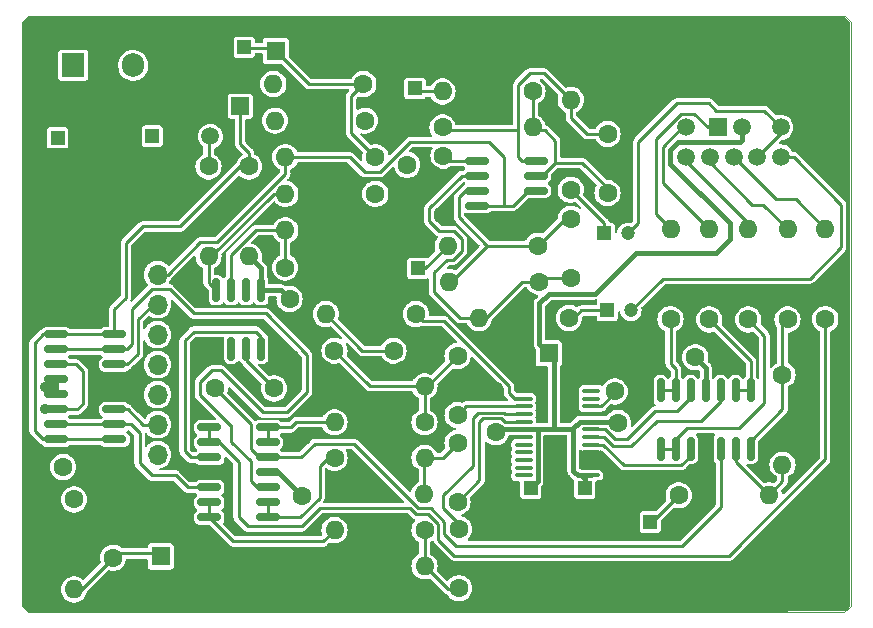
<source format=gbr>
%TF.GenerationSoftware,KiCad,Pcbnew,7.0.5-7.0.5~ubuntu22.04.1*%
%TF.CreationDate,2023-07-10T21:01:14-04:00*%
%TF.ProjectId,sub_rf_mod,7375625f-7266-45f6-9d6f-642e6b696361,rev?*%
%TF.SameCoordinates,Original*%
%TF.FileFunction,Copper,L2,Bot*%
%TF.FilePolarity,Positive*%
%FSLAX46Y46*%
G04 Gerber Fmt 4.6, Leading zero omitted, Abs format (unit mm)*
G04 Created by KiCad (PCBNEW 7.0.5-7.0.5~ubuntu22.04.1) date 2023-07-10 21:01:14*
%MOMM*%
%LPD*%
G01*
G04 APERTURE LIST*
G04 Aperture macros list*
%AMRoundRect*
0 Rectangle with rounded corners*
0 $1 Rounding radius*
0 $2 $3 $4 $5 $6 $7 $8 $9 X,Y pos of 4 corners*
0 Add a 4 corners polygon primitive as box body*
4,1,4,$2,$3,$4,$5,$6,$7,$8,$9,$2,$3,0*
0 Add four circle primitives for the rounded corners*
1,1,$1+$1,$2,$3*
1,1,$1+$1,$4,$5*
1,1,$1+$1,$6,$7*
1,1,$1+$1,$8,$9*
0 Add four rect primitives between the rounded corners*
20,1,$1+$1,$2,$3,$4,$5,0*
20,1,$1+$1,$4,$5,$6,$7,0*
20,1,$1+$1,$6,$7,$8,$9,0*
20,1,$1+$1,$8,$9,$2,$3,0*%
G04 Aperture macros list end*
%TA.AperFunction,ComponentPad*%
%ADD10R,1.200000X1.200000*%
%TD*%
%TA.AperFunction,ComponentPad*%
%ADD11C,1.200000*%
%TD*%
%TA.AperFunction,ComponentPad*%
%ADD12C,1.600000*%
%TD*%
%TA.AperFunction,ComponentPad*%
%ADD13O,1.600000X1.600000*%
%TD*%
%TA.AperFunction,ComponentPad*%
%ADD14R,1.600000X1.600000*%
%TD*%
%TA.AperFunction,ComponentPad*%
%ADD15C,3.800000*%
%TD*%
%TA.AperFunction,ComponentPad*%
%ADD16C,6.000000*%
%TD*%
%TA.AperFunction,ComponentPad*%
%ADD17R,1.700000X1.700000*%
%TD*%
%TA.AperFunction,ComponentPad*%
%ADD18O,1.700000X1.700000*%
%TD*%
%TA.AperFunction,ComponentPad*%
%ADD19R,1.500000X1.500000*%
%TD*%
%TA.AperFunction,ComponentPad*%
%ADD20C,1.500000*%
%TD*%
%TA.AperFunction,ComponentPad*%
%ADD21C,3.450000*%
%TD*%
%TA.AperFunction,ComponentPad*%
%ADD22C,3.765000*%
%TD*%
%TA.AperFunction,SMDPad,CuDef*%
%ADD23RoundRect,0.150000X-0.150000X0.825000X-0.150000X-0.825000X0.150000X-0.825000X0.150000X0.825000X0*%
%TD*%
%TA.AperFunction,SMDPad,CuDef*%
%ADD24RoundRect,0.150000X0.825000X0.150000X-0.825000X0.150000X-0.825000X-0.150000X0.825000X-0.150000X0*%
%TD*%
%TA.AperFunction,SMDPad,CuDef*%
%ADD25RoundRect,0.100000X-0.637500X-0.100000X0.637500X-0.100000X0.637500X0.100000X-0.637500X0.100000X0*%
%TD*%
%TA.AperFunction,ComponentPad*%
%ADD26R,1.905000X2.000000*%
%TD*%
%TA.AperFunction,ComponentPad*%
%ADD27O,1.905000X2.000000*%
%TD*%
%TA.AperFunction,SMDPad,CuDef*%
%ADD28RoundRect,0.150000X0.150000X-0.825000X0.150000X0.825000X-0.150000X0.825000X-0.150000X-0.825000X0*%
%TD*%
%TA.AperFunction,ViaPad*%
%ADD29C,0.914400*%
%TD*%
%TA.AperFunction,Conductor*%
%ADD30C,0.254000*%
%TD*%
%TA.AperFunction,Conductor*%
%ADD31C,0.381000*%
%TD*%
%TA.AperFunction,Profile*%
%ADD32C,0.100000*%
%TD*%
G04 APERTURE END LIST*
D10*
%TO.P,C8,1*%
%TO.N,Net-(C8-Pad1)*%
X135592600Y-59436000D03*
D11*
%TO.P,C8,2*%
%TO.N,GNDD*%
X133592600Y-59436000D03*
%TD*%
D12*
%TO.P,R22,1*%
%TO.N,Net-(R22-Pad1)*%
X167132000Y-78994000D03*
D13*
%TO.P,R22,2*%
%TO.N,/comp_vid*%
X167132000Y-71374000D03*
%TD*%
D12*
%TO.P,R14,1*%
%TO.N,Net-(C22-Pad2)*%
X136398000Y-87706200D03*
D13*
%TO.P,R14,2*%
%TO.N,Net-(U2A--)*%
X128778000Y-87706200D03*
%TD*%
D14*
%TO.P,D2,1,K*%
%TO.N,Net-(D2-K)*%
X123799600Y-56235600D03*
D13*
%TO.P,D2,2,A*%
%TO.N,GNDD*%
X131419600Y-56235600D03*
%TD*%
D10*
%TO.P,C25,1*%
%TO.N,Net-(D2-K)*%
X121132600Y-55956200D03*
D11*
%TO.P,C25,2*%
%TO.N,GNDD*%
X119132600Y-55956200D03*
%TD*%
D12*
%TO.P,R28,1*%
%TO.N,Net-(R22-Pad1)*%
X166700200Y-83667600D03*
D13*
%TO.P,R28,2*%
%TO.N,Net-(U7C--)*%
X166700200Y-91287600D03*
%TD*%
D12*
%TO.P,R5,1*%
%TO.N,GNDD*%
X132232400Y-71450200D03*
D13*
%TO.P,R5,2*%
%TO.N,Net-(U3-INT)*%
X124612400Y-71450200D03*
%TD*%
D12*
%TO.P,R4,1*%
%TO.N,Net-(U1B--)*%
X145973800Y-72745600D03*
D13*
%TO.P,R4,2*%
%TO.N,Net-(C9-Pad1)*%
X138353800Y-72745600D03*
%TD*%
D12*
%TO.P,R1,1*%
%TO.N,Net-(D2-K)*%
X132232400Y-65252600D03*
D13*
%TO.P,R1,2*%
%TO.N,Net-(J1-Pin_2)*%
X124612400Y-65252600D03*
%TD*%
D10*
%TO.P,C9,1*%
%TO.N,Net-(C9-Pad1)*%
X135821200Y-74676000D03*
D11*
%TO.P,C9,2*%
%TO.N,GNDD*%
X133821200Y-74676000D03*
%TD*%
D12*
%TO.P,R15,1*%
%TO.N,GNDD*%
X128752600Y-93776800D03*
D13*
%TO.P,R15,2*%
%TO.N,Net-(C20-Pad2)*%
X136372600Y-93776800D03*
%TD*%
D12*
%TO.P,R20,1*%
%TO.N,Net-(U6-R_EXT)*%
X152501600Y-85090000D03*
D13*
%TO.P,R20,2*%
%TO.N,GNDD*%
X142341600Y-85090000D03*
%TD*%
D12*
%TO.P,C23,1*%
%TO.N,Net-(C23-Pad1)*%
X133767200Y-81635600D03*
%TO.P,C23,2*%
%TO.N,Net-(C22-Pad2)*%
X128767200Y-81635600D03*
%TD*%
%TO.P,C1,1*%
%TO.N,GNDD*%
X154319600Y-82194400D03*
%TO.P,C1,2*%
%TO.N,+5VD*%
X159319600Y-82194400D03*
%TD*%
%TO.P,R18,1*%
%TO.N,Net-(U7A--)*%
X157226000Y-78968600D03*
D13*
%TO.P,R18,2*%
%TO.N,/blue*%
X157226000Y-71348600D03*
%TD*%
D12*
%TO.P,C12,1*%
%TO.N,/Y*%
X118658000Y-84836000D03*
%TO.P,C12,2*%
%TO.N,Net-(U3-VIDEO)*%
X123658000Y-84836000D03*
%TD*%
%TO.P,R6,1*%
%TO.N,Net-(C14-Pad2)*%
X137922000Y-62738000D03*
D13*
%TO.P,R6,2*%
%TO.N,Net-(U1A--)*%
X145542000Y-62738000D03*
%TD*%
D12*
%TO.P,C19,1*%
%TO.N,Net-(D1-K)*%
X110032800Y-99172400D03*
%TO.P,C19,2*%
%TO.N,GNDD*%
X110032800Y-94172400D03*
%TD*%
%TO.P,C11,1*%
%TO.N,GNDD*%
X129601600Y-74599800D03*
%TO.P,C11,2*%
%TO.N,Net-(U3-INT)*%
X124601600Y-74599800D03*
%TD*%
%TO.P,R29,1*%
%TO.N,Net-(C26-Pad1)*%
X157911800Y-93878400D03*
D13*
%TO.P,R29,2*%
%TO.N,Net-(U7C--)*%
X165531800Y-93878400D03*
%TD*%
D10*
%TO.P,C26,1*%
%TO.N,Net-(C26-Pad1)*%
X155506200Y-96139000D03*
D11*
%TO.P,C26,2*%
%TO.N,GNDD*%
X153506200Y-96139000D03*
%TD*%
D12*
%TO.P,R19,1*%
%TO.N,Net-(U7B--)*%
X160502600Y-78994000D03*
D13*
%TO.P,R19,2*%
%TO.N,/green*%
X160502600Y-71374000D03*
%TD*%
D15*
%TO.P,H1,1,1*%
%TO.N,GNDD*%
X113792000Y-94742000D03*
%TD*%
D16*
%TO.P,H3,1,1*%
%TO.N,GNDD*%
X167640000Y-98806000D03*
%TD*%
D12*
%TO.P,R7,1*%
%TO.N,Net-(C15-Pad2)*%
X146050000Y-75793600D03*
D13*
%TO.P,R7,2*%
%TO.N,Net-(U1B--)*%
X138430000Y-75793600D03*
%TD*%
D14*
%TO.P,C24,1*%
%TO.N,+5VD*%
X146899000Y-81864200D03*
D12*
%TO.P,C24,2*%
%TO.N,GNDD*%
X144399000Y-81864200D03*
%TD*%
%TO.P,R23,1*%
%TO.N,Net-(C17-Pad1)*%
X148640800Y-78867000D03*
D13*
%TO.P,R23,2*%
%TO.N,Net-(C15-Pad2)*%
X141020800Y-78867000D03*
%TD*%
D12*
%TO.P,C15,1*%
%TO.N,Net-(U1B--)*%
X148767800Y-70474200D03*
%TO.P,C15,2*%
%TO.N,Net-(C15-Pad2)*%
X148767800Y-75474200D03*
%TD*%
%TO.P,R3,1*%
%TO.N,Net-(U1A--)*%
X145542000Y-59690000D03*
D13*
%TO.P,R3,2*%
%TO.N,Net-(C8-Pad1)*%
X137922000Y-59690000D03*
%TD*%
D10*
%TO.P,C16,1*%
%TO.N,Net-(C16-Pad1)*%
X151612600Y-71704200D03*
D11*
%TO.P,C16,2*%
%TO.N,/audio_1*%
X153612600Y-71704200D03*
%TD*%
D12*
%TO.P,R17,1*%
%TO.N,GNDD*%
X128778000Y-84658200D03*
D13*
%TO.P,R17,2*%
%TO.N,Net-(C22-Pad2)*%
X136398000Y-84658200D03*
%TD*%
D12*
%TO.P,R2,1*%
%TO.N,Net-(D2-K)*%
X131216400Y-59055000D03*
D13*
%TO.P,R2,2*%
%TO.N,+5VD*%
X123596400Y-59055000D03*
%TD*%
D12*
%TO.P,R10,1*%
%TO.N,Net-(Q1-E)*%
X121539000Y-66040000D03*
D13*
%TO.P,R10,2*%
%TO.N,+5VD*%
X121539000Y-73660000D03*
%TD*%
D12*
%TO.P,C20,1*%
%TO.N,Net-(U6-Pr)*%
X139192000Y-94448000D03*
%TO.P,C20,2*%
%TO.N,Net-(C20-Pad2)*%
X139192000Y-89448000D03*
%TD*%
%TO.P,C4,1*%
%TO.N,GNDD*%
X142417800Y-93559000D03*
%TO.P,C4,2*%
%TO.N,+5VD*%
X142417800Y-88559000D03*
%TD*%
%TO.P,R12,1*%
%TO.N,Net-(U2B--)*%
X128778000Y-90703400D03*
D13*
%TO.P,R12,2*%
%TO.N,Net-(C20-Pad2)*%
X136398000Y-90703400D03*
%TD*%
D12*
%TO.P,R26,1*%
%TO.N,Net-(U1C-V+)*%
X131368800Y-62153800D03*
D13*
%TO.P,R26,2*%
%TO.N,+5VD*%
X123748800Y-62153800D03*
%TD*%
D12*
%TO.P,C6,1*%
%TO.N,GNDD*%
X125984000Y-88940000D03*
%TO.P,C6,2*%
%TO.N,+5VD*%
X125984000Y-93940000D03*
%TD*%
%TO.P,R21,1*%
%TO.N,Net-(U7D--)*%
X163804600Y-78994000D03*
D13*
%TO.P,R21,2*%
%TO.N,/red*%
X163804600Y-71374000D03*
%TD*%
D10*
%TO.P,C17,1*%
%TO.N,Net-(C17-Pad1)*%
X151873200Y-78232000D03*
D11*
%TO.P,C17,2*%
%TO.N,/audio_2*%
X153873200Y-78232000D03*
%TD*%
D12*
%TO.P,C3,1*%
%TO.N,GNDD*%
X124968000Y-82256000D03*
%TO.P,C3,2*%
%TO.N,+5VD*%
X124968000Y-77256000D03*
%TD*%
%TO.P,C28,1*%
%TO.N,GNDD*%
X152781000Y-92757000D03*
%TO.P,C28,2*%
%TO.N,+5VD*%
X152781000Y-87757000D03*
%TD*%
D10*
%TO.P,C13,1*%
%TO.N,VDDF*%
X105326401Y-63601600D03*
D11*
%TO.P,C13,2*%
%TO.N,GNDD*%
X107326401Y-63601600D03*
%TD*%
D12*
%TO.P,R24,1*%
%TO.N,Net-(C16-Pad1)*%
X148767800Y-68021200D03*
D13*
%TO.P,R24,2*%
%TO.N,Net-(C14-Pad2)*%
X148767800Y-60401200D03*
%TD*%
D12*
%TO.P,C29,1*%
%TO.N,GNDD*%
X134924800Y-70902200D03*
%TO.P,C29,2*%
%TO.N,+5VD*%
X134924800Y-65902200D03*
%TD*%
D10*
%TO.P,C18,1*%
%TO.N,+5VD*%
X113342199Y-63474600D03*
D11*
%TO.P,C18,2*%
%TO.N,GNDD*%
X111342199Y-63474600D03*
%TD*%
D12*
%TO.P,R16,1*%
%TO.N,GNDD*%
X128778000Y-99872800D03*
D13*
%TO.P,R16,2*%
%TO.N,Net-(C21-Pad2)*%
X136398000Y-99872800D03*
%TD*%
D12*
%TO.P,R27,1*%
%TO.N,Net-(U6-SYNC)*%
X135661400Y-78536800D03*
D13*
%TO.P,R27,2*%
%TO.N,Net-(C23-Pad1)*%
X128041400Y-78536800D03*
%TD*%
D12*
%TO.P,C5,1*%
%TO.N,GNDD*%
X110805600Y-91490800D03*
%TO.P,C5,2*%
%TO.N,+5VD*%
X105805600Y-91490800D03*
%TD*%
%TO.P,C2,1*%
%TO.N,GNDD*%
X137998200Y-70125600D03*
%TO.P,C2,2*%
%TO.N,Net-(U1C-V+)*%
X137998200Y-65125600D03*
%TD*%
D17*
%TO.P,J1,1,Pin_1*%
%TO.N,GNDD*%
X113792000Y-72659000D03*
D18*
%TO.P,J1,2,Pin_2*%
%TO.N,Net-(J1-Pin_2)*%
X113792000Y-75199000D03*
%TO.P,J1,3,Pin_3*%
%TO.N,/Pr*%
X113792000Y-77739000D03*
%TO.P,J1,4,Pin_4*%
%TO.N,VDDF*%
X113792000Y-80279000D03*
%TO.P,J1,5,Pin_5*%
%TO.N,Net-(D1-K)*%
X113792000Y-82819000D03*
%TO.P,J1,6,Pin_6*%
%TO.N,/Y*%
X113792000Y-85359000D03*
%TO.P,J1,7,Pin_7*%
%TO.N,/Pb*%
X113792000Y-87899000D03*
%TO.P,J1,8,Pin_8*%
%TO.N,unconnected-(J1-Pin_8-Pad8)*%
X113792000Y-90439000D03*
%TD*%
D19*
%TO.P,Q1,1,E*%
%TO.N,Net-(Q1-E)*%
X120802400Y-60952000D03*
D20*
%TO.P,Q1,2,B*%
%TO.N,Net-(Q1-B)*%
X118262400Y-63492000D03*
%TO.P,Q1,3,C*%
%TO.N,GNDD*%
X115722400Y-60952000D03*
%TD*%
D10*
%TO.P,C10,1*%
%TO.N,+5VD*%
X149961600Y-93294200D03*
D11*
%TO.P,C10,2*%
%TO.N,GNDD*%
X149961600Y-95294200D03*
%TD*%
D14*
%TO.P,D1,1,K*%
%TO.N,Net-(D1-K)*%
X114046000Y-99060000D03*
D13*
%TO.P,D1,2,A*%
%TO.N,GNDD*%
X121666000Y-99060000D03*
%TD*%
D12*
%TO.P,R25,1*%
%TO.N,Net-(U2D--)*%
X170332400Y-78968600D03*
D13*
%TO.P,R25,2*%
%TO.N,/sync*%
X170332400Y-71348600D03*
%TD*%
D12*
%TO.P,R11,1*%
%TO.N,+5VD*%
X106730800Y-94234000D03*
D13*
%TO.P,R11,2*%
%TO.N,Net-(D1-K)*%
X106730800Y-101854000D03*
%TD*%
D12*
%TO.P,R13,1*%
%TO.N,Net-(C21-Pad2)*%
X136398000Y-96828000D03*
D13*
%TO.P,R13,2*%
%TO.N,Net-(U2C--)*%
X128778000Y-96828000D03*
%TD*%
D12*
%TO.P,R8,1*%
%TO.N,+5VD*%
X132232400Y-68351400D03*
D13*
%TO.P,R8,2*%
%TO.N,Net-(U3-BURST)*%
X124612400Y-68351400D03*
%TD*%
D12*
%TO.P,C21,1*%
%TO.N,Net-(U6-Pb)*%
X139319000Y-96748600D03*
%TO.P,C21,2*%
%TO.N,Net-(C21-Pad2)*%
X139319000Y-101748600D03*
%TD*%
D10*
%TO.P,C7,1*%
%TO.N,+5VD*%
X145389600Y-93286801D03*
D11*
%TO.P,C7,2*%
%TO.N,GNDD*%
X145389600Y-95286801D03*
%TD*%
D15*
%TO.P,H2,1,1*%
%TO.N,GNDD*%
X113792000Y-68580000D03*
%TD*%
D12*
%TO.P,R9,1*%
%TO.N,Net-(Q1-B)*%
X118110000Y-66040000D03*
D13*
%TO.P,R9,2*%
%TO.N,Net-(U3-BURST)*%
X118110000Y-73660000D03*
%TD*%
D12*
%TO.P,C22,1*%
%TO.N,Net-(U6-Y)*%
X139192000Y-87082000D03*
%TO.P,C22,2*%
%TO.N,Net-(C22-Pad2)*%
X139192000Y-82082000D03*
%TD*%
D19*
%TO.P,J2,1,1*%
%TO.N,/blue*%
X161260000Y-62728000D03*
D20*
%TO.P,J2,2,2*%
%TO.N,+5VD*%
X163260000Y-62728000D03*
%TO.P,J2,3,3*%
%TO.N,/green*%
X158560000Y-62728000D03*
%TO.P,J2,4,4*%
%TO.N,/comp_vid*%
X160560000Y-65228000D03*
%TO.P,J2,5,5*%
%TO.N,/sync*%
X162560000Y-65228000D03*
%TO.P,J2,6,6*%
%TO.N,/audio_1*%
X166560000Y-62728000D03*
%TO.P,J2,7,7*%
%TO.N,/red*%
X158560000Y-65228000D03*
%TO.P,J2,8,8*%
%TO.N,/audio_1*%
X164560000Y-65228000D03*
%TO.P,J2,9,9*%
%TO.N,/audio_2*%
X166560000Y-65228000D03*
D21*
%TO.P,J2,MH1,MH1*%
%TO.N,GNDD*%
X155310000Y-59728000D03*
%TO.P,J2,MH2,MH2*%
X169810000Y-59728000D03*
D22*
%TO.P,J2,MH3,MH3*%
X162560000Y-58928000D03*
%TD*%
D12*
%TO.P,C14,1*%
%TO.N,Net-(U1A--)*%
X151892000Y-68286000D03*
%TO.P,C14,2*%
%TO.N,Net-(C14-Pad2)*%
X151892000Y-63286000D03*
%TD*%
D23*
%TO.P,U7,1*%
%TO.N,Net-(U7A--)*%
X156387800Y-85002600D03*
%TO.P,U7,2,-*%
X157657800Y-85002600D03*
%TO.P,U7,3,+*%
%TO.N,Net-(U7A-+)*%
X158927800Y-85002600D03*
%TO.P,U7,4,V+*%
%TO.N,+5VD*%
X160197800Y-85002600D03*
%TO.P,U7,5,+*%
%TO.N,Net-(U7B-+)*%
X161467800Y-85002600D03*
%TO.P,U7,6,-*%
%TO.N,Net-(U7B--)*%
X162737800Y-85002600D03*
%TO.P,U7,7*%
X164007800Y-85002600D03*
%TO.P,U7,8*%
%TO.N,Net-(R22-Pad1)*%
X164007800Y-89952600D03*
%TO.P,U7,9,-*%
%TO.N,Net-(U7C--)*%
X162737800Y-89952600D03*
%TO.P,U7,10,+*%
%TO.N,/Y*%
X161467800Y-89952600D03*
%TO.P,U7,11,V-*%
%TO.N,GNDD*%
X160197800Y-89952600D03*
%TO.P,U7,12,+*%
%TO.N,Net-(U7D-+)*%
X158927800Y-89952600D03*
%TO.P,U7,13,-*%
%TO.N,Net-(U7D--)*%
X157657800Y-89952600D03*
%TO.P,U7,14*%
X156387800Y-89952600D03*
%TD*%
D24*
%TO.P,U5,1,IN1*%
%TO.N,Net-(Q1-E)*%
X110144100Y-80264000D03*
%TO.P,U5,2,D1*%
%TO.N,Net-(U2B-+)*%
X110144100Y-81534000D03*
%TO.P,U5,3,S1*%
%TO.N,/Pr*%
X110144100Y-82804000D03*
%TO.P,U5,4,VSS*%
%TO.N,GNDD*%
X110144100Y-84074000D03*
%TO.P,U5,5,GND*%
X110144100Y-85344000D03*
%TO.P,U5,6,S4*%
%TO.N,/Pb*%
X110144100Y-86614000D03*
%TO.P,U5,7,D4*%
%TO.N,Net-(U2C-+)*%
X110144100Y-87884000D03*
%TO.P,U5,8,IN4*%
%TO.N,Net-(Q1-E)*%
X110144100Y-89154000D03*
%TO.P,U5,9,IN3*%
X105194100Y-89154000D03*
%TO.P,U5,10,D3*%
%TO.N,Net-(U2C-+)*%
X105194100Y-87884000D03*
%TO.P,U5,11,S3*%
%TO.N,Net-(D1-K)*%
X105194100Y-86614000D03*
%TO.P,U5,12,VL*%
%TO.N,+5VD*%
X105194100Y-85344000D03*
%TO.P,U5,13,VDD*%
X105194100Y-84074000D03*
%TO.P,U5,14,S2*%
%TO.N,Net-(D1-K)*%
X105194100Y-82804000D03*
%TO.P,U5,15,D2*%
%TO.N,Net-(U2B-+)*%
X105194100Y-81534000D03*
%TO.P,U5,16,IN2*%
%TO.N,Net-(Q1-E)*%
X105194100Y-80264000D03*
%TD*%
%TO.P,U1,1*%
%TO.N,Net-(C14-Pad2)*%
X145807200Y-65557400D03*
%TO.P,U1,2,-*%
%TO.N,Net-(U1A--)*%
X145807200Y-66827400D03*
%TO.P,U1,3,+*%
%TO.N,Net-(J1-Pin_2)*%
X145807200Y-68097400D03*
%TO.P,U1,4,V-*%
%TO.N,GNDD*%
X145807200Y-69367400D03*
%TO.P,U1,5,+*%
%TO.N,Net-(J1-Pin_2)*%
X140857200Y-69367400D03*
%TO.P,U1,6,-*%
%TO.N,Net-(U1B--)*%
X140857200Y-68097400D03*
%TO.P,U1,7*%
%TO.N,Net-(C15-Pad2)*%
X140857200Y-66827400D03*
%TO.P,U1,8,V+*%
%TO.N,Net-(U1C-V+)*%
X140857200Y-65557400D03*
%TD*%
D25*
%TO.P,U6,1,HSYNC*%
%TO.N,unconnected-(U6-HSYNC-Pad1)*%
X144787700Y-92195600D03*
%TO.P,U6,2,VSYNC*%
%TO.N,unconnected-(U6-VSYNC-Pad2)*%
X144787700Y-91545600D03*
%TO.P,U6,3,R*%
%TO.N,unconnected-(U6-R-Pad3)*%
X144787700Y-90895600D03*
%TO.P,U6,4,G*%
%TO.N,unconnected-(U6-G-Pad4)*%
X144787700Y-90245600D03*
%TO.P,U6,5,B*%
%TO.N,unconnected-(U6-B-Pad5)*%
X144787700Y-89595600D03*
%TO.P,U6,6,GND*%
%TO.N,GNDD*%
X144787700Y-88945600D03*
%TO.P,U6,7,VCC*%
%TO.N,+5VD*%
X144787700Y-88295600D03*
%TO.P,U6,8,Pr*%
%TO.N,Net-(U6-Pr)*%
X144787700Y-87645600D03*
%TO.P,U6,9,Pb*%
%TO.N,Net-(U6-Pb)*%
X144787700Y-86995600D03*
%TO.P,U6,10,Y*%
%TO.N,Net-(U6-Y)*%
X144787700Y-86345600D03*
%TO.P,U6,11,SYNC*%
%TO.N,Net-(U6-SYNC)*%
X144787700Y-85695600D03*
%TO.P,U6,12,GND*%
%TO.N,GNDD*%
X144787700Y-85045600D03*
%TO.P,U6,13,VSYNC*%
%TO.N,unconnected-(U6-VSYNC-Pad13)*%
X150512700Y-85045600D03*
%TO.P,U6,14,HSYNC*%
%TO.N,unconnected-(U6-HSYNC-Pad14)*%
X150512700Y-85695600D03*
%TO.P,U6,15,R_EXT*%
%TO.N,Net-(U6-R_EXT)*%
X150512700Y-86345600D03*
%TO.P,U6,16,GND*%
%TO.N,GNDD*%
X150512700Y-86995600D03*
%TO.P,U6,17,VCC*%
%TO.N,+5VD*%
X150512700Y-87645600D03*
%TO.P,U6,18,B*%
%TO.N,Net-(U7A-+)*%
X150512700Y-88295600D03*
%TO.P,U6,19,G*%
%TO.N,Net-(U7B-+)*%
X150512700Y-88945600D03*
%TO.P,U6,20,R*%
%TO.N,Net-(U7D-+)*%
X150512700Y-89595600D03*
%TO.P,U6,21,POWER_SAVE*%
%TO.N,GNDD*%
X150512700Y-90245600D03*
%TO.P,U6,22,D_SELECT*%
X150512700Y-90895600D03*
%TO.P,U6,23,AUTO_SELECT*%
X150512700Y-91545600D03*
%TO.P,U6,24,SELECT*%
%TO.N,+5VD*%
X150512700Y-92195600D03*
%TD*%
D26*
%TO.P,U8,1,IN*%
%TO.N,VDDF*%
X106654600Y-57475000D03*
D27*
%TO.P,U8,2,GND*%
%TO.N,GNDD*%
X109194600Y-57475000D03*
%TO.P,U8,3,OUT*%
%TO.N,+5VD*%
X111734600Y-57475000D03*
%TD*%
D28*
%TO.P,U3,1,CSYNC*%
%TO.N,Net-(U2D-+)*%
X122555000Y-81469000D03*
%TO.P,U3,2,VIDEO*%
%TO.N,Net-(U3-VIDEO)*%
X121285000Y-81469000D03*
%TO.P,U3,3,FRAME*%
%TO.N,unconnected-(U3-FRAME-Pad3)*%
X120015000Y-81469000D03*
%TO.P,U3,4,GND*%
%TO.N,GNDD*%
X118745000Y-81469000D03*
%TO.P,U3,5,BURST*%
%TO.N,Net-(U3-BURST)*%
X118745000Y-76519000D03*
%TO.P,U3,6,INT*%
%TO.N,Net-(U3-INT)*%
X120015000Y-76519000D03*
%TO.P,U3,7,O/E*%
%TO.N,unconnected-(U3-O{slash}E-Pad7)*%
X121285000Y-76519000D03*
%TO.P,U3,8,VCC*%
%TO.N,+5VD*%
X122555000Y-76519000D03*
%TD*%
D24*
%TO.P,U2,1*%
%TO.N,Net-(U2A--)*%
X123125000Y-88138000D03*
%TO.P,U2,2,-*%
X123125000Y-89408000D03*
%TO.P,U2,3,+*%
%TO.N,/Y*%
X123125000Y-90678000D03*
%TO.P,U2,4,V+*%
%TO.N,+5VD*%
X123125000Y-91948000D03*
%TO.P,U2,5,+*%
%TO.N,Net-(U2B-+)*%
X123125000Y-93218000D03*
%TO.P,U2,6,-*%
%TO.N,Net-(U2B--)*%
X123125000Y-94488000D03*
%TO.P,U2,7*%
X123125000Y-95758000D03*
%TO.P,U2,8*%
%TO.N,Net-(U2C--)*%
X118175000Y-95758000D03*
%TO.P,U2,9,-*%
X118175000Y-94488000D03*
%TO.P,U2,10,+*%
%TO.N,Net-(U2C-+)*%
X118175000Y-93218000D03*
%TO.P,U2,11,V-*%
%TO.N,GNDD*%
X118175000Y-91948000D03*
%TO.P,U2,12,+*%
%TO.N,Net-(U2D-+)*%
X118175000Y-90678000D03*
%TO.P,U2,13,-*%
%TO.N,Net-(U2D--)*%
X118175000Y-89408000D03*
%TO.P,U2,14*%
X118175000Y-88138000D03*
%TD*%
D29*
%TO.N,+5VD*%
X104286820Y-84683600D03*
%TO.N,Net-(D1-K)*%
X104286820Y-86614000D03*
%TD*%
D30*
%TO.N,/blue*%
X159232600Y-61569600D02*
X160391000Y-62728000D01*
X155956000Y-63703200D02*
X158089600Y-61569600D01*
X155956000Y-70078600D02*
X155956000Y-63703200D01*
X158089600Y-61569600D02*
X159232600Y-61569600D01*
X157226000Y-71348600D02*
X155956000Y-70078600D01*
X160391000Y-62728000D02*
X161260000Y-62728000D01*
%TO.N,/green*%
X156565600Y-64389000D02*
X156565600Y-67437000D01*
X156565600Y-67437000D02*
X160502600Y-71374000D01*
X158560000Y-62728000D02*
X158226600Y-62728000D01*
X158226600Y-62728000D02*
X156565600Y-64389000D01*
%TO.N,/comp_vid*%
X160560000Y-65665600D02*
X160560000Y-65228000D01*
X165023800Y-69265800D02*
X164160200Y-69265800D01*
X164160200Y-69265800D02*
X160560000Y-65665600D01*
X167132000Y-71374000D02*
X165023800Y-69265800D01*
%TO.N,/sync*%
X170332400Y-71348600D02*
X167817800Y-68834000D01*
X167817800Y-68834000D02*
X166166000Y-68834000D01*
X166166000Y-68834000D02*
X162560000Y-65228000D01*
%TO.N,/audio_1*%
X157734000Y-60706000D02*
X154508200Y-63931800D01*
X166560000Y-63228000D02*
X166560000Y-62728000D01*
X161086800Y-61315600D02*
X160477200Y-60706000D01*
X160477200Y-60706000D02*
X157734000Y-60706000D01*
X164560000Y-65228000D02*
X166560000Y-63228000D01*
X154508200Y-63931800D02*
X154508200Y-70808600D01*
X166560000Y-62728000D02*
X165147600Y-61315600D01*
X154508200Y-70808600D02*
X153612600Y-71704200D01*
X165147600Y-61315600D02*
X161086800Y-61315600D01*
%TO.N,/red*%
X158560000Y-65596000D02*
X163804600Y-70840600D01*
X158560000Y-65228000D02*
X158560000Y-65596000D01*
X163804600Y-70840600D02*
X163804600Y-71374000D01*
%TO.N,/audio_2*%
X166560000Y-65228000D02*
X167640800Y-65228000D01*
X156578300Y-75526900D02*
X168998900Y-75526900D01*
X171678600Y-72847200D02*
X168998900Y-75526900D01*
X171678600Y-69265800D02*
X171678600Y-72847200D01*
X167640800Y-65228000D02*
X171678600Y-69265800D01*
X153873200Y-78232000D02*
X156578300Y-75526900D01*
D31*
%TO.N,+5VD*%
X122555000Y-76519000D02*
X122555000Y-74676000D01*
X147370800Y-82336000D02*
X147370800Y-88200400D01*
X105194100Y-84709000D02*
X105194100Y-84480400D01*
X105194100Y-85344000D02*
X105194100Y-84709000D01*
X104596700Y-84836000D02*
X104469700Y-84709000D01*
X142260200Y-88295600D02*
X142240000Y-88315800D01*
X145965128Y-92711273D02*
X145965128Y-88388528D01*
X161086800Y-73329800D02*
X154279600Y-73329800D01*
X145389600Y-93286801D02*
X145965128Y-92711273D01*
X149662345Y-92195600D02*
X149371000Y-92195600D01*
X147280800Y-88290400D02*
X148901560Y-88290400D01*
X144787700Y-88295600D02*
X142260200Y-88295600D01*
X162229800Y-70840600D02*
X162229800Y-72186800D01*
X163260000Y-62728000D02*
X163260000Y-63788660D01*
X150799800Y-76809600D02*
X146939000Y-76809600D01*
X105194100Y-84709000D02*
X105067100Y-84836000D01*
X148991560Y-91816160D02*
X148991560Y-88200400D01*
X148991560Y-88200400D02*
X149546360Y-87645600D01*
X163091460Y-63957200D02*
X157861000Y-63957200D01*
X147275600Y-88295600D02*
X145872200Y-88295600D01*
X145872200Y-88295600D02*
X144787700Y-88295600D01*
X104286820Y-84683600D02*
X104312220Y-84709000D01*
X142417800Y-88559000D02*
X142417800Y-88453200D01*
X122555000Y-76519000D02*
X124231000Y-76519000D01*
X150512700Y-92195600D02*
X149662345Y-92195600D01*
X105194100Y-84480400D02*
X104698300Y-84480400D01*
X146939000Y-76809600D02*
X146126200Y-77622400D01*
X149961600Y-92494855D02*
X149662345Y-92195600D01*
X157861000Y-63957200D02*
X157200600Y-64617600D01*
X159319600Y-82194400D02*
X160197800Y-83072600D01*
X142417800Y-88453200D02*
X142260200Y-88295600D01*
X154279600Y-73329800D02*
X150799800Y-76809600D01*
X163260000Y-63788660D02*
X163091460Y-63957200D01*
X105067100Y-84836000D02*
X105067100Y-85217000D01*
X122555000Y-74676000D02*
X121539000Y-73660000D01*
X104947220Y-85344000D02*
X105194100Y-85344000D01*
X147275600Y-88295600D02*
X147280800Y-88290400D01*
X146126200Y-81091400D02*
X147370800Y-82336000D01*
X105067100Y-84836000D02*
X104596700Y-84836000D01*
X124231000Y-76519000D02*
X124968000Y-77256000D01*
X152669600Y-87645600D02*
X152781000Y-87757000D01*
X150512700Y-87645600D02*
X152669600Y-87645600D01*
X104312220Y-84709000D02*
X104469700Y-84709000D01*
X148901560Y-88290400D02*
X148991560Y-88200400D01*
X104698300Y-84480400D02*
X104469700Y-84709000D01*
X123125000Y-91948000D02*
X123992000Y-91948000D01*
X160197800Y-83072600D02*
X160197800Y-85002600D01*
X123992000Y-91948000D02*
X125984000Y-93940000D01*
X149546360Y-87645600D02*
X150512700Y-87645600D01*
X105194100Y-84480400D02*
X105194100Y-84074000D01*
X157200600Y-64617600D02*
X157200600Y-65811400D01*
X105067100Y-85217000D02*
X105194100Y-85344000D01*
X162229800Y-72186800D02*
X161086800Y-73329800D01*
X104286820Y-84683600D02*
X104947220Y-85344000D01*
X145965128Y-88388528D02*
X145872200Y-88295600D01*
X149961600Y-93294200D02*
X149961600Y-92494855D01*
X157200600Y-65811400D02*
X162229800Y-70840600D01*
X146126200Y-77622400D02*
X146126200Y-81091400D01*
X149371000Y-92195600D02*
X148991560Y-91816160D01*
X147370800Y-88200400D02*
X147275600Y-88295600D01*
D30*
%TO.N,/Y*%
X138077856Y-96117056D02*
X136914028Y-94953228D01*
X136914028Y-94953228D02*
X135847228Y-94953228D01*
X135847228Y-94953228D02*
X130420972Y-89526972D01*
X121666000Y-89992200D02*
X121666000Y-87844000D01*
X158216600Y-98145600D02*
X139052279Y-98145600D01*
X127084228Y-89526972D02*
X125933200Y-90678000D01*
X161467800Y-94894400D02*
X158216600Y-98145600D01*
X121666000Y-87844000D02*
X118658000Y-84836000D01*
X122351800Y-90678000D02*
X121666000Y-89992200D01*
X123125000Y-90678000D02*
X122351800Y-90678000D01*
X161467800Y-89952600D02*
X161467800Y-94894400D01*
X138077856Y-97171177D02*
X138077856Y-96117056D01*
X130420972Y-89526972D02*
X127084228Y-89526972D01*
X139052279Y-98145600D02*
X138077856Y-97171177D01*
X125933200Y-90678000D02*
X123125000Y-90678000D01*
%TO.N,Net-(C14-Pad2)*%
X150154000Y-63286000D02*
X151892000Y-63286000D01*
X144348200Y-65227200D02*
X144348200Y-62984480D01*
X150154000Y-63286000D02*
X148767800Y-61899800D01*
X144348200Y-59105800D02*
X145288000Y-58166000D01*
X145807200Y-65557400D02*
X144678400Y-65557400D01*
X137922000Y-62992000D02*
X144340680Y-62992000D01*
X144678400Y-65557400D02*
X144348200Y-65227200D01*
X146532600Y-58166000D02*
X145288000Y-58166000D01*
X144348200Y-62984480D02*
X144348200Y-59105800D01*
X144340680Y-62992000D02*
X144348200Y-62984480D01*
X148767800Y-61899800D02*
X148767800Y-60401200D01*
X148767800Y-60401200D02*
X146532600Y-58166000D01*
%TO.N,Net-(C15-Pad2)*%
X139573000Y-73190121D02*
X138841093Y-73922028D01*
X138841093Y-73922028D02*
X138294972Y-73922028D01*
X146369400Y-75474200D02*
X148767800Y-75474200D01*
X137210800Y-76708000D02*
X139369800Y-78867000D01*
X138861800Y-71501000D02*
X139573000Y-72212200D01*
X136804400Y-69570600D02*
X136804400Y-70662800D01*
X139547600Y-66827400D02*
X136804400Y-69570600D01*
X137642600Y-71501000D02*
X138861800Y-71501000D01*
X139369800Y-78867000D02*
X141605000Y-78867000D01*
X141605000Y-78867000D02*
X144678400Y-75793600D01*
X139573000Y-72212200D02*
X139573000Y-73190121D01*
X140857200Y-66827400D02*
X139547600Y-66827400D01*
X137210800Y-75006200D02*
X137210800Y-76708000D01*
X138294972Y-73922028D02*
X137210800Y-75006200D01*
X144678400Y-75793600D02*
X146050000Y-75793600D01*
X136804400Y-70662800D02*
X137642600Y-71501000D01*
X146050000Y-75793600D02*
X146369400Y-75474200D01*
%TO.N,/Pr*%
X111226600Y-82804000D02*
X110144100Y-82804000D01*
X112141000Y-78968600D02*
X112141000Y-81889600D01*
X113370600Y-77739000D02*
X112141000Y-78968600D01*
X113792000Y-77739000D02*
X113370600Y-77739000D01*
X112141000Y-81889600D02*
X111226600Y-82804000D01*
%TO.N,/Pb*%
X110144100Y-86614000D02*
X111252000Y-86614000D01*
X112537000Y-87899000D02*
X113792000Y-87899000D01*
X111252000Y-86614000D02*
X112537000Y-87899000D01*
%TO.N,Net-(Q1-B)*%
X118110000Y-66040000D02*
X118110000Y-63644400D01*
X118110000Y-63644400D02*
X118262400Y-63492000D01*
%TO.N,Net-(D1-K)*%
X110032800Y-99172400D02*
X107351200Y-101854000D01*
X106908600Y-82804000D02*
X105194100Y-82804000D01*
X107351200Y-101854000D02*
X106730800Y-101854000D01*
X105194100Y-86614000D02*
X107010200Y-86614000D01*
X107467400Y-86156800D02*
X107467400Y-83362800D01*
X107010200Y-86614000D02*
X107467400Y-86156800D01*
X107467400Y-83362800D02*
X106908600Y-82804000D01*
X109982000Y-98806000D02*
X113792000Y-98806000D01*
X104286820Y-86614000D02*
X105194100Y-86614000D01*
X113792000Y-98806000D02*
X114046000Y-99060000D01*
%TO.N,Net-(C21-Pad2)*%
X136398000Y-96828000D02*
X136398000Y-99872800D01*
X136398000Y-99872800D02*
X138339200Y-101814000D01*
X138339200Y-101814000D02*
X139192000Y-101814000D01*
%TO.N,Net-(C22-Pad2)*%
X136615800Y-84658200D02*
X136398000Y-84658200D01*
X136398000Y-87706200D02*
X136398000Y-84658200D01*
X131789800Y-84658200D02*
X128767200Y-81635600D01*
X136398000Y-84658200D02*
X131789800Y-84658200D01*
X139192000Y-82082000D02*
X136615800Y-84658200D01*
%TO.N,Net-(Q1-E)*%
X121539000Y-66040000D02*
X121539000Y-64897000D01*
X104114600Y-80264000D02*
X103378000Y-81000600D01*
X104120500Y-89154000D02*
X105194100Y-89154000D01*
X110144100Y-78146100D02*
X110144100Y-80264000D01*
X120802400Y-64160400D02*
X120802400Y-60952000D01*
X115722400Y-71120000D02*
X112522000Y-71120000D01*
X121412000Y-65532000D02*
X121920000Y-66040000D01*
X105194100Y-80264000D02*
X104114600Y-80264000D01*
X120802400Y-66040000D02*
X115722400Y-71120000D01*
X121539000Y-64897000D02*
X120802400Y-64160400D01*
X105194100Y-80264000D02*
X110144100Y-80264000D01*
X111099600Y-77190600D02*
X110144100Y-78146100D01*
X112522000Y-71120000D02*
X111099600Y-72542400D01*
X111099600Y-72542400D02*
X111099600Y-77190600D01*
X121539000Y-66040000D02*
X120802400Y-66040000D01*
X105194100Y-89154000D02*
X110144100Y-89154000D01*
X103378000Y-81000600D02*
X103378000Y-88411500D01*
X103378000Y-88411500D02*
X104120500Y-89154000D01*
%TO.N,Net-(C8-Pad1)*%
X135592600Y-59690000D02*
X135338600Y-59436000D01*
X137922000Y-59690000D02*
X135592600Y-59690000D01*
%TO.N,Net-(C9-Pad1)*%
X138353800Y-72745600D02*
X136423400Y-74676000D01*
X136423400Y-74676000D02*
X135821200Y-74676000D01*
%TO.N,Net-(U3-INT)*%
X122085079Y-71450200D02*
X124612400Y-71450200D01*
X124612400Y-71450200D02*
X124612400Y-74589000D01*
X124612400Y-74589000D02*
X124601600Y-74599800D01*
X120015000Y-76519000D02*
X120015000Y-73520279D01*
X120015000Y-73520279D02*
X122085079Y-71450200D01*
%TO.N,Net-(U3-VIDEO)*%
X123658000Y-84836000D02*
X121285000Y-82463000D01*
X121285000Y-82463000D02*
X121285000Y-81469000D01*
%TO.N,Net-(U1A--)*%
X149733000Y-65735200D02*
X151892000Y-67894200D01*
X146380200Y-66827400D02*
X147472400Y-65735200D01*
X145542000Y-62992000D02*
X145542000Y-59690000D01*
X147472400Y-65735200D02*
X147472400Y-63866400D01*
X147472400Y-63866400D02*
X146598000Y-62992000D01*
X147472400Y-65735200D02*
X149733000Y-65735200D01*
X145807200Y-66827400D02*
X146380200Y-66827400D01*
X151892000Y-67894200D02*
X151892000Y-68286000D01*
X146598000Y-62992000D02*
X145542000Y-62992000D01*
%TO.N,Net-(U1B--)*%
X140857200Y-68097400D02*
X139852400Y-68097400D01*
X145973800Y-72745600D02*
X141706600Y-72745600D01*
X145973800Y-72745600D02*
X148245200Y-70474200D01*
X141706600Y-72745600D02*
X138658600Y-75793600D01*
X139852400Y-68097400D02*
X139319000Y-68630800D01*
X148245200Y-70474200D02*
X148767800Y-70474200D01*
X139319000Y-68630800D02*
X139319000Y-70358000D01*
X139319000Y-70358000D02*
X141706600Y-72745600D01*
X138658600Y-75793600D02*
X138430000Y-75793600D01*
%TO.N,Net-(U6-Pr)*%
X141046200Y-92593800D02*
X141046200Y-87680800D01*
X143168121Y-87645600D02*
X144787700Y-87645600D01*
X139192000Y-94448000D02*
X141046200Y-92593800D01*
X141351000Y-87376000D02*
X142898521Y-87376000D01*
X142898521Y-87376000D02*
X143168121Y-87645600D01*
X141046200Y-87680800D02*
X141351000Y-87376000D01*
%TO.N,Net-(C20-Pad2)*%
X136372600Y-90728800D02*
X136398000Y-90703400D01*
X137936600Y-90703400D02*
X139192000Y-89448000D01*
X136398000Y-90703400D02*
X137936600Y-90703400D01*
X136372600Y-93776800D02*
X136372600Y-90728800D01*
%TO.N,Net-(U6-Pb)*%
X144787700Y-86995600D02*
X143230076Y-86995600D01*
X140487400Y-91363800D02*
X137972800Y-93878400D01*
X139192000Y-96189800D02*
X139192000Y-96814000D01*
X143107048Y-86872572D02*
X140940028Y-86872572D01*
X143230076Y-86995600D02*
X143107048Y-86872572D01*
X140940028Y-86872572D02*
X140487400Y-87325200D01*
X137972800Y-93878400D02*
X137972800Y-94970600D01*
X140487400Y-87325200D02*
X140487400Y-91363800D01*
X137972800Y-94970600D02*
X139192000Y-96189800D01*
%TO.N,Net-(U6-Y)*%
X139928400Y-86345600D02*
X139192000Y-87082000D01*
X144787700Y-86345600D02*
X139928400Y-86345600D01*
%TO.N,Net-(U6-SYNC)*%
X138061721Y-79146400D02*
X136271000Y-79146400D01*
X136271000Y-79146400D02*
X135661400Y-78536800D01*
X143518028Y-84602707D02*
X138061721Y-79146400D01*
X144787700Y-85695600D02*
X144026429Y-85695600D01*
X143518028Y-85187199D02*
X143518028Y-84602707D01*
X144026429Y-85695600D02*
X143518028Y-85187199D01*
%TO.N,Net-(J1-Pin_2)*%
X135199549Y-63949172D02*
X132626121Y-66522600D01*
X118846600Y-72440800D02*
X124612400Y-66675000D01*
X145135600Y-68097400D02*
X145807200Y-68097400D01*
X143154400Y-69367400D02*
X143154400Y-65252600D01*
X124612400Y-66675000D02*
X124612400Y-65252600D01*
X113792000Y-75199000D02*
X114666000Y-75199000D01*
X140857200Y-69367400D02*
X143865600Y-69367400D01*
X114666000Y-75199000D02*
X117424200Y-72440800D01*
X143154400Y-65252600D02*
X141850972Y-63949172D01*
X131343400Y-66522600D02*
X130073400Y-65252600D01*
X141850972Y-63949172D02*
X135199549Y-63949172D01*
X143865600Y-69367400D02*
X145135600Y-68097400D01*
X140857200Y-69367400D02*
X143154400Y-69367400D01*
X117424200Y-72440800D02*
X118846600Y-72440800D01*
X132626121Y-66522600D02*
X131343400Y-66522600D01*
X130073400Y-65252600D02*
X124612400Y-65252600D01*
%TO.N,Net-(U3-BURST)*%
X123647954Y-68351400D02*
X124612400Y-68351400D01*
X118110000Y-73660000D02*
X118339354Y-73660000D01*
X118110000Y-75884000D02*
X118745000Y-76519000D01*
X118110000Y-73660000D02*
X118110000Y-75884000D01*
X118339354Y-73660000D02*
X123647954Y-68351400D01*
%TO.N,Net-(U2B--)*%
X127508000Y-91440000D02*
X127508000Y-94079721D01*
X123125000Y-94488000D02*
X123125000Y-95758000D01*
X128778000Y-90170000D02*
X127508000Y-91440000D01*
X127508000Y-94079721D02*
X125829721Y-95758000D01*
X125829721Y-95758000D02*
X123125000Y-95758000D01*
%TO.N,Net-(U2C--)*%
X127816000Y-97790000D02*
X120207000Y-97790000D01*
X128778000Y-96828000D02*
X127816000Y-97790000D01*
X118175000Y-95758000D02*
X118175000Y-94488000D01*
X120207000Y-97790000D02*
X118175000Y-95758000D01*
%TO.N,Net-(U2A--)*%
X128778000Y-87706200D02*
X125501400Y-87706200D01*
X125501400Y-87706200D02*
X125069600Y-88138000D01*
X125069600Y-88138000D02*
X123125000Y-88138000D01*
X123125000Y-88138000D02*
X123125000Y-89408000D01*
%TO.N,Net-(U6-R_EXT)*%
X151373000Y-86345600D02*
X150512700Y-86345600D01*
X152501600Y-85090000D02*
X152501600Y-85217000D01*
X152501600Y-85217000D02*
X151373000Y-86345600D01*
%TO.N,Net-(U2B-+)*%
X122682000Y-86868000D02*
X119126000Y-83312000D01*
X110144100Y-81534000D02*
X111175800Y-81534000D01*
X116840000Y-78486000D02*
X122936000Y-78486000D01*
X111633000Y-78105000D02*
X113284000Y-76454000D01*
X123125000Y-93218000D02*
X122174000Y-93218000D01*
X117373400Y-84302600D02*
X117373400Y-85423000D01*
X105194100Y-81534000D02*
X110144100Y-81534000D01*
X124714000Y-86868000D02*
X122682000Y-86868000D01*
X122936000Y-78486000D02*
X126415800Y-81965800D01*
X114808000Y-76454000D02*
X116840000Y-78486000D01*
X126415800Y-85166200D02*
X124714000Y-86868000D01*
X119988200Y-89330400D02*
X119988200Y-87932327D01*
X126415800Y-81965800D02*
X126415800Y-85166200D01*
X119126000Y-83312000D02*
X118364000Y-83312000D01*
X121666000Y-91008200D02*
X119988200Y-89330400D01*
X121666000Y-92710000D02*
X121666000Y-91008200D01*
X122174000Y-93218000D02*
X121666000Y-92710000D01*
X113284000Y-76454000D02*
X114808000Y-76454000D01*
X111175800Y-81534000D02*
X111633000Y-81076800D01*
X117373400Y-85423000D02*
X119988200Y-88037800D01*
X111633000Y-81076800D02*
X111633000Y-78105000D01*
X118364000Y-83312000D02*
X117373400Y-84302600D01*
%TO.N,Net-(U2C-+)*%
X113284000Y-92202000D02*
X112268000Y-91186000D01*
X112268000Y-88646000D02*
X111506000Y-87884000D01*
X118175000Y-93218000D02*
X116332000Y-93218000D01*
X116332000Y-93218000D02*
X115316000Y-92202000D01*
X105194100Y-87884000D02*
X110144100Y-87884000D01*
X111506000Y-87884000D02*
X110144100Y-87884000D01*
X112268000Y-91186000D02*
X112268000Y-88646000D01*
X115316000Y-92202000D02*
X113284000Y-92202000D01*
%TO.N,Net-(U2D-+)*%
X116078000Y-80772000D02*
X116834600Y-80015400D01*
X116586000Y-90678000D02*
X116078000Y-90170000D01*
X116834600Y-80015400D02*
X122128600Y-80015400D01*
X116078000Y-90170000D02*
X116078000Y-80772000D01*
X122555000Y-80441800D02*
X122555000Y-81469000D01*
X118175000Y-90678000D02*
X116586000Y-90678000D01*
X122128600Y-80015400D02*
X122555000Y-80441800D01*
%TO.N,Net-(C16-Pad1)*%
X151612600Y-70866000D02*
X148767800Y-68021200D01*
X151612600Y-71704200D02*
X151612600Y-70866000D01*
%TO.N,Net-(C17-Pad1)*%
X149047200Y-78867000D02*
X149682200Y-78232000D01*
X148640800Y-78867000D02*
X149047200Y-78867000D01*
X149682200Y-78232000D02*
X151873200Y-78232000D01*
%TO.N,Net-(U2D--)*%
X137574428Y-97630326D02*
X137574428Y-96340707D01*
X118999000Y-89408000D02*
X118175000Y-89408000D01*
X118175000Y-88138000D02*
X118175000Y-89408000D01*
X121412000Y-96520000D02*
X120650000Y-95758000D01*
X137574428Y-96340707D02*
X136707749Y-95474028D01*
X120650000Y-91059000D02*
X118999000Y-89408000D01*
X136707749Y-95474028D02*
X135656074Y-95474028D01*
X135135274Y-94953228D02*
X127550772Y-94953228D01*
X125984000Y-96520000D02*
X121412000Y-96520000D01*
X170332400Y-90830400D02*
X162179000Y-98983800D01*
X135656074Y-95474028D02*
X135135274Y-94953228D01*
X138927902Y-98983800D02*
X137574428Y-97630326D01*
X162179000Y-98983800D02*
X138927902Y-98983800D01*
X170332400Y-78968600D02*
X170332400Y-90830400D01*
X127550772Y-94953228D02*
X125984000Y-96520000D01*
X120650000Y-95758000D02*
X120650000Y-91059000D01*
%TO.N,Net-(U1C-V+)*%
X138430000Y-65557400D02*
X137998200Y-65125600D01*
X140857200Y-65557400D02*
X138430000Y-65557400D01*
%TO.N,Net-(C23-Pad1)*%
X131140200Y-81635600D02*
X128041400Y-78536800D01*
X133767200Y-81635600D02*
X131140200Y-81635600D01*
%TO.N,Net-(U7B-+)*%
X152386525Y-89738200D02*
X153898600Y-89738200D01*
X151593925Y-88945600D02*
X152386525Y-89738200D01*
X161467800Y-85877400D02*
X161467800Y-85002600D01*
X159766000Y-87579200D02*
X161467800Y-85877400D01*
X150512700Y-88945600D02*
X151593925Y-88945600D01*
X156057600Y-87579200D02*
X159766000Y-87579200D01*
X153898600Y-89738200D02*
X156057600Y-87579200D01*
%TO.N,Net-(U7A-+)*%
X158927800Y-85572600D02*
X158927800Y-85002600D01*
X153568400Y-89128600D02*
X155930600Y-86766400D01*
X151655879Y-88295600D02*
X152488879Y-89128600D01*
X157734000Y-86766400D02*
X158927800Y-85572600D01*
X150512700Y-88295600D02*
X151655879Y-88295600D01*
X155930600Y-86766400D02*
X157734000Y-86766400D01*
X152488879Y-89128600D02*
X153568400Y-89128600D01*
%TO.N,Net-(U7D-+)*%
X153240399Y-91304028D02*
X158149372Y-91304028D01*
X158927800Y-90525600D02*
X158927800Y-89952600D01*
X151531971Y-89595600D02*
X153240399Y-91304028D01*
X150512700Y-89595600D02*
X151531971Y-89595600D01*
X158149372Y-91304028D02*
X158927800Y-90525600D01*
%TO.N,Net-(U7D--)*%
X157657800Y-89156023D02*
X158616518Y-88197305D01*
X157657800Y-89952600D02*
X156387800Y-89952600D01*
X163008695Y-88197305D02*
X165176200Y-86029800D01*
X157657800Y-89952600D02*
X157657800Y-89156023D01*
X165176200Y-86029800D02*
X165176200Y-80365600D01*
X158616518Y-88197305D02*
X163008695Y-88197305D01*
X165176200Y-80365600D02*
X163804600Y-78994000D01*
%TO.N,Net-(U7C--)*%
X162737800Y-91084400D02*
X162737800Y-89952600D01*
X165531800Y-93878400D02*
X162737800Y-91084400D01*
X166700200Y-91287600D02*
X166700200Y-92710000D01*
X166700200Y-92710000D02*
X165531800Y-93878400D01*
%TO.N,Net-(U7B--)*%
X164007800Y-85002600D02*
X162737800Y-85002600D01*
X164007800Y-82499200D02*
X160502600Y-78994000D01*
X164007800Y-85002600D02*
X164007800Y-82499200D01*
%TO.N,Net-(U7A--)*%
X157226000Y-78968600D02*
X157226000Y-82727800D01*
X157657800Y-83159600D02*
X157657800Y-85002600D01*
X157226000Y-82727800D02*
X157657800Y-83159600D01*
X157657800Y-85002600D02*
X156387800Y-85002600D01*
%TO.N,Net-(D2-K)*%
X121158000Y-55981600D02*
X121132600Y-55956200D01*
X131216400Y-59055000D02*
X126619000Y-59055000D01*
X123545600Y-55981600D02*
X121158000Y-55981600D01*
X132232400Y-65252600D02*
X130192372Y-63212572D01*
X130192372Y-60079028D02*
X131216400Y-59055000D01*
X130192372Y-63212572D02*
X130192372Y-60079028D01*
X123799600Y-56235600D02*
X123545600Y-55981600D01*
X126619000Y-59055000D02*
X123799600Y-56235600D01*
%TO.N,Net-(R22-Pad1)*%
X164007800Y-89306400D02*
X166700200Y-86614000D01*
X166700200Y-86614000D02*
X166700200Y-83667600D01*
X166700200Y-83667600D02*
X166700200Y-79425800D01*
X166700200Y-79425800D02*
X167132000Y-78994000D01*
X164007800Y-89952600D02*
X164007800Y-89306400D01*
%TO.N,Net-(C26-Pad1)*%
X155651200Y-96139000D02*
X155506200Y-96139000D01*
X157911800Y-93878400D02*
X155651200Y-96139000D01*
%TD*%
%TA.AperFunction,Conductor*%
%TO.N,GNDD*%
G36*
X160980892Y-88648818D02*
G01*
X161017437Y-88699118D01*
X161017437Y-88761292D01*
X160996351Y-88795700D01*
X160996694Y-88795953D01*
X160993766Y-88799920D01*
X160992896Y-88801340D01*
X160992217Y-88802018D01*
X160910715Y-88912448D01*
X160865384Y-89041995D01*
X160865384Y-89041998D01*
X160862500Y-89072754D01*
X160862500Y-90832446D01*
X160863421Y-90842263D01*
X160865384Y-90863204D01*
X160910715Y-90992751D01*
X160992216Y-91103180D01*
X160992217Y-91103180D01*
X160992218Y-91103182D01*
X160994636Y-91104967D01*
X160996228Y-91107192D01*
X160997549Y-91108513D01*
X160997329Y-91108732D01*
X161030805Y-91155538D01*
X161035499Y-91185910D01*
X161035499Y-94673664D01*
X161016286Y-94732795D01*
X161006034Y-94744799D01*
X158067000Y-97683835D01*
X158011602Y-97712061D01*
X157995865Y-97713300D01*
X140161105Y-97713300D01*
X140101974Y-97694087D01*
X140065429Y-97643787D01*
X140065429Y-97581613D01*
X140093331Y-97538356D01*
X140095673Y-97536220D01*
X140139326Y-97496426D01*
X140262771Y-97332958D01*
X140354077Y-97149591D01*
X140410135Y-96952568D01*
X140425702Y-96784571D01*
X154600900Y-96784571D01*
X154600901Y-96784586D01*
X154603862Y-96810108D01*
X154603862Y-96810111D01*
X154649965Y-96914524D01*
X154649966Y-96914524D01*
X154649966Y-96914525D01*
X154730675Y-96995234D01*
X154835091Y-97041338D01*
X154860621Y-97044300D01*
X156151778Y-97044299D01*
X156177309Y-97041338D01*
X156281725Y-96995234D01*
X156362434Y-96914525D01*
X156408538Y-96810109D01*
X156411500Y-96784579D01*
X156411499Y-96031733D01*
X156430712Y-95972603D01*
X156440958Y-95960605D01*
X157451742Y-94949821D01*
X157507138Y-94921597D01*
X157559214Y-94927150D01*
X157608025Y-94946060D01*
X157727356Y-94968367D01*
X157809377Y-94983700D01*
X157809379Y-94983700D01*
X158014223Y-94983700D01*
X158096244Y-94968367D01*
X158215575Y-94946060D01*
X158406585Y-94872063D01*
X158580746Y-94764227D01*
X158732126Y-94626226D01*
X158855571Y-94462758D01*
X158946877Y-94279391D01*
X159002935Y-94082368D01*
X159021835Y-93878400D01*
X159002935Y-93674432D01*
X158946877Y-93477409D01*
X158855571Y-93294042D01*
X158732126Y-93130574D01*
X158726366Y-93125323D01*
X158580755Y-92992580D01*
X158580750Y-92992576D01*
X158580746Y-92992573D01*
X158406585Y-92884737D01*
X158406581Y-92884735D01*
X158215576Y-92810740D01*
X158014223Y-92773100D01*
X158014221Y-92773100D01*
X157809379Y-92773100D01*
X157809377Y-92773100D01*
X157608023Y-92810740D01*
X157417018Y-92884735D01*
X157417014Y-92884737D01*
X157362250Y-92918646D01*
X157242854Y-92992573D01*
X157242852Y-92992574D01*
X157242853Y-92992574D01*
X157242844Y-92992580D01*
X157091474Y-93130573D01*
X156968027Y-93294045D01*
X156968026Y-93294046D01*
X156876724Y-93477405D01*
X156876723Y-93477406D01*
X156820664Y-93674435D01*
X156820664Y-93674436D01*
X156801765Y-93878400D01*
X156820664Y-94082363D01*
X156820664Y-94082364D01*
X156820664Y-94082367D01*
X156820665Y-94082368D01*
X156858624Y-94215781D01*
X156865577Y-94240216D01*
X156863279Y-94302347D01*
X156839952Y-94338881D01*
X155974598Y-95204235D01*
X155919200Y-95232461D01*
X155903463Y-95233700D01*
X154860628Y-95233700D01*
X154860613Y-95233701D01*
X154835091Y-95236662D01*
X154835088Y-95236662D01*
X154730675Y-95282765D01*
X154649965Y-95363475D01*
X154603862Y-95467888D01*
X154603862Y-95467889D01*
X154600900Y-95493418D01*
X154600900Y-96784571D01*
X140425702Y-96784571D01*
X140429035Y-96748600D01*
X140410135Y-96544632D01*
X140354077Y-96347609D01*
X140262771Y-96164242D01*
X140139326Y-96000774D01*
X140097721Y-95962846D01*
X139987955Y-95862780D01*
X139987950Y-95862776D01*
X139987946Y-95862773D01*
X139813785Y-95754937D01*
X139813781Y-95754935D01*
X139622778Y-95680941D01*
X139622777Y-95680940D01*
X139622775Y-95680940D01*
X139596882Y-95676099D01*
X139542290Y-95646347D01*
X139515611Y-95590188D01*
X139527037Y-95529072D01*
X139572204Y-95486345D01*
X139579013Y-95483413D01*
X139656723Y-95453308D01*
X139686778Y-95441666D01*
X139686779Y-95441665D01*
X139686785Y-95441663D01*
X139860946Y-95333827D01*
X140012326Y-95195826D01*
X140135771Y-95032358D01*
X140227077Y-94848991D01*
X140283135Y-94651968D01*
X140302035Y-94448000D01*
X140283135Y-94244032D01*
X140238222Y-94086179D01*
X140240520Y-94024050D01*
X140263845Y-93987518D01*
X141332718Y-92918646D01*
X141336919Y-92914890D01*
X141366678Y-92891160D01*
X141398317Y-92844751D01*
X141399370Y-92843268D01*
X141432720Y-92798082D01*
X141432721Y-92798076D01*
X141436242Y-92791417D01*
X141436698Y-92791658D01*
X141437280Y-92790505D01*
X141436815Y-92790281D01*
X141440079Y-92783499D01*
X141440088Y-92783487D01*
X141456630Y-92729855D01*
X141457205Y-92728106D01*
X141475762Y-92675078D01*
X141475762Y-92675074D01*
X141477163Y-92667672D01*
X141477670Y-92667767D01*
X141477886Y-92666493D01*
X141477376Y-92666416D01*
X141478500Y-92658960D01*
X141478500Y-92602841D01*
X141478535Y-92600961D01*
X141479646Y-92571255D01*
X141480634Y-92544851D01*
X141480632Y-92544846D01*
X141480633Y-92544845D01*
X141479790Y-92537355D01*
X141480297Y-92537297D01*
X141478500Y-92523642D01*
X141478500Y-89426204D01*
X141497713Y-89367073D01*
X141548013Y-89330528D01*
X141610187Y-89330528D01*
X141646874Y-89351860D01*
X141748844Y-89444819D01*
X141748848Y-89444822D01*
X141748854Y-89444827D01*
X141923015Y-89552663D01*
X142114025Y-89626660D01*
X142240097Y-89650227D01*
X142315377Y-89664300D01*
X142315379Y-89664300D01*
X142520223Y-89664300D01*
X142586217Y-89651963D01*
X142721575Y-89626660D01*
X142912585Y-89552663D01*
X143086746Y-89444827D01*
X143107175Y-89426204D01*
X143170150Y-89368794D01*
X143238126Y-89306826D01*
X143361571Y-89143358D01*
X143452877Y-88959991D01*
X143477072Y-88874953D01*
X143480055Y-88864470D01*
X143514717Y-88812853D01*
X143573098Y-88791469D01*
X143576815Y-88791400D01*
X144752243Y-88791400D01*
X145368728Y-88791400D01*
X145427859Y-88810613D01*
X145464404Y-88860913D01*
X145469328Y-88892000D01*
X145469328Y-88989700D01*
X145450115Y-89048831D01*
X145399815Y-89085376D01*
X145368728Y-89090300D01*
X144118305Y-89090300D01*
X144052610Y-89100705D01*
X144023394Y-89105332D01*
X144023392Y-89105332D01*
X144023390Y-89105333D01*
X143909004Y-89163615D01*
X143818215Y-89254404D01*
X143759933Y-89368790D01*
X143759931Y-89368796D01*
X143744900Y-89463697D01*
X143744900Y-89727495D01*
X143759932Y-89822408D01*
X143779193Y-89860208D01*
X143785174Y-89871947D01*
X143786693Y-89874927D01*
X143796420Y-89936336D01*
X143786694Y-89966270D01*
X143759931Y-90018795D01*
X143759931Y-90018796D01*
X143744900Y-90113697D01*
X143744900Y-90377495D01*
X143759932Y-90472408D01*
X143769506Y-90491197D01*
X143783945Y-90519535D01*
X143786693Y-90524927D01*
X143796420Y-90586336D01*
X143786694Y-90616270D01*
X143759931Y-90668795D01*
X143759931Y-90668796D01*
X143744900Y-90763697D01*
X143744900Y-91027495D01*
X143759932Y-91122408D01*
X143786693Y-91174927D01*
X143796420Y-91236336D01*
X143786694Y-91266270D01*
X143759931Y-91318795D01*
X143759931Y-91318796D01*
X143744900Y-91413697D01*
X143744900Y-91677495D01*
X143759932Y-91772408D01*
X143786693Y-91824927D01*
X143796420Y-91886336D01*
X143786694Y-91916270D01*
X143759931Y-91968795D01*
X143759931Y-91968796D01*
X143744900Y-92063697D01*
X143744900Y-92327495D01*
X143752682Y-92376627D01*
X143759932Y-92422406D01*
X143759932Y-92422407D01*
X143759933Y-92422409D01*
X143818215Y-92536795D01*
X143818216Y-92536796D01*
X143818218Y-92536799D01*
X143909001Y-92627582D01*
X143909003Y-92627583D01*
X143909004Y-92627584D01*
X144002211Y-92675075D01*
X144023394Y-92685868D01*
X144118303Y-92700900D01*
X144383700Y-92700899D01*
X144442831Y-92720112D01*
X144479376Y-92770412D01*
X144484300Y-92801499D01*
X144484300Y-93932372D01*
X144484301Y-93932387D01*
X144487262Y-93957909D01*
X144487262Y-93957912D01*
X144533365Y-94062325D01*
X144533366Y-94062326D01*
X144614075Y-94143035D01*
X144718491Y-94189139D01*
X144744021Y-94192101D01*
X146035178Y-94192100D01*
X146060709Y-94189139D01*
X146165125Y-94143035D01*
X146245834Y-94062326D01*
X146291938Y-93957910D01*
X146294900Y-93932380D01*
X146294899Y-93125322D01*
X146314112Y-93066192D01*
X146319456Y-93059461D01*
X146327069Y-93050674D01*
X146329477Y-93048089D01*
X146340784Y-93036784D01*
X146350350Y-93024005D01*
X146352605Y-93021207D01*
X146386507Y-92982083D01*
X146386507Y-92982081D01*
X146386510Y-92982079D01*
X146389485Y-92975561D01*
X146400460Y-92957064D01*
X146404756Y-92951328D01*
X146422858Y-92902792D01*
X146424224Y-92899495D01*
X146445736Y-92852392D01*
X146446754Y-92845306D01*
X146452077Y-92824451D01*
X146454579Y-92817746D01*
X146458272Y-92766090D01*
X146458656Y-92762531D01*
X146460928Y-92746727D01*
X146460928Y-92730768D01*
X146461056Y-92727179D01*
X146462935Y-92700899D01*
X146464749Y-92675539D01*
X146463225Y-92668534D01*
X146460928Y-92647159D01*
X146460928Y-88892000D01*
X146480141Y-88832869D01*
X146530441Y-88796324D01*
X146561528Y-88791400D01*
X147211486Y-88791400D01*
X147232861Y-88793697D01*
X147239866Y-88795221D01*
X147288429Y-88791747D01*
X147291506Y-88791528D01*
X147295095Y-88791400D01*
X147311054Y-88791400D01*
X147311057Y-88791400D01*
X147326867Y-88789126D01*
X147330423Y-88788744D01*
X147364216Y-88786328D01*
X147367805Y-88786200D01*
X148395160Y-88786200D01*
X148454291Y-88805413D01*
X148490836Y-88855713D01*
X148495760Y-88886800D01*
X148495760Y-91752046D01*
X148493462Y-91773421D01*
X148492889Y-91776059D01*
X148491939Y-91780427D01*
X148495632Y-91832066D01*
X148495760Y-91835655D01*
X148495760Y-91851617D01*
X148497112Y-91861028D01*
X148498030Y-91867410D01*
X148498414Y-91870977D01*
X148502109Y-91922635D01*
X148502109Y-91922636D01*
X148504612Y-91929344D01*
X148509931Y-91950183D01*
X148510952Y-91957279D01*
X148510953Y-91957281D01*
X148532465Y-92004386D01*
X148533832Y-92007685D01*
X148543856Y-92034560D01*
X148551932Y-92056214D01*
X148556228Y-92061953D01*
X148567199Y-92080443D01*
X148570178Y-92086966D01*
X148604087Y-92126099D01*
X148606327Y-92128878D01*
X148615905Y-92141672D01*
X148615906Y-92141673D01*
X148627196Y-92152963D01*
X148629643Y-92155592D01*
X148663542Y-92194713D01*
X148669567Y-92198585D01*
X148686312Y-92212079D01*
X148975081Y-92500848D01*
X148988574Y-92517592D01*
X148992445Y-92523616D01*
X148992446Y-92523617D01*
X148992447Y-92523618D01*
X149023468Y-92550498D01*
X149055574Y-92603739D01*
X149057518Y-92638116D01*
X149056300Y-92648610D01*
X149056300Y-93939771D01*
X149056301Y-93939786D01*
X149059262Y-93965308D01*
X149059262Y-93965311D01*
X149105365Y-94069724D01*
X149105366Y-94069724D01*
X149105366Y-94069725D01*
X149186075Y-94150434D01*
X149290491Y-94196538D01*
X149316021Y-94199500D01*
X150607178Y-94199499D01*
X150632709Y-94196538D01*
X150737125Y-94150434D01*
X150817834Y-94069725D01*
X150863938Y-93965309D01*
X150866900Y-93939779D01*
X150866899Y-92725298D01*
X150886112Y-92666168D01*
X150936412Y-92629623D01*
X150967499Y-92624699D01*
X151188756Y-92624699D01*
X151188762Y-92624699D01*
X151236691Y-92618390D01*
X151341876Y-92569342D01*
X151423942Y-92487276D01*
X151472990Y-92382091D01*
X151473710Y-92376627D01*
X151475458Y-92363339D01*
X151479300Y-92334163D01*
X151479299Y-92057038D01*
X151472990Y-92009109D01*
X151423942Y-91903924D01*
X151341876Y-91821858D01*
X151328198Y-91815480D01*
X151236687Y-91772808D01*
X151188765Y-91766500D01*
X151188763Y-91766500D01*
X150788490Y-91766500D01*
X150746699Y-91757409D01*
X150710560Y-91740905D01*
X150653819Y-91714992D01*
X150548157Y-91699800D01*
X150548155Y-91699800D01*
X149681840Y-91699800D01*
X149678251Y-91699672D01*
X149626607Y-91695978D01*
X149621975Y-91696310D01*
X149561625Y-91681362D01*
X149543668Y-91667101D01*
X149516825Y-91640258D01*
X149488599Y-91584860D01*
X149487360Y-91569123D01*
X149487360Y-90117029D01*
X149506573Y-90057898D01*
X149556873Y-90021353D01*
X149619047Y-90021353D01*
X149633632Y-90027394D01*
X149634001Y-90027582D01*
X149748394Y-90085868D01*
X149843303Y-90100900D01*
X151182096Y-90100899D01*
X151277006Y-90085868D01*
X151300564Y-90073864D01*
X151361969Y-90064137D01*
X151417367Y-90092361D01*
X152915553Y-91590547D01*
X152919307Y-91594747D01*
X152943039Y-91624506D01*
X152943042Y-91624508D01*
X152989407Y-91656119D01*
X152990931Y-91657199D01*
X153017711Y-91676963D01*
X153036088Y-91690527D01*
X153036117Y-91690548D01*
X153036119Y-91690548D01*
X153042787Y-91694073D01*
X153042547Y-91694526D01*
X153043696Y-91695106D01*
X153043919Y-91694645D01*
X153050712Y-91697916D01*
X153104353Y-91714462D01*
X153106095Y-91715034D01*
X153159121Y-91733590D01*
X153159123Y-91733590D01*
X153166527Y-91734991D01*
X153166431Y-91735497D01*
X153167708Y-91735714D01*
X153167786Y-91735204D01*
X153175239Y-91736327D01*
X153175240Y-91736328D01*
X153231358Y-91736328D01*
X153233238Y-91736363D01*
X153289346Y-91738462D01*
X153289346Y-91738461D01*
X153289348Y-91738462D01*
X153289349Y-91738461D01*
X153296835Y-91737618D01*
X153296892Y-91738126D01*
X153310556Y-91736328D01*
X158122273Y-91736328D01*
X158127910Y-91736645D01*
X158165714Y-91740905D01*
X158165715Y-91740904D01*
X158165719Y-91740905D01*
X158220899Y-91730464D01*
X158222722Y-91730154D01*
X158278234Y-91721788D01*
X158278237Y-91721786D01*
X158285445Y-91719563D01*
X158285597Y-91720056D01*
X158286811Y-91719657D01*
X158286641Y-91719170D01*
X158293757Y-91716679D01*
X158293764Y-91716678D01*
X158343421Y-91690432D01*
X158345048Y-91689611D01*
X158395646Y-91665246D01*
X158395652Y-91665239D01*
X158401877Y-91660997D01*
X158402167Y-91661423D01*
X158403218Y-91660678D01*
X158402912Y-91660263D01*
X158408976Y-91655786D01*
X158408980Y-91655785D01*
X158448711Y-91616052D01*
X158450004Y-91614807D01*
X158491175Y-91576607D01*
X158491177Y-91576604D01*
X158495879Y-91570709D01*
X158496280Y-91571028D01*
X158504660Y-91560103D01*
X158802399Y-91262365D01*
X158857798Y-91234139D01*
X158873535Y-91232900D01*
X159132640Y-91232900D01*
X159132646Y-91232900D01*
X159163402Y-91230016D01*
X159292951Y-91184685D01*
X159403382Y-91103182D01*
X159484885Y-90992751D01*
X159530216Y-90863202D01*
X159533100Y-90832446D01*
X159533100Y-89072754D01*
X159530216Y-89041998D01*
X159484885Y-88912449D01*
X159403382Y-88802018D01*
X159403381Y-88802017D01*
X159402704Y-88801340D01*
X159402307Y-88800561D01*
X159398906Y-88795953D01*
X159399671Y-88795388D01*
X159374478Y-88745942D01*
X159384204Y-88684534D01*
X159428168Y-88640570D01*
X159473839Y-88629605D01*
X160921761Y-88629605D01*
X160980892Y-88648818D01*
G37*
%TD.AperFunction*%
%TA.AperFunction,Conductor*%
G36*
X130259368Y-89978485D02*
G01*
X130271372Y-89988737D01*
X134631828Y-94349193D01*
X134660054Y-94404591D01*
X134650328Y-94465999D01*
X134606364Y-94509963D01*
X134560693Y-94520928D01*
X127920749Y-94520928D01*
X127861618Y-94501715D01*
X127825073Y-94451415D01*
X127825073Y-94389241D01*
X127837628Y-94363660D01*
X127860106Y-94330690D01*
X127861170Y-94329188D01*
X127894520Y-94284003D01*
X127894521Y-94283997D01*
X127898042Y-94277338D01*
X127898498Y-94277579D01*
X127899080Y-94276426D01*
X127898615Y-94276202D01*
X127901879Y-94269420D01*
X127901888Y-94269408D01*
X127918430Y-94215776D01*
X127919005Y-94214027D01*
X127937562Y-94160999D01*
X127937562Y-94160995D01*
X127938963Y-94153593D01*
X127939470Y-94153688D01*
X127939686Y-94152415D01*
X127939176Y-94152339D01*
X127940299Y-94144882D01*
X127940300Y-94144880D01*
X127940299Y-94088764D01*
X127940334Y-94086883D01*
X127942434Y-94030766D01*
X127941591Y-94023282D01*
X127942100Y-94023224D01*
X127940300Y-94009570D01*
X127940300Y-91663224D01*
X127959513Y-91604093D01*
X128009813Y-91567548D01*
X128071987Y-91567548D01*
X128105065Y-91586783D01*
X128105339Y-91586421D01*
X128108342Y-91588688D01*
X128108677Y-91588883D01*
X128109054Y-91589227D01*
X128283215Y-91697063D01*
X128474225Y-91771060D01*
X128583964Y-91791574D01*
X128675577Y-91808700D01*
X128675579Y-91808700D01*
X128880423Y-91808700D01*
X128943846Y-91796843D01*
X129081775Y-91771060D01*
X129272785Y-91697063D01*
X129446946Y-91589227D01*
X129451737Y-91584860D01*
X129484538Y-91554957D01*
X129598326Y-91451226D01*
X129721771Y-91287758D01*
X129813077Y-91104391D01*
X129869135Y-90907368D01*
X129888035Y-90703400D01*
X129869135Y-90499432D01*
X129813077Y-90302409D01*
X129721771Y-90119042D01*
X129719321Y-90115085D01*
X129720701Y-90114230D01*
X129702568Y-90061719D01*
X129720692Y-90002245D01*
X129770312Y-89964783D01*
X129803151Y-89959272D01*
X130200237Y-89959272D01*
X130259368Y-89978485D01*
G37*
%TD.AperFunction*%
%TA.AperFunction,Conductor*%
G36*
X137032180Y-64400685D02*
G01*
X137068725Y-64450985D01*
X137068725Y-64513159D01*
X137056329Y-64536944D01*
X137056879Y-64537285D01*
X137054428Y-64541242D01*
X136963124Y-64724605D01*
X136963123Y-64724606D01*
X136907064Y-64921635D01*
X136907064Y-64921636D01*
X136888165Y-65125599D01*
X136907064Y-65329563D01*
X136907064Y-65329564D01*
X136907064Y-65329567D01*
X136907065Y-65329568D01*
X136911206Y-65344123D01*
X136963123Y-65526593D01*
X136963124Y-65526594D01*
X137054426Y-65709953D01*
X137054427Y-65709954D01*
X137054429Y-65709958D01*
X137158767Y-65848124D01*
X137177874Y-65873426D01*
X137329244Y-66011419D01*
X137329248Y-66011422D01*
X137329254Y-66011427D01*
X137503415Y-66119263D01*
X137694425Y-66193260D01*
X137818260Y-66216409D01*
X137895777Y-66230900D01*
X137895779Y-66230900D01*
X138100623Y-66230900D01*
X138178140Y-66216409D01*
X138301975Y-66193260D01*
X138492985Y-66119263D01*
X138667146Y-66011427D01*
X138667155Y-66011418D01*
X138669010Y-66010019D01*
X138669936Y-66009698D01*
X138671101Y-66008978D01*
X138671263Y-66009240D01*
X138727777Y-65989717D01*
X138729635Y-65989700D01*
X139623889Y-65989700D01*
X139683020Y-66008913D01*
X139704831Y-66030561D01*
X139706617Y-66032981D01*
X139706618Y-66032982D01*
X139812947Y-66111458D01*
X139849114Y-66162030D01*
X139848649Y-66224203D01*
X139812947Y-66273342D01*
X139706618Y-66351817D01*
X139706617Y-66351818D01*
X139704831Y-66354239D01*
X139702605Y-66355830D01*
X139701287Y-66357149D01*
X139701068Y-66356930D01*
X139654259Y-66390406D01*
X139623889Y-66395100D01*
X139574708Y-66395100D01*
X139569071Y-66394783D01*
X139531257Y-66390521D01*
X139531250Y-66390522D01*
X139476076Y-66400962D01*
X139474221Y-66401277D01*
X139418736Y-66409639D01*
X139411534Y-66411861D01*
X139411385Y-66411378D01*
X139410150Y-66411784D01*
X139410318Y-66412262D01*
X139403202Y-66414751D01*
X139353562Y-66440986D01*
X139351885Y-66441833D01*
X139301328Y-66466180D01*
X139295102Y-66470426D01*
X139294814Y-66470004D01*
X139293755Y-66470755D01*
X139294058Y-66471165D01*
X139287993Y-66475641D01*
X139248296Y-66515337D01*
X139246943Y-66516640D01*
X139205793Y-66554823D01*
X139201098Y-66560712D01*
X139200699Y-66560394D01*
X139192313Y-66571320D01*
X136517878Y-69245755D01*
X136513669Y-69249516D01*
X136483921Y-69273240D01*
X136452293Y-69319629D01*
X136451213Y-69321151D01*
X136427222Y-69353660D01*
X136417881Y-69366317D01*
X136414360Y-69372979D01*
X136413910Y-69372741D01*
X136413322Y-69373905D01*
X136413780Y-69374126D01*
X136410511Y-69380913D01*
X136393974Y-69434524D01*
X136393387Y-69436309D01*
X136374837Y-69489321D01*
X136373436Y-69496728D01*
X136372938Y-69496633D01*
X136372720Y-69497913D01*
X136373223Y-69497989D01*
X136372100Y-69505441D01*
X136372100Y-69561557D01*
X136372065Y-69563437D01*
X136369965Y-69619547D01*
X136370810Y-69627036D01*
X136370301Y-69627093D01*
X136372100Y-69640757D01*
X136372100Y-70635701D01*
X136371783Y-70641338D01*
X136367523Y-70679144D01*
X136367523Y-70679151D01*
X136372396Y-70704902D01*
X136377963Y-70734329D01*
X136378272Y-70736147D01*
X136386639Y-70791659D01*
X136388863Y-70798866D01*
X136388374Y-70799016D01*
X136388778Y-70800243D01*
X136389260Y-70800075D01*
X136391751Y-70807196D01*
X136417971Y-70856805D01*
X136418818Y-70858483D01*
X136443182Y-70909074D01*
X136447431Y-70915306D01*
X136447007Y-70915594D01*
X136447754Y-70916647D01*
X136448167Y-70916343D01*
X136452643Y-70922408D01*
X136492335Y-70962100D01*
X136493640Y-70963454D01*
X136525960Y-70998287D01*
X136531821Y-71004603D01*
X136531823Y-71004604D01*
X136537714Y-71009302D01*
X136537394Y-71009702D01*
X136548323Y-71018088D01*
X137317754Y-71787519D01*
X137321508Y-71791719D01*
X137345240Y-71821478D01*
X137345243Y-71821480D01*
X137391608Y-71853091D01*
X137393132Y-71854171D01*
X137438318Y-71887520D01*
X137438320Y-71887520D01*
X137444988Y-71891045D01*
X137444748Y-71891498D01*
X137445892Y-71892076D01*
X137446115Y-71891615D01*
X137458331Y-71897497D01*
X137503273Y-71940460D01*
X137514378Y-72001635D01*
X137494969Y-72048761D01*
X137410030Y-72161240D01*
X137410026Y-72161246D01*
X137318724Y-72344605D01*
X137318723Y-72344606D01*
X137262664Y-72541635D01*
X137262664Y-72541636D01*
X137243765Y-72745600D01*
X137262664Y-72949563D01*
X137262664Y-72949564D01*
X137262664Y-72949567D01*
X137262665Y-72949568D01*
X137304945Y-73098168D01*
X137307577Y-73107416D01*
X137305279Y-73169547D01*
X137281952Y-73206081D01*
X136695083Y-73792951D01*
X136639685Y-73821177D01*
X136583314Y-73813844D01*
X136492310Y-73773662D01*
X136466779Y-73770700D01*
X135175628Y-73770700D01*
X135175613Y-73770701D01*
X135150091Y-73773662D01*
X135150088Y-73773662D01*
X135045675Y-73819765D01*
X134964965Y-73900475D01*
X134918862Y-74004888D01*
X134918862Y-74004889D01*
X134915900Y-74030418D01*
X134915900Y-75321571D01*
X134915901Y-75321586D01*
X134918862Y-75347108D01*
X134918862Y-75347111D01*
X134964965Y-75451524D01*
X134964966Y-75451524D01*
X134964966Y-75451525D01*
X135045675Y-75532234D01*
X135150091Y-75578338D01*
X135175621Y-75581300D01*
X136466778Y-75581299D01*
X136492309Y-75578338D01*
X136561802Y-75547654D01*
X136596723Y-75532235D01*
X136596723Y-75532234D01*
X136596725Y-75532234D01*
X136606765Y-75522193D01*
X136662160Y-75493967D01*
X136723569Y-75503691D01*
X136767534Y-75547654D01*
X136778500Y-75593328D01*
X136778500Y-76680901D01*
X136778183Y-76686538D01*
X136773923Y-76724344D01*
X136773923Y-76724351D01*
X136775433Y-76732329D01*
X136784363Y-76779529D01*
X136784669Y-76781330D01*
X136785564Y-76787264D01*
X136793039Y-76836859D01*
X136795263Y-76844066D01*
X136794774Y-76844216D01*
X136795178Y-76845443D01*
X136795660Y-76845275D01*
X136798151Y-76852396D01*
X136824371Y-76902005D01*
X136825218Y-76903683D01*
X136849582Y-76954274D01*
X136853831Y-76960506D01*
X136853407Y-76960794D01*
X136854154Y-76961847D01*
X136854567Y-76961543D01*
X136859043Y-76967608D01*
X136898735Y-77007300D01*
X136900034Y-77008648D01*
X136938221Y-77049803D01*
X136938223Y-77049804D01*
X136944114Y-77054502D01*
X136943794Y-77054902D01*
X136954723Y-77063288D01*
X139044954Y-79153519D01*
X139048708Y-79157719D01*
X139072440Y-79187478D01*
X139072443Y-79187480D01*
X139118808Y-79219091D01*
X139120332Y-79220171D01*
X139165518Y-79253520D01*
X139165520Y-79253520D01*
X139172188Y-79257045D01*
X139171948Y-79257498D01*
X139173097Y-79258078D01*
X139173320Y-79257617D01*
X139180113Y-79260888D01*
X139233754Y-79277434D01*
X139235496Y-79278006D01*
X139288522Y-79296562D01*
X139288524Y-79296562D01*
X139295928Y-79297963D01*
X139295832Y-79298469D01*
X139297109Y-79298686D01*
X139297187Y-79298176D01*
X139304640Y-79299299D01*
X139304641Y-79299300D01*
X139360759Y-79299300D01*
X139362639Y-79299335D01*
X139418747Y-79301434D01*
X139418747Y-79301433D01*
X139418749Y-79301434D01*
X139418750Y-79301433D01*
X139426236Y-79300590D01*
X139426293Y-79301098D01*
X139439957Y-79299300D01*
X139939025Y-79299300D01*
X139998156Y-79318513D01*
X140029075Y-79355055D01*
X140077029Y-79451358D01*
X140192645Y-79604459D01*
X140200474Y-79614826D01*
X140351844Y-79752819D01*
X140351848Y-79752822D01*
X140351854Y-79752827D01*
X140526015Y-79860663D01*
X140717025Y-79934660D01*
X140843097Y-79958227D01*
X140918377Y-79972300D01*
X140918379Y-79972300D01*
X141123223Y-79972300D01*
X141186646Y-79960443D01*
X141324575Y-79934660D01*
X141515585Y-79860663D01*
X141689746Y-79752827D01*
X141841126Y-79614826D01*
X141964571Y-79451358D01*
X142055877Y-79267991D01*
X142111935Y-79070968D01*
X142118748Y-78997431D01*
X142143334Y-78940327D01*
X142147768Y-78935595D01*
X144827999Y-76255365D01*
X144883398Y-76227139D01*
X144899135Y-76225900D01*
X144968225Y-76225900D01*
X145027356Y-76245113D01*
X145058275Y-76281655D01*
X145106229Y-76377958D01*
X145217319Y-76525065D01*
X145229674Y-76541426D01*
X145381044Y-76679419D01*
X145381048Y-76679422D01*
X145381054Y-76679427D01*
X145555215Y-76787263D01*
X145746225Y-76861260D01*
X145929280Y-76895479D01*
X145983874Y-76925230D01*
X146010554Y-76981389D01*
X145999130Y-77042504D01*
X145981930Y-77065501D01*
X145820950Y-77226481D01*
X145804211Y-77239971D01*
X145798182Y-77243846D01*
X145798179Y-77243848D01*
X145773895Y-77271875D01*
X145764272Y-77282979D01*
X145761838Y-77285594D01*
X145750545Y-77296887D01*
X145740980Y-77309664D01*
X145738728Y-77312458D01*
X145704821Y-77351588D01*
X145704815Y-77351598D01*
X145701836Y-77358121D01*
X145690872Y-77376600D01*
X145686574Y-77382342D01*
X145686573Y-77382344D01*
X145668475Y-77430865D01*
X145667101Y-77434182D01*
X145645592Y-77481280D01*
X145644572Y-77488375D01*
X145639254Y-77509210D01*
X145636748Y-77515926D01*
X145636748Y-77515928D01*
X145633053Y-77567581D01*
X145632670Y-77571150D01*
X145630400Y-77586937D01*
X145630400Y-77602903D01*
X145630272Y-77606491D01*
X145626579Y-77658133D01*
X145628101Y-77665130D01*
X145630400Y-77686513D01*
X145630400Y-81027286D01*
X145628102Y-81048661D01*
X145626579Y-81055666D01*
X145626579Y-81055667D01*
X145630272Y-81107306D01*
X145630400Y-81110895D01*
X145630400Y-81126857D01*
X145631752Y-81136268D01*
X145632670Y-81142650D01*
X145633054Y-81146217D01*
X145636749Y-81197875D01*
X145636749Y-81197876D01*
X145639252Y-81204584D01*
X145644571Y-81225423D01*
X145645592Y-81232519D01*
X145653677Y-81250224D01*
X145667105Y-81279626D01*
X145668472Y-81282925D01*
X145678038Y-81308573D01*
X145686572Y-81331454D01*
X145690868Y-81337193D01*
X145701839Y-81355683D01*
X145704818Y-81362206D01*
X145738727Y-81401339D01*
X145740967Y-81404118D01*
X145750545Y-81416912D01*
X145750547Y-81416914D01*
X145761829Y-81428197D01*
X145764276Y-81430825D01*
X145769127Y-81436422D01*
X145793331Y-81493692D01*
X145793700Y-81502303D01*
X145793700Y-82709771D01*
X145793701Y-82709786D01*
X145796662Y-82735308D01*
X145796662Y-82735311D01*
X145842765Y-82839724D01*
X145842766Y-82839724D01*
X145842766Y-82839725D01*
X145923475Y-82920434D01*
X146027891Y-82966538D01*
X146053421Y-82969500D01*
X146774400Y-82969499D01*
X146833531Y-82988712D01*
X146870076Y-83039012D01*
X146875000Y-83070099D01*
X146875000Y-87699200D01*
X146855787Y-87758331D01*
X146805487Y-87794876D01*
X146774400Y-87799800D01*
X145931100Y-87799800D01*
X145871969Y-87780587D01*
X145835424Y-87730287D01*
X145830500Y-87699201D01*
X145830499Y-87513705D01*
X145828683Y-87502236D01*
X145815468Y-87418794D01*
X145815467Y-87418792D01*
X145815467Y-87418791D01*
X145793501Y-87375681D01*
X145788705Y-87366270D01*
X145778979Y-87304862D01*
X145788704Y-87274931D01*
X145815468Y-87222406D01*
X145830500Y-87127497D01*
X145830499Y-86863704D01*
X145815468Y-86768794D01*
X145815467Y-86768792D01*
X145815467Y-86768791D01*
X145788706Y-86716271D01*
X145778979Y-86654862D01*
X145788704Y-86624931D01*
X145815468Y-86572406D01*
X145830500Y-86477497D01*
X145830499Y-86213704D01*
X145815468Y-86118794D01*
X145788705Y-86066270D01*
X145778979Y-86004864D01*
X145788704Y-85974931D01*
X145815468Y-85922406D01*
X145830500Y-85827497D01*
X145830499Y-85563704D01*
X145815468Y-85468794D01*
X145800793Y-85439993D01*
X145757184Y-85354404D01*
X145757183Y-85354403D01*
X145757182Y-85354401D01*
X145666399Y-85263618D01*
X145666396Y-85263616D01*
X145666395Y-85263615D01*
X145666396Y-85263615D01*
X145552009Y-85205333D01*
X145552003Y-85205331D01*
X145457103Y-85190300D01*
X145457097Y-85190300D01*
X144174164Y-85190300D01*
X144115033Y-85171087D01*
X144103029Y-85160835D01*
X143979793Y-85037599D01*
X143951567Y-84982201D01*
X143950328Y-84966464D01*
X143950328Y-84629805D01*
X143950645Y-84624168D01*
X143954905Y-84586363D01*
X143954904Y-84586362D01*
X143954905Y-84586360D01*
X143944459Y-84531152D01*
X143944158Y-84529382D01*
X143935788Y-84473845D01*
X143935785Y-84473838D01*
X143933564Y-84466637D01*
X143934056Y-84466485D01*
X143933654Y-84465262D01*
X143933168Y-84465433D01*
X143930678Y-84458318D01*
X143930678Y-84458315D01*
X143928520Y-84454232D01*
X143904451Y-84408690D01*
X143903603Y-84407011D01*
X143879246Y-84356433D01*
X143874997Y-84350201D01*
X143875421Y-84349911D01*
X143874677Y-84348862D01*
X143874264Y-84349168D01*
X143869786Y-84343101D01*
X143830104Y-84303419D01*
X143828799Y-84302065D01*
X143790609Y-84260906D01*
X143790608Y-84260905D01*
X143790607Y-84260904D01*
X143790605Y-84260902D01*
X143784713Y-84256204D01*
X143785031Y-84255804D01*
X143774101Y-84247416D01*
X138386567Y-78859882D01*
X138382805Y-78855672D01*
X138359082Y-78825923D01*
X138359078Y-78825919D01*
X138312698Y-78794298D01*
X138311164Y-78793210D01*
X138266003Y-78759880D01*
X138259335Y-78756355D01*
X138259572Y-78755904D01*
X138258420Y-78755323D01*
X138258200Y-78755782D01*
X138251410Y-78752512D01*
X138197796Y-78735974D01*
X138196009Y-78735387D01*
X138143001Y-78716838D01*
X138135594Y-78715437D01*
X138135688Y-78714938D01*
X138134405Y-78714720D01*
X138134330Y-78715223D01*
X138126880Y-78714100D01*
X138070762Y-78714100D01*
X138068882Y-78714065D01*
X138012773Y-78711965D01*
X138005285Y-78712810D01*
X138005227Y-78712301D01*
X137991564Y-78714100D01*
X136865359Y-78714100D01*
X136806228Y-78694887D01*
X136769683Y-78644587D01*
X136765188Y-78604218D01*
X136765740Y-78598249D01*
X136771435Y-78536800D01*
X136752535Y-78332832D01*
X136696477Y-78135809D01*
X136605171Y-77952442D01*
X136481726Y-77788974D01*
X136440163Y-77751084D01*
X136330355Y-77650980D01*
X136330350Y-77650976D01*
X136330346Y-77650973D01*
X136156185Y-77543137D01*
X136156181Y-77543135D01*
X135965176Y-77469140D01*
X135763823Y-77431500D01*
X135763821Y-77431500D01*
X135558979Y-77431500D01*
X135558977Y-77431500D01*
X135357623Y-77469140D01*
X135166618Y-77543135D01*
X135166614Y-77543137D01*
X135095866Y-77586943D01*
X134992454Y-77650973D01*
X134992452Y-77650974D01*
X134992453Y-77650974D01*
X134992444Y-77650980D01*
X134841074Y-77788973D01*
X134797683Y-77846433D01*
X134717629Y-77952442D01*
X134693781Y-78000335D01*
X134626324Y-78135805D01*
X134626323Y-78135806D01*
X134570264Y-78332835D01*
X134570264Y-78332836D01*
X134551365Y-78536800D01*
X134570264Y-78740763D01*
X134570264Y-78740764D01*
X134570264Y-78740767D01*
X134570265Y-78740768D01*
X134577744Y-78767053D01*
X134626323Y-78937793D01*
X134626324Y-78937794D01*
X134717626Y-79121153D01*
X134717627Y-79121154D01*
X134717629Y-79121158D01*
X134817584Y-79253520D01*
X134841074Y-79284626D01*
X134992444Y-79422619D01*
X134992448Y-79422622D01*
X134992454Y-79422627D01*
X135166615Y-79530463D01*
X135357625Y-79604460D01*
X135473687Y-79626156D01*
X135558977Y-79642100D01*
X135558979Y-79642100D01*
X135763823Y-79642100D01*
X135829443Y-79629833D01*
X135965175Y-79604460D01*
X136075822Y-79561594D01*
X136137898Y-79558150D01*
X136145375Y-79560443D01*
X136189723Y-79575962D01*
X136189728Y-79575962D01*
X136197129Y-79577363D01*
X136197033Y-79577868D01*
X136198310Y-79578085D01*
X136198387Y-79577576D01*
X136205840Y-79578699D01*
X136205841Y-79578700D01*
X136261959Y-79578700D01*
X136263839Y-79578735D01*
X136319947Y-79580834D01*
X136319947Y-79580833D01*
X136319949Y-79580834D01*
X136319950Y-79580833D01*
X136327436Y-79579990D01*
X136327493Y-79580498D01*
X136341157Y-79578700D01*
X137840986Y-79578700D01*
X137900117Y-79597913D01*
X137912121Y-79608165D01*
X139115609Y-80811653D01*
X139143835Y-80867051D01*
X139134109Y-80928459D01*
X139090145Y-80972423D01*
X139062960Y-80981675D01*
X138888223Y-81014340D01*
X138697218Y-81088335D01*
X138697214Y-81088337D01*
X138606614Y-81144435D01*
X138523054Y-81196173D01*
X138523052Y-81196174D01*
X138523053Y-81196174D01*
X138523044Y-81196180D01*
X138371674Y-81334173D01*
X138248227Y-81497645D01*
X138248226Y-81497646D01*
X138156924Y-81681005D01*
X138156923Y-81681006D01*
X138100864Y-81878035D01*
X138100864Y-81878036D01*
X138081965Y-82081999D01*
X138100864Y-82285963D01*
X138100864Y-82285964D01*
X138100864Y-82285967D01*
X138100865Y-82285968D01*
X138144363Y-82438849D01*
X138145777Y-82443816D01*
X138143479Y-82505947D01*
X138120152Y-82542481D01*
X137014170Y-83648463D01*
X136958772Y-83676689D01*
X136897364Y-83666963D01*
X136895124Y-83665701D01*
X136892789Y-83664538D01*
X136701776Y-83590540D01*
X136500423Y-83552900D01*
X136500421Y-83552900D01*
X136295579Y-83552900D01*
X136295577Y-83552900D01*
X136094223Y-83590540D01*
X135903218Y-83664535D01*
X135903214Y-83664537D01*
X135805267Y-83725184D01*
X135729054Y-83772373D01*
X135729052Y-83772374D01*
X135729053Y-83772374D01*
X135729044Y-83772380D01*
X135577674Y-83910373D01*
X135514134Y-83994515D01*
X135454229Y-84073842D01*
X135406276Y-84170143D01*
X135362723Y-84214509D01*
X135316225Y-84225900D01*
X132010535Y-84225900D01*
X131951404Y-84206687D01*
X131939400Y-84196435D01*
X129839047Y-82096082D01*
X129810821Y-82040684D01*
X129813421Y-81997421D01*
X129858335Y-81839568D01*
X129877235Y-81635600D01*
X129858335Y-81431632D01*
X129802277Y-81234609D01*
X129754272Y-81138202D01*
X129745113Y-81076706D01*
X129773850Y-81021571D01*
X129829506Y-80993857D01*
X129890822Y-81004150D01*
X129915460Y-81022225D01*
X130815354Y-81922119D01*
X130819108Y-81926319D01*
X130842840Y-81956078D01*
X130842843Y-81956080D01*
X130889208Y-81987691D01*
X130890732Y-81988771D01*
X130935918Y-82022120D01*
X130935920Y-82022120D01*
X130942588Y-82025645D01*
X130942348Y-82026098D01*
X130943497Y-82026678D01*
X130943720Y-82026217D01*
X130950513Y-82029488D01*
X131004154Y-82046034D01*
X131005896Y-82046606D01*
X131058922Y-82065162D01*
X131058924Y-82065162D01*
X131066328Y-82066563D01*
X131066232Y-82067069D01*
X131067509Y-82067286D01*
X131067587Y-82066776D01*
X131075040Y-82067899D01*
X131075041Y-82067900D01*
X131131159Y-82067900D01*
X131133039Y-82067935D01*
X131189147Y-82070034D01*
X131189147Y-82070033D01*
X131189149Y-82070034D01*
X131189150Y-82070033D01*
X131196636Y-82069190D01*
X131196693Y-82069698D01*
X131210357Y-82067900D01*
X132685425Y-82067900D01*
X132744556Y-82087113D01*
X132775475Y-82123655D01*
X132823429Y-82219958D01*
X132937045Y-82370410D01*
X132946874Y-82383426D01*
X133098244Y-82521419D01*
X133098248Y-82521422D01*
X133098254Y-82521427D01*
X133272415Y-82629263D01*
X133463425Y-82703260D01*
X133566927Y-82722608D01*
X133664777Y-82740900D01*
X133664779Y-82740900D01*
X133869623Y-82740900D01*
X133933046Y-82729043D01*
X134070975Y-82703260D01*
X134261985Y-82629263D01*
X134436146Y-82521427D01*
X134440473Y-82517483D01*
X134484787Y-82477085D01*
X134587526Y-82383426D01*
X134710971Y-82219958D01*
X134802277Y-82036591D01*
X134858335Y-81839568D01*
X134877235Y-81635600D01*
X134858335Y-81431632D01*
X134802277Y-81234609D01*
X134710971Y-81051242D01*
X134587526Y-80887774D01*
X134564794Y-80867051D01*
X134436155Y-80749780D01*
X134436150Y-80749776D01*
X134436146Y-80749773D01*
X134261985Y-80641937D01*
X134261981Y-80641935D01*
X134070976Y-80567940D01*
X133869623Y-80530300D01*
X133869621Y-80530300D01*
X133664779Y-80530300D01*
X133664777Y-80530300D01*
X133463423Y-80567940D01*
X133272418Y-80641935D01*
X133272414Y-80641937D01*
X133164578Y-80708706D01*
X133098254Y-80749773D01*
X133098252Y-80749774D01*
X133098253Y-80749774D01*
X133098244Y-80749780D01*
X132946874Y-80887773D01*
X132891838Y-80960654D01*
X132823429Y-81051242D01*
X132775476Y-81147543D01*
X132731923Y-81191909D01*
X132685425Y-81203300D01*
X131360935Y-81203300D01*
X131301804Y-81184087D01*
X131289800Y-81173835D01*
X129113247Y-78997282D01*
X129085021Y-78941884D01*
X129087621Y-78898621D01*
X129132535Y-78740768D01*
X129151435Y-78536800D01*
X129132535Y-78332832D01*
X129076477Y-78135809D01*
X128985171Y-77952442D01*
X128861726Y-77788974D01*
X128820163Y-77751084D01*
X128710355Y-77650980D01*
X128710350Y-77650976D01*
X128710346Y-77650973D01*
X128536185Y-77543137D01*
X128536181Y-77543135D01*
X128345176Y-77469140D01*
X128143823Y-77431500D01*
X128143821Y-77431500D01*
X127938979Y-77431500D01*
X127938977Y-77431500D01*
X127737623Y-77469140D01*
X127546618Y-77543135D01*
X127546614Y-77543137D01*
X127475866Y-77586943D01*
X127372454Y-77650973D01*
X127372452Y-77650974D01*
X127372453Y-77650974D01*
X127372444Y-77650980D01*
X127221074Y-77788973D01*
X127177683Y-77846433D01*
X127097629Y-77952442D01*
X127073781Y-78000335D01*
X127006324Y-78135805D01*
X127006323Y-78135806D01*
X126950264Y-78332835D01*
X126950264Y-78332836D01*
X126931365Y-78536800D01*
X126950264Y-78740763D01*
X126950264Y-78740764D01*
X126950264Y-78740767D01*
X126950265Y-78740768D01*
X126957744Y-78767053D01*
X127006323Y-78937793D01*
X127006324Y-78937794D01*
X127097626Y-79121153D01*
X127097627Y-79121154D01*
X127097629Y-79121158D01*
X127197584Y-79253520D01*
X127221074Y-79284626D01*
X127372444Y-79422619D01*
X127372448Y-79422622D01*
X127372454Y-79422627D01*
X127546615Y-79530463D01*
X127737625Y-79604460D01*
X127853687Y-79626156D01*
X127938977Y-79642100D01*
X127938979Y-79642100D01*
X128143823Y-79642100D01*
X128190117Y-79633445D01*
X128345175Y-79604460D01*
X128393982Y-79585551D01*
X128456059Y-79582106D01*
X128501458Y-79608223D01*
X129370716Y-80477481D01*
X129398942Y-80532879D01*
X129389216Y-80594287D01*
X129345252Y-80638251D01*
X129283844Y-80647977D01*
X129263241Y-80642423D01*
X129070978Y-80567941D01*
X129070977Y-80567940D01*
X129070975Y-80567940D01*
X128946461Y-80544664D01*
X128869623Y-80530300D01*
X128869621Y-80530300D01*
X128664779Y-80530300D01*
X128664777Y-80530300D01*
X128463423Y-80567940D01*
X128272418Y-80641935D01*
X128272414Y-80641937D01*
X128164577Y-80708706D01*
X128098254Y-80749773D01*
X128098252Y-80749774D01*
X128098253Y-80749774D01*
X128098244Y-80749780D01*
X127946874Y-80887773D01*
X127867612Y-80992734D01*
X127824708Y-81049549D01*
X127823427Y-81051245D01*
X127823426Y-81051246D01*
X127732124Y-81234605D01*
X127732123Y-81234606D01*
X127676064Y-81431635D01*
X127676064Y-81431636D01*
X127657165Y-81635600D01*
X127676064Y-81839563D01*
X127676064Y-81839564D01*
X127676064Y-81839567D01*
X127676065Y-81839568D01*
X127676373Y-81840651D01*
X127732123Y-82036593D01*
X127732124Y-82036594D01*
X127823426Y-82219953D01*
X127823427Y-82219954D01*
X127823429Y-82219958D01*
X127937045Y-82370410D01*
X127946874Y-82383426D01*
X128098244Y-82521419D01*
X128098248Y-82521422D01*
X128098254Y-82521427D01*
X128272415Y-82629263D01*
X128463425Y-82703260D01*
X128566927Y-82722608D01*
X128664777Y-82740900D01*
X128664779Y-82740900D01*
X128869623Y-82740900D01*
X128915917Y-82732245D01*
X129070975Y-82703260D01*
X129119782Y-82684351D01*
X129181859Y-82680906D01*
X129227258Y-82707023D01*
X131464954Y-84944719D01*
X131468708Y-84948919D01*
X131492440Y-84978678D01*
X131492443Y-84978680D01*
X131538808Y-85010291D01*
X131540332Y-85011371D01*
X131585518Y-85044720D01*
X131585520Y-85044720D01*
X131592188Y-85048245D01*
X131591948Y-85048698D01*
X131593097Y-85049278D01*
X131593320Y-85048817D01*
X131600113Y-85052088D01*
X131653754Y-85068634D01*
X131655496Y-85069206D01*
X131708522Y-85087762D01*
X131708524Y-85087762D01*
X131715928Y-85089163D01*
X131715832Y-85089669D01*
X131717109Y-85089886D01*
X131717187Y-85089376D01*
X131724640Y-85090499D01*
X131724641Y-85090500D01*
X131780759Y-85090500D01*
X131782639Y-85090535D01*
X131838747Y-85092634D01*
X131838747Y-85092633D01*
X131838749Y-85092634D01*
X131838750Y-85092633D01*
X131846236Y-85091790D01*
X131846293Y-85092298D01*
X131859957Y-85090500D01*
X135316225Y-85090500D01*
X135375356Y-85109713D01*
X135406275Y-85146255D01*
X135454229Y-85242558D01*
X135559570Y-85382052D01*
X135577674Y-85406026D01*
X135729044Y-85544019D01*
X135729048Y-85544022D01*
X135729054Y-85544027D01*
X135903215Y-85651863D01*
X135903224Y-85651866D01*
X135907385Y-85653939D01*
X135906646Y-85655422D01*
X135949629Y-85690436D01*
X135965700Y-85744982D01*
X135965700Y-86619418D01*
X135946487Y-86678549D01*
X135906724Y-86709159D01*
X135907375Y-86710466D01*
X135903214Y-86712537D01*
X135821133Y-86763360D01*
X135729054Y-86820373D01*
X135729052Y-86820374D01*
X135729053Y-86820374D01*
X135729044Y-86820380D01*
X135577674Y-86958373D01*
X135454227Y-87121845D01*
X135454226Y-87121846D01*
X135362924Y-87305205D01*
X135362923Y-87305206D01*
X135306864Y-87502235D01*
X135306864Y-87502236D01*
X135287965Y-87706200D01*
X135306864Y-87910163D01*
X135306864Y-87910164D01*
X135362923Y-88107193D01*
X135362924Y-88107194D01*
X135454226Y-88290553D01*
X135454227Y-88290554D01*
X135454229Y-88290558D01*
X135573686Y-88448745D01*
X135577674Y-88454026D01*
X135729044Y-88592019D01*
X135729048Y-88592022D01*
X135729054Y-88592027D01*
X135903215Y-88699863D01*
X136094225Y-88773860D01*
X136220297Y-88797427D01*
X136295577Y-88811500D01*
X136295579Y-88811500D01*
X136500423Y-88811500D01*
X136563846Y-88799643D01*
X136701775Y-88773860D01*
X136892785Y-88699863D01*
X137066946Y-88592027D01*
X137218326Y-88454026D01*
X137341771Y-88290558D01*
X137433077Y-88107191D01*
X137489135Y-87910168D01*
X137508035Y-87706200D01*
X137489135Y-87502232D01*
X137433077Y-87305209D01*
X137341771Y-87121842D01*
X137218326Y-86958374D01*
X137192777Y-86935083D01*
X137066955Y-86820380D01*
X137066950Y-86820376D01*
X137066946Y-86820373D01*
X136892785Y-86712537D01*
X136888625Y-86710466D01*
X136889360Y-86708989D01*
X136846360Y-86673946D01*
X136830300Y-86619418D01*
X136830300Y-85744982D01*
X136849513Y-85685851D01*
X136889269Y-85655253D01*
X136888615Y-85653939D01*
X136892771Y-85651868D01*
X136892785Y-85651863D01*
X137066946Y-85544027D01*
X137068636Y-85542487D01*
X137094698Y-85518727D01*
X137218326Y-85406026D01*
X137341771Y-85242558D01*
X137433077Y-85059191D01*
X137489135Y-84862168D01*
X137508035Y-84658200D01*
X137489135Y-84454232D01*
X137488706Y-84449601D01*
X137490810Y-84449405D01*
X137497732Y-84395900D01*
X137517492Y-84367871D01*
X138731942Y-83153421D01*
X138787338Y-83125197D01*
X138839414Y-83130750D01*
X138888225Y-83149660D01*
X139014296Y-83173227D01*
X139089577Y-83187300D01*
X139089579Y-83187300D01*
X139294423Y-83187300D01*
X139367564Y-83173627D01*
X139495775Y-83149660D01*
X139686785Y-83075663D01*
X139860946Y-82967827D01*
X139865250Y-82963904D01*
X139909589Y-82923483D01*
X140012326Y-82829826D01*
X140135771Y-82666358D01*
X140227077Y-82482991D01*
X140283135Y-82285968D01*
X140289379Y-82218581D01*
X140313966Y-82161476D01*
X140367423Y-82129728D01*
X140429332Y-82135464D01*
X140460685Y-82156729D01*
X143056263Y-84752306D01*
X143084489Y-84807704D01*
X143085728Y-84823441D01*
X143085728Y-85160100D01*
X143085411Y-85165737D01*
X143081151Y-85203543D01*
X143081151Y-85203550D01*
X143086413Y-85231359D01*
X143091591Y-85258728D01*
X143091897Y-85260529D01*
X143093688Y-85272409D01*
X143100267Y-85316058D01*
X143102491Y-85323265D01*
X143102002Y-85323415D01*
X143102406Y-85324642D01*
X143102888Y-85324474D01*
X143105379Y-85331595D01*
X143131599Y-85381204D01*
X143132446Y-85382882D01*
X143156810Y-85433473D01*
X143161059Y-85439705D01*
X143160635Y-85439993D01*
X143161382Y-85441046D01*
X143161795Y-85440742D01*
X143166271Y-85446807D01*
X143205963Y-85486499D01*
X143207262Y-85487847D01*
X143245449Y-85529002D01*
X143245451Y-85529003D01*
X143251342Y-85533701D01*
X143251022Y-85534101D01*
X143261951Y-85542487D01*
X143461029Y-85741565D01*
X143489255Y-85796963D01*
X143479529Y-85858371D01*
X143435565Y-85902335D01*
X143389894Y-85913300D01*
X139955505Y-85913300D01*
X139949868Y-85912983D01*
X139947795Y-85912749D01*
X139912057Y-85908721D01*
X139912050Y-85908722D01*
X139856876Y-85919162D01*
X139855021Y-85919477D01*
X139799536Y-85927839D01*
X139792334Y-85930061D01*
X139792185Y-85929578D01*
X139790950Y-85929984D01*
X139791118Y-85930462D01*
X139784002Y-85932951D01*
X139734362Y-85959186D01*
X139732685Y-85960033D01*
X139682128Y-85984380D01*
X139675902Y-85988626D01*
X139675614Y-85988204D01*
X139674555Y-85988955D01*
X139674858Y-85989365D01*
X139668793Y-85993841D01*
X139652056Y-86010578D01*
X139596658Y-86038803D01*
X139544583Y-86033248D01*
X139495775Y-86014340D01*
X139386116Y-85993841D01*
X139294423Y-85976700D01*
X139294421Y-85976700D01*
X139089579Y-85976700D01*
X139089577Y-85976700D01*
X138888223Y-86014340D01*
X138697218Y-86088335D01*
X138697214Y-86088337D01*
X138612421Y-86140839D01*
X138523054Y-86196173D01*
X138523052Y-86196174D01*
X138523053Y-86196174D01*
X138523044Y-86196180D01*
X138371674Y-86334173D01*
X138313815Y-86410792D01*
X138251115Y-86493821D01*
X138248227Y-86497645D01*
X138248226Y-86497646D01*
X138156924Y-86681005D01*
X138156923Y-86681006D01*
X138100864Y-86878035D01*
X138100864Y-86878036D01*
X138084849Y-87050876D01*
X138081965Y-87082000D01*
X138082668Y-87089582D01*
X138100864Y-87285963D01*
X138100864Y-87285964D01*
X138100864Y-87285967D01*
X138100865Y-87285968D01*
X138105550Y-87302433D01*
X138156923Y-87482993D01*
X138156924Y-87482994D01*
X138248226Y-87666353D01*
X138248227Y-87666354D01*
X138248229Y-87666358D01*
X138351767Y-87803465D01*
X138371674Y-87829826D01*
X138523044Y-87967819D01*
X138523048Y-87967822D01*
X138523054Y-87967827D01*
X138697215Y-88075663D01*
X138888225Y-88149660D01*
X138976240Y-88166113D01*
X139030834Y-88195865D01*
X139057514Y-88252023D01*
X139046089Y-88313139D01*
X139000923Y-88355867D01*
X138976240Y-88363887D01*
X138888223Y-88380340D01*
X138697218Y-88454335D01*
X138697214Y-88454337D01*
X138607667Y-88509783D01*
X138523054Y-88562173D01*
X138523052Y-88562174D01*
X138523053Y-88562174D01*
X138523044Y-88562180D01*
X138371674Y-88700173D01*
X138248227Y-88863645D01*
X138248226Y-88863646D01*
X138156924Y-89047005D01*
X138156923Y-89047006D01*
X138100864Y-89244035D01*
X138100864Y-89244036D01*
X138081965Y-89448000D01*
X138100864Y-89651963D01*
X138100864Y-89651964D01*
X138100864Y-89651967D01*
X138100865Y-89651968D01*
X138132640Y-89763647D01*
X138145777Y-89809816D01*
X138143479Y-89871947D01*
X138120152Y-89908481D01*
X137787000Y-90241635D01*
X137731603Y-90269861D01*
X137715865Y-90271100D01*
X137479775Y-90271100D01*
X137420644Y-90251887D01*
X137389724Y-90215344D01*
X137341771Y-90119042D01*
X137218326Y-89955574D01*
X137218325Y-89955573D01*
X137066955Y-89817580D01*
X137066950Y-89817576D01*
X137066946Y-89817573D01*
X136892785Y-89709737D01*
X136892781Y-89709735D01*
X136701776Y-89635740D01*
X136500423Y-89598100D01*
X136500421Y-89598100D01*
X136295579Y-89598100D01*
X136295577Y-89598100D01*
X136094223Y-89635740D01*
X135903218Y-89709735D01*
X135903214Y-89709737D01*
X135816147Y-89763647D01*
X135729054Y-89817573D01*
X135729052Y-89817574D01*
X135729053Y-89817574D01*
X135729044Y-89817580D01*
X135577674Y-89955573D01*
X135507164Y-90048944D01*
X135458266Y-90113697D01*
X135454227Y-90119045D01*
X135454226Y-90119046D01*
X135362924Y-90302405D01*
X135362923Y-90302406D01*
X135306864Y-90499435D01*
X135306864Y-90499436D01*
X135287965Y-90703399D01*
X135306864Y-90907363D01*
X135306864Y-90907364D01*
X135306864Y-90907367D01*
X135306865Y-90907368D01*
X135308091Y-90911678D01*
X135362923Y-91104393D01*
X135362924Y-91104394D01*
X135454226Y-91287753D01*
X135454227Y-91287754D01*
X135454229Y-91287758D01*
X135577673Y-91451225D01*
X135577674Y-91451226D01*
X135729044Y-91589219D01*
X135729048Y-91589222D01*
X135729054Y-91589227D01*
X135889537Y-91688594D01*
X135892659Y-91690527D01*
X135932819Y-91737991D01*
X135940300Y-91776059D01*
X135940300Y-92690018D01*
X135921087Y-92749149D01*
X135881324Y-92779759D01*
X135881975Y-92781066D01*
X135877814Y-92783137D01*
X135802699Y-92829647D01*
X135703654Y-92890973D01*
X135703652Y-92890974D01*
X135703653Y-92890974D01*
X135703644Y-92890980D01*
X135552274Y-93028973D01*
X135475550Y-93130573D01*
X135429032Y-93192174D01*
X135428827Y-93192445D01*
X135428826Y-93192446D01*
X135337524Y-93375804D01*
X135283288Y-93566424D01*
X135248626Y-93618040D01*
X135190245Y-93639424D01*
X135130444Y-93622409D01*
X135115393Y-93610028D01*
X130745820Y-89240455D01*
X130742059Y-89236246D01*
X130718334Y-89206496D01*
X130718329Y-89206492D01*
X130671949Y-89174870D01*
X130670415Y-89173782D01*
X130625254Y-89140452D01*
X130618586Y-89136927D01*
X130618823Y-89136476D01*
X130617671Y-89135895D01*
X130617451Y-89136354D01*
X130610661Y-89133084D01*
X130557047Y-89116546D01*
X130555260Y-89115959D01*
X130502252Y-89097410D01*
X130494845Y-89096009D01*
X130494939Y-89095510D01*
X130493656Y-89095292D01*
X130493581Y-89095795D01*
X130486131Y-89094672D01*
X130430013Y-89094672D01*
X130428133Y-89094637D01*
X130372024Y-89092537D01*
X130364536Y-89093382D01*
X130364478Y-89092873D01*
X130350815Y-89094672D01*
X127111326Y-89094672D01*
X127105690Y-89094355D01*
X127067883Y-89090095D01*
X127067877Y-89090095D01*
X127012705Y-89100532D01*
X127010853Y-89100847D01*
X126955370Y-89109210D01*
X126948163Y-89111434D01*
X126948013Y-89110947D01*
X126946786Y-89111351D01*
X126946954Y-89111831D01*
X126939839Y-89114320D01*
X126918871Y-89125402D01*
X126890395Y-89140452D01*
X126890232Y-89140538D01*
X126888554Y-89141385D01*
X126837955Y-89165753D01*
X126831726Y-89170000D01*
X126831440Y-89169581D01*
X126830380Y-89170333D01*
X126830682Y-89170742D01*
X126824619Y-89175216D01*
X126784937Y-89214897D01*
X126783584Y-89216200D01*
X126742424Y-89254393D01*
X126737725Y-89260286D01*
X126737326Y-89259967D01*
X126728939Y-89270895D01*
X125783600Y-90216235D01*
X125728202Y-90244461D01*
X125712465Y-90245700D01*
X124358311Y-90245700D01*
X124299180Y-90226487D01*
X124277369Y-90204839D01*
X124275582Y-90202418D01*
X124275581Y-90202417D01*
X124202578Y-90148538D01*
X124169251Y-90123941D01*
X124133085Y-90073370D01*
X124133550Y-90011198D01*
X124169252Y-89962058D01*
X124173027Y-89959272D01*
X124275582Y-89883582D01*
X124357085Y-89773151D01*
X124402416Y-89643602D01*
X124405300Y-89612846D01*
X124405300Y-89203154D01*
X124402416Y-89172398D01*
X124357085Y-89042849D01*
X124275582Y-88932418D01*
X124275580Y-88932416D01*
X124169252Y-88853941D01*
X124133085Y-88803369D01*
X124133550Y-88741196D01*
X124169250Y-88692059D01*
X124275582Y-88613582D01*
X124277368Y-88611161D01*
X124279594Y-88609569D01*
X124280913Y-88608251D01*
X124281131Y-88608469D01*
X124327941Y-88574994D01*
X124358311Y-88570300D01*
X125042501Y-88570300D01*
X125048138Y-88570617D01*
X125085942Y-88574877D01*
X125085943Y-88574876D01*
X125085947Y-88574877D01*
X125141127Y-88564436D01*
X125142950Y-88564126D01*
X125198462Y-88555760D01*
X125198465Y-88555758D01*
X125205673Y-88553535D01*
X125205825Y-88554028D01*
X125207039Y-88553629D01*
X125206869Y-88553142D01*
X125213985Y-88550651D01*
X125213992Y-88550650D01*
X125263649Y-88524404D01*
X125265276Y-88523583D01*
X125315874Y-88499218D01*
X125315880Y-88499211D01*
X125322105Y-88494969D01*
X125322395Y-88495395D01*
X125323446Y-88494650D01*
X125323140Y-88494235D01*
X125329204Y-88489758D01*
X125329208Y-88489757D01*
X125368938Y-88450025D01*
X125370231Y-88448780D01*
X125411403Y-88410579D01*
X125411406Y-88410573D01*
X125416104Y-88404683D01*
X125416505Y-88405003D01*
X125424887Y-88394076D01*
X125650998Y-88167964D01*
X125706397Y-88139739D01*
X125722134Y-88138500D01*
X127696225Y-88138500D01*
X127755356Y-88157713D01*
X127786275Y-88194255D01*
X127834229Y-88290558D01*
X127953686Y-88448745D01*
X127957674Y-88454026D01*
X128109044Y-88592019D01*
X128109048Y-88592022D01*
X128109054Y-88592027D01*
X128283215Y-88699863D01*
X128474225Y-88773860D01*
X128600297Y-88797427D01*
X128675577Y-88811500D01*
X128675579Y-88811500D01*
X128880423Y-88811500D01*
X128943846Y-88799643D01*
X129081775Y-88773860D01*
X129272785Y-88699863D01*
X129446946Y-88592027D01*
X129598326Y-88454026D01*
X129721771Y-88290558D01*
X129813077Y-88107191D01*
X129869135Y-87910168D01*
X129888035Y-87706200D01*
X129869135Y-87502232D01*
X129813077Y-87305209D01*
X129721771Y-87121842D01*
X129598326Y-86958374D01*
X129572777Y-86935083D01*
X129446955Y-86820380D01*
X129446950Y-86820376D01*
X129446946Y-86820373D01*
X129272785Y-86712537D01*
X129272781Y-86712535D01*
X129081776Y-86638540D01*
X128880423Y-86600900D01*
X128880421Y-86600900D01*
X128675579Y-86600900D01*
X128675577Y-86600900D01*
X128474223Y-86638540D01*
X128283218Y-86712535D01*
X128283214Y-86712537D01*
X128201133Y-86763360D01*
X128109054Y-86820373D01*
X128109052Y-86820374D01*
X128109053Y-86820374D01*
X128109044Y-86820380D01*
X127957674Y-86958373D01*
X127891036Y-87046617D01*
X127834229Y-87121842D01*
X127786276Y-87218143D01*
X127742723Y-87262509D01*
X127696225Y-87273900D01*
X125528498Y-87273900D01*
X125522862Y-87273583D01*
X125485055Y-87269323D01*
X125485049Y-87269323D01*
X125429877Y-87279760D01*
X125428025Y-87280075D01*
X125372542Y-87288438D01*
X125365335Y-87290662D01*
X125365185Y-87290175D01*
X125363958Y-87290579D01*
X125364126Y-87291059D01*
X125357011Y-87293548D01*
X125307404Y-87319766D01*
X125305726Y-87320613D01*
X125255127Y-87344981D01*
X125248898Y-87349228D01*
X125248612Y-87348809D01*
X125247552Y-87349561D01*
X125247854Y-87349970D01*
X125241791Y-87354444D01*
X125202109Y-87394125D01*
X125200756Y-87395428D01*
X125159596Y-87433621D01*
X125154897Y-87439514D01*
X125154498Y-87439195D01*
X125146111Y-87450123D01*
X124920000Y-87676235D01*
X124864603Y-87704461D01*
X124848865Y-87705700D01*
X124358311Y-87705700D01*
X124299180Y-87686487D01*
X124277369Y-87664839D01*
X124275582Y-87662418D01*
X124275581Y-87662417D01*
X124165151Y-87580915D01*
X124035603Y-87535584D01*
X124035605Y-87535584D01*
X124025350Y-87534622D01*
X124004846Y-87532700D01*
X122245154Y-87532700D01*
X122224650Y-87534622D01*
X122214395Y-87535584D01*
X122092235Y-87578330D01*
X122030076Y-87579725D01*
X121987874Y-87554510D01*
X121978076Y-87544712D01*
X121976771Y-87543358D01*
X121938581Y-87502199D01*
X121938580Y-87502198D01*
X121938579Y-87502197D01*
X121938577Y-87502195D01*
X121932685Y-87497497D01*
X121933003Y-87497097D01*
X121922073Y-87488709D01*
X119729847Y-85296482D01*
X119701621Y-85241084D01*
X119704221Y-85197821D01*
X119749135Y-85039968D01*
X119768035Y-84836000D01*
X119766106Y-84815192D01*
X119779779Y-84754544D01*
X119826492Y-84713512D01*
X119888400Y-84707774D01*
X119937412Y-84734776D01*
X122357150Y-87154514D01*
X122360904Y-87158714D01*
X122376587Y-87178380D01*
X122383657Y-87187246D01*
X122384640Y-87188478D01*
X122431047Y-87220117D01*
X122432539Y-87221176D01*
X122477718Y-87254520D01*
X122477720Y-87254521D01*
X122484385Y-87258044D01*
X122484145Y-87258497D01*
X122485297Y-87259078D01*
X122485520Y-87258617D01*
X122492313Y-87261888D01*
X122545987Y-87278443D01*
X122547739Y-87279020D01*
X122600722Y-87297561D01*
X122600726Y-87297561D01*
X122608128Y-87298962D01*
X122608032Y-87299468D01*
X122609307Y-87299685D01*
X122609384Y-87299176D01*
X122616840Y-87300299D01*
X122616841Y-87300300D01*
X122672985Y-87300300D01*
X122674865Y-87300335D01*
X122681875Y-87300597D01*
X122730948Y-87302433D01*
X122730951Y-87302431D01*
X122730953Y-87302432D01*
X122738445Y-87301589D01*
X122738502Y-87302097D01*
X122752154Y-87300300D01*
X124686901Y-87300300D01*
X124692538Y-87300617D01*
X124730342Y-87304877D01*
X124730343Y-87304876D01*
X124730347Y-87304877D01*
X124785527Y-87294436D01*
X124787350Y-87294126D01*
X124842862Y-87285760D01*
X124842865Y-87285758D01*
X124850073Y-87283535D01*
X124850225Y-87284028D01*
X124851439Y-87283629D01*
X124851269Y-87283142D01*
X124858385Y-87280651D01*
X124858392Y-87280650D01*
X124908049Y-87254404D01*
X124909676Y-87253583D01*
X124960274Y-87229218D01*
X124960280Y-87229211D01*
X124966505Y-87224969D01*
X124966795Y-87225395D01*
X124967846Y-87224650D01*
X124967540Y-87224235D01*
X124973604Y-87219758D01*
X124973608Y-87219757D01*
X125013339Y-87180024D01*
X125014632Y-87178779D01*
X125055803Y-87140579D01*
X125055805Y-87140576D01*
X125060507Y-87134681D01*
X125060908Y-87135000D01*
X125069288Y-87124075D01*
X126702318Y-85491046D01*
X126706519Y-85487290D01*
X126736278Y-85463560D01*
X126767930Y-85417133D01*
X126768964Y-85415676D01*
X126802320Y-85370481D01*
X126802321Y-85370475D01*
X126805840Y-85363819D01*
X126806297Y-85364060D01*
X126806882Y-85362902D01*
X126806417Y-85362678D01*
X126809684Y-85355891D01*
X126809688Y-85355887D01*
X126826237Y-85302235D01*
X126826804Y-85300509D01*
X126845362Y-85247477D01*
X126845362Y-85247473D01*
X126846763Y-85240071D01*
X126847270Y-85240166D01*
X126847486Y-85238893D01*
X126846976Y-85238816D01*
X126848100Y-85231360D01*
X126848100Y-85175240D01*
X126848135Y-85173360D01*
X126848631Y-85160100D01*
X126850234Y-85117251D01*
X126850232Y-85117246D01*
X126850233Y-85117245D01*
X126849390Y-85109755D01*
X126849897Y-85109697D01*
X126848100Y-85096042D01*
X126848100Y-81992898D01*
X126848417Y-81987261D01*
X126852677Y-81949456D01*
X126852676Y-81949455D01*
X126852677Y-81949453D01*
X126842231Y-81894245D01*
X126841930Y-81892475D01*
X126833560Y-81836938D01*
X126833557Y-81836931D01*
X126831336Y-81829730D01*
X126831828Y-81829578D01*
X126831426Y-81828355D01*
X126830940Y-81828526D01*
X126828450Y-81821411D01*
X126828450Y-81821408D01*
X126820613Y-81806579D01*
X126802223Y-81771783D01*
X126801375Y-81770104D01*
X126777018Y-81719526D01*
X126772769Y-81713294D01*
X126773193Y-81713004D01*
X126772449Y-81711955D01*
X126772036Y-81712261D01*
X126767558Y-81706194D01*
X126727876Y-81666512D01*
X126726571Y-81665158D01*
X126688381Y-81623999D01*
X126688380Y-81623998D01*
X126688379Y-81623997D01*
X126688377Y-81623995D01*
X126682485Y-81619297D01*
X126682803Y-81618897D01*
X126671873Y-81610509D01*
X124969754Y-79908390D01*
X123260845Y-78199480D01*
X123257092Y-78195281D01*
X123233360Y-78165522D01*
X123222530Y-78158138D01*
X123186977Y-78133898D01*
X123185443Y-78132810D01*
X123140282Y-78099480D01*
X123133614Y-78095955D01*
X123133851Y-78095504D01*
X123132699Y-78094923D01*
X123132479Y-78095382D01*
X123125689Y-78092112D01*
X123072075Y-78075574D01*
X123070288Y-78074987D01*
X123017280Y-78056438D01*
X123009873Y-78055037D01*
X123009967Y-78054538D01*
X123008684Y-78054320D01*
X123008609Y-78054823D01*
X123001159Y-78053700D01*
X122945041Y-78053700D01*
X122943161Y-78053665D01*
X122887052Y-78051565D01*
X122879564Y-78052410D01*
X122879506Y-78051901D01*
X122865843Y-78053700D01*
X117060735Y-78053700D01*
X117001604Y-78034487D01*
X116989600Y-78024235D01*
X115132848Y-76167483D01*
X115129087Y-76163274D01*
X115105362Y-76133524D01*
X115105357Y-76133520D01*
X115058977Y-76101898D01*
X115057443Y-76100810D01*
X115012282Y-76067480D01*
X115005614Y-76063955D01*
X115005851Y-76063504D01*
X115004699Y-76062923D01*
X115004479Y-76063382D01*
X114997689Y-76060112D01*
X114944075Y-76043574D01*
X114942288Y-76042987D01*
X114889280Y-76024438D01*
X114881873Y-76023037D01*
X114881967Y-76022538D01*
X114880684Y-76022320D01*
X114880609Y-76022823D01*
X114873159Y-76021700D01*
X114820470Y-76021700D01*
X114761339Y-76002487D01*
X114724794Y-75952187D01*
X114724794Y-75890013D01*
X114740186Y-75860478D01*
X114778464Y-75809792D01*
X114873900Y-75618130D01*
X114875130Y-75613805D01*
X114907265Y-75565939D01*
X114906730Y-75565363D01*
X114908588Y-75563638D01*
X114909012Y-75563336D01*
X114909783Y-75562189D01*
X114915244Y-75558191D01*
X114918530Y-75555952D01*
X114918820Y-75556378D01*
X114919846Y-75555650D01*
X114919540Y-75555235D01*
X114925604Y-75550758D01*
X114925608Y-75550757D01*
X114965339Y-75511024D01*
X114966632Y-75509779D01*
X115007803Y-75471579D01*
X115007805Y-75471576D01*
X115012507Y-75465681D01*
X115012908Y-75466000D01*
X115021288Y-75455075D01*
X116832863Y-73643500D01*
X116888259Y-73615276D01*
X116949667Y-73625002D01*
X116993631Y-73668966D01*
X117004167Y-73705355D01*
X117018864Y-73863963D01*
X117018864Y-73863964D01*
X117074923Y-74060993D01*
X117074924Y-74060994D01*
X117166226Y-74244353D01*
X117166227Y-74244354D01*
X117166229Y-74244358D01*
X117260279Y-74368900D01*
X117289674Y-74407826D01*
X117441044Y-74545819D01*
X117441048Y-74545822D01*
X117441054Y-74545827D01*
X117615215Y-74653663D01*
X117615224Y-74653666D01*
X117619385Y-74655739D01*
X117618646Y-74657222D01*
X117661629Y-74692236D01*
X117677700Y-74746782D01*
X117677700Y-75856901D01*
X117677383Y-75862538D01*
X117673123Y-75900344D01*
X117673123Y-75900351D01*
X117677333Y-75922600D01*
X117683563Y-75955529D01*
X117683872Y-75957347D01*
X117692239Y-76012859D01*
X117694463Y-76020066D01*
X117693974Y-76020216D01*
X117694378Y-76021443D01*
X117694860Y-76021275D01*
X117697351Y-76028396D01*
X117723571Y-76078005D01*
X117724418Y-76079683D01*
X117748782Y-76130274D01*
X117753031Y-76136506D01*
X117752607Y-76136794D01*
X117753354Y-76137847D01*
X117753767Y-76137543D01*
X117758243Y-76143608D01*
X117797935Y-76183300D01*
X117799234Y-76184648D01*
X117837421Y-76225803D01*
X117837423Y-76225804D01*
X117843314Y-76230502D01*
X117842994Y-76230902D01*
X117853923Y-76239288D01*
X118110236Y-76495601D01*
X118138461Y-76550996D01*
X118139700Y-76566733D01*
X118139700Y-77398846D01*
X118141943Y-77422767D01*
X118142584Y-77429604D01*
X118187915Y-77559151D01*
X118208038Y-77586417D01*
X118269418Y-77669582D01*
X118379849Y-77751085D01*
X118509395Y-77796415D01*
X118509398Y-77796416D01*
X118540154Y-77799300D01*
X118540160Y-77799300D01*
X118949840Y-77799300D01*
X118949846Y-77799300D01*
X118980602Y-77796416D01*
X119110151Y-77751085D01*
X119220582Y-77669582D01*
X119299058Y-77563251D01*
X119349630Y-77527085D01*
X119411802Y-77527550D01*
X119460941Y-77563251D01*
X119539418Y-77669582D01*
X119649849Y-77751085D01*
X119779395Y-77796415D01*
X119779398Y-77796416D01*
X119810154Y-77799300D01*
X119810160Y-77799300D01*
X120219840Y-77799300D01*
X120219846Y-77799300D01*
X120250602Y-77796416D01*
X120380151Y-77751085D01*
X120490582Y-77669582D01*
X120569058Y-77563251D01*
X120619630Y-77527085D01*
X120681802Y-77527550D01*
X120730941Y-77563251D01*
X120809418Y-77669582D01*
X120919849Y-77751085D01*
X121049395Y-77796415D01*
X121049398Y-77796416D01*
X121080154Y-77799300D01*
X121080160Y-77799300D01*
X121489840Y-77799300D01*
X121489846Y-77799300D01*
X121520602Y-77796416D01*
X121650151Y-77751085D01*
X121760582Y-77669582D01*
X121839058Y-77563251D01*
X121889630Y-77527085D01*
X121951802Y-77527550D01*
X122000941Y-77563251D01*
X122079418Y-77669582D01*
X122189849Y-77751085D01*
X122319395Y-77796415D01*
X122319398Y-77796416D01*
X122350154Y-77799300D01*
X122350160Y-77799300D01*
X122759840Y-77799300D01*
X122759846Y-77799300D01*
X122790602Y-77796416D01*
X122920151Y-77751085D01*
X123030582Y-77669582D01*
X123112085Y-77559151D01*
X123157416Y-77429602D01*
X123160300Y-77398846D01*
X123160300Y-77115399D01*
X123179513Y-77056269D01*
X123229813Y-77019724D01*
X123260900Y-77014800D01*
X123769962Y-77014800D01*
X123829093Y-77034013D01*
X123865638Y-77084313D01*
X123870133Y-77124682D01*
X123863275Y-77198692D01*
X123857965Y-77256000D01*
X123858750Y-77264472D01*
X123876864Y-77459963D01*
X123876864Y-77459964D01*
X123932923Y-77656993D01*
X123932924Y-77656994D01*
X124024226Y-77840353D01*
X124024227Y-77840354D01*
X124024229Y-77840358D01*
X124130567Y-77981173D01*
X124147674Y-78003826D01*
X124299044Y-78141819D01*
X124299048Y-78141822D01*
X124299054Y-78141827D01*
X124473215Y-78249663D01*
X124664225Y-78323660D01*
X124790296Y-78347227D01*
X124865577Y-78361300D01*
X124865579Y-78361300D01*
X125070423Y-78361300D01*
X125133846Y-78349443D01*
X125271775Y-78323660D01*
X125462785Y-78249663D01*
X125636946Y-78141827D01*
X125641137Y-78138007D01*
X125686221Y-78096907D01*
X125788326Y-78003826D01*
X125911771Y-77840358D01*
X126003077Y-77656991D01*
X126059135Y-77459968D01*
X126078035Y-77256000D01*
X126059135Y-77052032D01*
X126003077Y-76855009D01*
X125911771Y-76671642D01*
X125788326Y-76508174D01*
X125774532Y-76495599D01*
X125636955Y-76370180D01*
X125636950Y-76370176D01*
X125636946Y-76370173D01*
X125462785Y-76262337D01*
X125462781Y-76262335D01*
X125271776Y-76188340D01*
X125070423Y-76150700D01*
X125070421Y-76150700D01*
X124865579Y-76150700D01*
X124865576Y-76150700D01*
X124664440Y-76188299D01*
X124602786Y-76180279D01*
X124580075Y-76165439D01*
X124570431Y-76157082D01*
X124567803Y-76154635D01*
X124556514Y-76143347D01*
X124556512Y-76143345D01*
X124543718Y-76133767D01*
X124540939Y-76131527D01*
X124501806Y-76097618D01*
X124495283Y-76094639D01*
X124476793Y-76083668D01*
X124471054Y-76079372D01*
X124471055Y-76079372D01*
X124443766Y-76069194D01*
X124422525Y-76061272D01*
X124419226Y-76059905D01*
X124372121Y-76038393D01*
X124372119Y-76038392D01*
X124365023Y-76037371D01*
X124344184Y-76032052D01*
X124337475Y-76029549D01*
X124285817Y-76025854D01*
X124282250Y-76025470D01*
X124272919Y-76024129D01*
X124266457Y-76023200D01*
X124266454Y-76023200D01*
X124250495Y-76023200D01*
X124246906Y-76023072D01*
X124195267Y-76019379D01*
X124195266Y-76019379D01*
X124188261Y-76020902D01*
X124166886Y-76023200D01*
X123260900Y-76023200D01*
X123201769Y-76003987D01*
X123165224Y-75953687D01*
X123160300Y-75922600D01*
X123160300Y-75639160D01*
X123160300Y-75639154D01*
X123157416Y-75608398D01*
X123112085Y-75478849D01*
X123070458Y-75422447D01*
X123050803Y-75363461D01*
X123050800Y-75362708D01*
X123050800Y-74740113D01*
X123053099Y-74718730D01*
X123054621Y-74711733D01*
X123050927Y-74660092D01*
X123050799Y-74656499D01*
X123050799Y-74653662D01*
X123050800Y-74640543D01*
X123048524Y-74624723D01*
X123048144Y-74621184D01*
X123044451Y-74569527D01*
X123041949Y-74562821D01*
X123036626Y-74541965D01*
X123035608Y-74534882D01*
X123035608Y-74534881D01*
X123027243Y-74516565D01*
X123014090Y-74487762D01*
X123012715Y-74484443D01*
X123011258Y-74480537D01*
X122994627Y-74435945D01*
X122990334Y-74430210D01*
X122979359Y-74411714D01*
X122976382Y-74405194D01*
X122976381Y-74405193D01*
X122976380Y-74405190D01*
X122942477Y-74366066D01*
X122940223Y-74363269D01*
X122930655Y-74350488D01*
X122919362Y-74339195D01*
X122916915Y-74336566D01*
X122911461Y-74330272D01*
X122883018Y-74297447D01*
X122883017Y-74297446D01*
X122883016Y-74297445D01*
X122876992Y-74293574D01*
X122860248Y-74280081D01*
X122630738Y-74050571D01*
X122602512Y-73995173D01*
X122605114Y-73951905D01*
X122619748Y-73900475D01*
X122630135Y-73863968D01*
X122649035Y-73660000D01*
X122630135Y-73456032D01*
X122574077Y-73259009D01*
X122482771Y-73075642D01*
X122359326Y-72912174D01*
X122313838Y-72870706D01*
X122207955Y-72774180D01*
X122207950Y-72774176D01*
X122207946Y-72774173D01*
X122033785Y-72666337D01*
X122033781Y-72666335D01*
X121842776Y-72592340D01*
X121820206Y-72588121D01*
X121787336Y-72581976D01*
X121732743Y-72552226D01*
X121706063Y-72496067D01*
X121717488Y-72434951D01*
X121734685Y-72411958D01*
X122234678Y-71911965D01*
X122290077Y-71883739D01*
X122305814Y-71882500D01*
X123530625Y-71882500D01*
X123589756Y-71901713D01*
X123620675Y-71938255D01*
X123668629Y-72034558D01*
X123769568Y-72168223D01*
X123792074Y-72198026D01*
X123943444Y-72336019D01*
X123943448Y-72336022D01*
X123943454Y-72336027D01*
X124117615Y-72443863D01*
X124117624Y-72443866D01*
X124121785Y-72445939D01*
X124121046Y-72447422D01*
X124164029Y-72482436D01*
X124180100Y-72536982D01*
X124180100Y-73508833D01*
X124160887Y-73567964D01*
X124115848Y-73602637D01*
X124106815Y-73606136D01*
X124106814Y-73606137D01*
X124023349Y-73657817D01*
X123932654Y-73713973D01*
X123932652Y-73713974D01*
X123932653Y-73713974D01*
X123932644Y-73713980D01*
X123781274Y-73851973D01*
X123705810Y-73951905D01*
X123673136Y-73995173D01*
X123657827Y-74015445D01*
X123657826Y-74015446D01*
X123566524Y-74198805D01*
X123566523Y-74198806D01*
X123510464Y-74395835D01*
X123510464Y-74395836D01*
X123491565Y-74599800D01*
X123510464Y-74803763D01*
X123510464Y-74803764D01*
X123566523Y-75000793D01*
X123566524Y-75000794D01*
X123657826Y-75184153D01*
X123657827Y-75184154D01*
X123657829Y-75184158D01*
X123749493Y-75305541D01*
X123781274Y-75347626D01*
X123932644Y-75485619D01*
X123932648Y-75485622D01*
X123932654Y-75485627D01*
X124106815Y-75593463D01*
X124297825Y-75667460D01*
X124423897Y-75691027D01*
X124499177Y-75705100D01*
X124499179Y-75705100D01*
X124704023Y-75705100D01*
X124767446Y-75693243D01*
X124905375Y-75667460D01*
X125096385Y-75593463D01*
X125270546Y-75485627D01*
X125421926Y-75347626D01*
X125545371Y-75184158D01*
X125636677Y-75000791D01*
X125692735Y-74803768D01*
X125711635Y-74599800D01*
X125692735Y-74395832D01*
X125636677Y-74198809D01*
X125545371Y-74015442D01*
X125421926Y-73851974D01*
X125397187Y-73829421D01*
X125270555Y-73713980D01*
X125270550Y-73713976D01*
X125270546Y-73713973D01*
X125096385Y-73606137D01*
X125096383Y-73606136D01*
X125092431Y-73603689D01*
X125093670Y-73601687D01*
X125055811Y-73564070D01*
X125044699Y-73518111D01*
X125044699Y-72536982D01*
X125063912Y-72477851D01*
X125103678Y-72447249D01*
X125103024Y-72445935D01*
X125107180Y-72443864D01*
X125107185Y-72443863D01*
X125281346Y-72336027D01*
X125432726Y-72198026D01*
X125556171Y-72034558D01*
X125647477Y-71851191D01*
X125703535Y-71654168D01*
X125722435Y-71450200D01*
X125703535Y-71246232D01*
X125647477Y-71049209D01*
X125556171Y-70865842D01*
X125432726Y-70702374D01*
X125429906Y-70699803D01*
X125281355Y-70564380D01*
X125281350Y-70564376D01*
X125281346Y-70564373D01*
X125107185Y-70456537D01*
X125107181Y-70456535D01*
X124916176Y-70382540D01*
X124714823Y-70344900D01*
X124714821Y-70344900D01*
X124509979Y-70344900D01*
X124509977Y-70344900D01*
X124308623Y-70382540D01*
X124117618Y-70456535D01*
X124117614Y-70456537D01*
X124030121Y-70510711D01*
X123943454Y-70564373D01*
X123943452Y-70564374D01*
X123943453Y-70564374D01*
X123943444Y-70564380D01*
X123792074Y-70702373D01*
X123745240Y-70764392D01*
X123668629Y-70865842D01*
X123620676Y-70962143D01*
X123577123Y-71006509D01*
X123530625Y-71017900D01*
X122112184Y-71017900D01*
X122106547Y-71017583D01*
X122104474Y-71017349D01*
X122068736Y-71013321D01*
X122068729Y-71013322D01*
X122013555Y-71023762D01*
X122011700Y-71024077D01*
X121956215Y-71032439D01*
X121949013Y-71034661D01*
X121948864Y-71034178D01*
X121947629Y-71034584D01*
X121947797Y-71035062D01*
X121940681Y-71037551D01*
X121891041Y-71063786D01*
X121889364Y-71064633D01*
X121838807Y-71088980D01*
X121832581Y-71093226D01*
X121832293Y-71092804D01*
X121831234Y-71093555D01*
X121831537Y-71093965D01*
X121825472Y-71098441D01*
X121785775Y-71138137D01*
X121784422Y-71139440D01*
X121743272Y-71177623D01*
X121738577Y-71183512D01*
X121738178Y-71183194D01*
X121729792Y-71194120D01*
X119728478Y-73195434D01*
X119724269Y-73199195D01*
X119694521Y-73222919D01*
X119662893Y-73269308D01*
X119661806Y-73270841D01*
X119628481Y-73315996D01*
X119624960Y-73322658D01*
X119624510Y-73322420D01*
X119623922Y-73323584D01*
X119624380Y-73323805D01*
X119621111Y-73330592D01*
X119604574Y-73384203D01*
X119603987Y-73385988D01*
X119585437Y-73439000D01*
X119584036Y-73446407D01*
X119583538Y-73446312D01*
X119583320Y-73447592D01*
X119583823Y-73447668D01*
X119582700Y-73455120D01*
X119582700Y-73511236D01*
X119582665Y-73513116D01*
X119580566Y-73569228D01*
X119581410Y-73576721D01*
X119580901Y-73576778D01*
X119582699Y-73590431D01*
X119582699Y-75285689D01*
X119563486Y-75344820D01*
X119541844Y-75366627D01*
X119539418Y-75368417D01*
X119539417Y-75368418D01*
X119460942Y-75474747D01*
X119410370Y-75510914D01*
X119348197Y-75510449D01*
X119299058Y-75474747D01*
X119220582Y-75368418D01*
X119220581Y-75368417D01*
X119110151Y-75286915D01*
X118980603Y-75241584D01*
X118980605Y-75241584D01*
X118970350Y-75240622D01*
X118949846Y-75238700D01*
X118949840Y-75238700D01*
X118642900Y-75238700D01*
X118583769Y-75219487D01*
X118547224Y-75169187D01*
X118542300Y-75138100D01*
X118542300Y-74746782D01*
X118561513Y-74687651D01*
X118601269Y-74657053D01*
X118600615Y-74655739D01*
X118604771Y-74653668D01*
X118604785Y-74653663D01*
X118778946Y-74545827D01*
X118783183Y-74541965D01*
X118846281Y-74484443D01*
X118930326Y-74407826D01*
X119053771Y-74244358D01*
X119145077Y-74060991D01*
X119201135Y-73863968D01*
X119220035Y-73660000D01*
X119201553Y-73460544D01*
X119215228Y-73399893D01*
X119230585Y-73380132D01*
X123589607Y-69021110D01*
X123645003Y-68992886D01*
X123706411Y-69002612D01*
X123741020Y-69031621D01*
X123792073Y-69099225D01*
X123943444Y-69237219D01*
X123943448Y-69237222D01*
X123943454Y-69237227D01*
X124117615Y-69345063D01*
X124308625Y-69419060D01*
X124434697Y-69442627D01*
X124509977Y-69456700D01*
X124509979Y-69456700D01*
X124714823Y-69456700D01*
X124778246Y-69444843D01*
X124916175Y-69419060D01*
X125107185Y-69345063D01*
X125281346Y-69237227D01*
X125291591Y-69227888D01*
X125336246Y-69187179D01*
X125432726Y-69099226D01*
X125556171Y-68935758D01*
X125647477Y-68752391D01*
X125703535Y-68555368D01*
X125722435Y-68351400D01*
X131122365Y-68351400D01*
X131141264Y-68555363D01*
X131141264Y-68555364D01*
X131197323Y-68752393D01*
X131197324Y-68752394D01*
X131288626Y-68935753D01*
X131288627Y-68935754D01*
X131288629Y-68935758D01*
X131404245Y-69088859D01*
X131412074Y-69099226D01*
X131563444Y-69237219D01*
X131563448Y-69237222D01*
X131563454Y-69237227D01*
X131737615Y-69345063D01*
X131928625Y-69419060D01*
X132054696Y-69442627D01*
X132129977Y-69456700D01*
X132129979Y-69456700D01*
X132334823Y-69456700D01*
X132398246Y-69444843D01*
X132536175Y-69419060D01*
X132727185Y-69345063D01*
X132901346Y-69237227D01*
X132911591Y-69227888D01*
X132956246Y-69187179D01*
X133052726Y-69099226D01*
X133176171Y-68935758D01*
X133267477Y-68752391D01*
X133323535Y-68555368D01*
X133342435Y-68351400D01*
X133323535Y-68147432D01*
X133267477Y-67950409D01*
X133176171Y-67767042D01*
X133052726Y-67603574D01*
X132986655Y-67543342D01*
X132901355Y-67465580D01*
X132901350Y-67465576D01*
X132901346Y-67465573D01*
X132727185Y-67357737D01*
X132727181Y-67357735D01*
X132536176Y-67283740D01*
X132334823Y-67246100D01*
X132334821Y-67246100D01*
X132129979Y-67246100D01*
X132129977Y-67246100D01*
X131928623Y-67283740D01*
X131737618Y-67357735D01*
X131737614Y-67357737D01*
X131669077Y-67400174D01*
X131563454Y-67465573D01*
X131563452Y-67465574D01*
X131563453Y-67465574D01*
X131563444Y-67465580D01*
X131412074Y-67603573D01*
X131288627Y-67767045D01*
X131288626Y-67767046D01*
X131197324Y-67950405D01*
X131197323Y-67950406D01*
X131141264Y-68147435D01*
X131141264Y-68147436D01*
X131122365Y-68351400D01*
X125722435Y-68351400D01*
X125703535Y-68147432D01*
X125647477Y-67950409D01*
X125556171Y-67767042D01*
X125432726Y-67603574D01*
X125366655Y-67543342D01*
X125281355Y-67465580D01*
X125281350Y-67465576D01*
X125281346Y-67465573D01*
X125107185Y-67357737D01*
X125107181Y-67357735D01*
X124916176Y-67283740D01*
X124860717Y-67273373D01*
X124850054Y-67271379D01*
X124795461Y-67241628D01*
X124768781Y-67185470D01*
X124780206Y-67124354D01*
X124797406Y-67101358D01*
X124835762Y-67063002D01*
X124898926Y-66999837D01*
X124903119Y-66996090D01*
X124932878Y-66972360D01*
X124964530Y-66925933D01*
X124965564Y-66924476D01*
X124998920Y-66879281D01*
X124998921Y-66879275D01*
X125002440Y-66872619D01*
X125002897Y-66872860D01*
X125003482Y-66871702D01*
X125003017Y-66871478D01*
X125006284Y-66864691D01*
X125006288Y-66864687D01*
X125022837Y-66811035D01*
X125023404Y-66809309D01*
X125041962Y-66756277D01*
X125041962Y-66756273D01*
X125043363Y-66748871D01*
X125043870Y-66748966D01*
X125044086Y-66747693D01*
X125043576Y-66747616D01*
X125044700Y-66740160D01*
X125044700Y-66684040D01*
X125044735Y-66682160D01*
X125044989Y-66675350D01*
X125046834Y-66626051D01*
X125046832Y-66626046D01*
X125046833Y-66626045D01*
X125045990Y-66618555D01*
X125046497Y-66618497D01*
X125044700Y-66604842D01*
X125044700Y-66339382D01*
X125063913Y-66280251D01*
X125103669Y-66249653D01*
X125103015Y-66248339D01*
X125107171Y-66246268D01*
X125107185Y-66246263D01*
X125281346Y-66138427D01*
X125432726Y-66000426D01*
X125556171Y-65836958D01*
X125604123Y-65740656D01*
X125647677Y-65696291D01*
X125694175Y-65684900D01*
X129852665Y-65684900D01*
X129911796Y-65704113D01*
X129923800Y-65714365D01*
X131018554Y-66809119D01*
X131022308Y-66813319D01*
X131046040Y-66843078D01*
X131046043Y-66843080D01*
X131092408Y-66874691D01*
X131093932Y-66875771D01*
X131099078Y-66879569D01*
X131138971Y-66909012D01*
X131139118Y-66909120D01*
X131139120Y-66909120D01*
X131145788Y-66912645D01*
X131145548Y-66913098D01*
X131146697Y-66913678D01*
X131146920Y-66913217D01*
X131153713Y-66916488D01*
X131207354Y-66933034D01*
X131209096Y-66933606D01*
X131262122Y-66952162D01*
X131262124Y-66952162D01*
X131269528Y-66953563D01*
X131269432Y-66954069D01*
X131270709Y-66954286D01*
X131270787Y-66953776D01*
X131278240Y-66954899D01*
X131278241Y-66954900D01*
X131334359Y-66954900D01*
X131336239Y-66954935D01*
X131392347Y-66957034D01*
X131392347Y-66957033D01*
X131392349Y-66957034D01*
X131392350Y-66957033D01*
X131399836Y-66956190D01*
X131399893Y-66956698D01*
X131413557Y-66954900D01*
X132599022Y-66954900D01*
X132604659Y-66955217D01*
X132642463Y-66959477D01*
X132642464Y-66959476D01*
X132642468Y-66959477D01*
X132697648Y-66949036D01*
X132699471Y-66948726D01*
X132754983Y-66940360D01*
X132754986Y-66940358D01*
X132762194Y-66938135D01*
X132762346Y-66938628D01*
X132763560Y-66938229D01*
X132763390Y-66937742D01*
X132770506Y-66935251D01*
X132770513Y-66935250D01*
X132820170Y-66909004D01*
X132821797Y-66908183D01*
X132872395Y-66883818D01*
X132872401Y-66883811D01*
X132878626Y-66879569D01*
X132878916Y-66879995D01*
X132879967Y-66879250D01*
X132879661Y-66878835D01*
X132885725Y-66874358D01*
X132885729Y-66874357D01*
X132925460Y-66834624D01*
X132926753Y-66833379D01*
X132967924Y-66795179D01*
X132967926Y-66795176D01*
X132972628Y-66789281D01*
X132973029Y-66789600D01*
X132981409Y-66778675D01*
X133672805Y-66087279D01*
X133728201Y-66059055D01*
X133789609Y-66068781D01*
X133833573Y-66112745D01*
X133840696Y-66130881D01*
X133851468Y-66168739D01*
X133889724Y-66303195D01*
X133981026Y-66486553D01*
X133981027Y-66486554D01*
X133981029Y-66486558D01*
X134086369Y-66626051D01*
X134104474Y-66650026D01*
X134255844Y-66788019D01*
X134255848Y-66788022D01*
X134255854Y-66788027D01*
X134430015Y-66895863D01*
X134621025Y-66969860D01*
X134747097Y-66993427D01*
X134822377Y-67007500D01*
X134822379Y-67007500D01*
X135027223Y-67007500D01*
X135090646Y-66995643D01*
X135228575Y-66969860D01*
X135419585Y-66895863D01*
X135593746Y-66788027D01*
X135593967Y-66787826D01*
X135638075Y-66747616D01*
X135745126Y-66650026D01*
X135868571Y-66486558D01*
X135959877Y-66303191D01*
X136015935Y-66106168D01*
X136034835Y-65902200D01*
X136015935Y-65698232D01*
X135959877Y-65501209D01*
X135891875Y-65364643D01*
X135868573Y-65317846D01*
X135868572Y-65317845D01*
X135868571Y-65317842D01*
X135745126Y-65154374D01*
X135744906Y-65154173D01*
X135593755Y-65016380D01*
X135593750Y-65016376D01*
X135593746Y-65016373D01*
X135419585Y-64908537D01*
X135419581Y-64908535D01*
X135228576Y-64834540D01*
X135165392Y-64822729D01*
X135160871Y-64821883D01*
X135106278Y-64792132D01*
X135079598Y-64735973D01*
X135091023Y-64674858D01*
X135108220Y-64651865D01*
X135349149Y-64410936D01*
X135404547Y-64382711D01*
X135420284Y-64381472D01*
X136973049Y-64381472D01*
X137032180Y-64400685D01*
G37*
%TD.AperFunction*%
%TA.AperFunction,Conductor*%
G36*
X139748837Y-67335832D02*
G01*
X139762905Y-67344525D01*
X139812947Y-67381458D01*
X139849114Y-67432030D01*
X139848649Y-67494202D01*
X139812947Y-67543342D01*
X139706618Y-67621817D01*
X139706616Y-67621819D01*
X139645895Y-67704091D01*
X139612330Y-67731903D01*
X139612354Y-67731937D01*
X139611993Y-67732182D01*
X139608613Y-67734984D01*
X139606131Y-67736179D01*
X139606128Y-67736181D01*
X139606126Y-67736182D01*
X139606124Y-67736183D01*
X139599901Y-67740427D01*
X139599613Y-67740005D01*
X139598555Y-67740755D01*
X139598858Y-67741165D01*
X139592793Y-67745641D01*
X139553096Y-67785337D01*
X139551743Y-67786640D01*
X139510593Y-67824823D01*
X139505898Y-67830712D01*
X139505499Y-67830394D01*
X139497113Y-67841320D01*
X139032478Y-68305955D01*
X139028269Y-68309716D01*
X138998521Y-68333440D01*
X138966893Y-68379829D01*
X138965813Y-68381351D01*
X138935672Y-68422193D01*
X138932481Y-68426517D01*
X138928960Y-68433179D01*
X138928510Y-68432941D01*
X138927922Y-68434105D01*
X138928380Y-68434326D01*
X138925111Y-68441113D01*
X138908574Y-68494724D01*
X138907987Y-68496509D01*
X138889437Y-68549521D01*
X138888036Y-68556928D01*
X138887538Y-68556833D01*
X138887320Y-68558113D01*
X138887823Y-68558189D01*
X138886700Y-68565641D01*
X138886700Y-68621757D01*
X138886665Y-68623637D01*
X138884565Y-68679747D01*
X138885410Y-68687236D01*
X138884901Y-68687293D01*
X138886700Y-68700957D01*
X138886700Y-70330901D01*
X138886383Y-70336538D01*
X138882123Y-70374344D01*
X138882123Y-70374351D01*
X138883256Y-70380337D01*
X138892563Y-70429529D01*
X138892872Y-70431347D01*
X138901239Y-70486859D01*
X138903463Y-70494066D01*
X138902974Y-70494216D01*
X138903378Y-70495443D01*
X138903860Y-70495275D01*
X138906351Y-70502396D01*
X138932571Y-70552005D01*
X138933418Y-70553683D01*
X138957782Y-70604274D01*
X138962031Y-70610506D01*
X138961607Y-70610794D01*
X138962354Y-70611847D01*
X138962767Y-70611543D01*
X138967243Y-70617608D01*
X139006935Y-70657300D01*
X139008240Y-70658654D01*
X139040920Y-70693875D01*
X139046421Y-70699803D01*
X139046423Y-70699804D01*
X139052314Y-70704502D01*
X139051994Y-70704902D01*
X139062923Y-70713288D01*
X141024099Y-72674464D01*
X141052325Y-72729862D01*
X141042599Y-72791270D01*
X141024099Y-72816734D01*
X139052841Y-74787992D01*
X138997443Y-74816218D01*
X138936035Y-74806492D01*
X138928755Y-74802394D01*
X138924790Y-74799939D01*
X138924783Y-74799936D01*
X138733776Y-74725940D01*
X138532423Y-74688300D01*
X138532421Y-74688300D01*
X138382935Y-74688300D01*
X138323804Y-74669087D01*
X138287259Y-74618787D01*
X138287259Y-74556613D01*
X138311800Y-74516565D01*
X138444572Y-74383793D01*
X138499970Y-74355567D01*
X138515707Y-74354328D01*
X138813994Y-74354328D01*
X138819631Y-74354645D01*
X138857435Y-74358905D01*
X138857436Y-74358904D01*
X138857440Y-74358905D01*
X138912620Y-74348464D01*
X138914443Y-74348154D01*
X138969955Y-74339788D01*
X138969958Y-74339786D01*
X138977166Y-74337563D01*
X138977318Y-74338056D01*
X138978532Y-74337657D01*
X138978362Y-74337170D01*
X138985478Y-74334679D01*
X138985485Y-74334678D01*
X139035142Y-74308432D01*
X139036769Y-74307611D01*
X139087367Y-74283246D01*
X139087373Y-74283239D01*
X139093598Y-74278997D01*
X139093888Y-74279423D01*
X139094939Y-74278678D01*
X139094633Y-74278263D01*
X139100697Y-74273786D01*
X139100701Y-74273785D01*
X139140432Y-74234052D01*
X139141725Y-74232807D01*
X139182896Y-74194607D01*
X139182898Y-74194604D01*
X139187600Y-74188709D01*
X139188001Y-74189028D01*
X139196381Y-74178103D01*
X139859517Y-73514967D01*
X139863719Y-73511211D01*
X139893478Y-73487481D01*
X139925117Y-73441072D01*
X139926170Y-73439589D01*
X139959520Y-73394403D01*
X139959521Y-73394397D01*
X139963042Y-73387738D01*
X139963498Y-73387979D01*
X139964080Y-73386826D01*
X139963615Y-73386602D01*
X139966879Y-73379820D01*
X139966888Y-73379808D01*
X139983430Y-73326176D01*
X139984005Y-73324427D01*
X140002562Y-73271399D01*
X140002562Y-73271395D01*
X140003963Y-73263993D01*
X140004470Y-73264088D01*
X140004686Y-73262814D01*
X140004176Y-73262737D01*
X140005300Y-73255281D01*
X140005300Y-73199162D01*
X140005335Y-73197282D01*
X140005590Y-73190450D01*
X140007434Y-73141172D01*
X140007432Y-73141167D01*
X140007433Y-73141166D01*
X140006590Y-73133676D01*
X140007097Y-73133618D01*
X140005300Y-73119963D01*
X140005300Y-72239306D01*
X140005617Y-72233669D01*
X140009878Y-72195856D01*
X140009877Y-72195855D01*
X140009878Y-72195853D01*
X139999432Y-72140654D01*
X139999123Y-72138828D01*
X139998320Y-72133500D01*
X139990760Y-72083338D01*
X139990759Y-72083335D01*
X139988538Y-72076134D01*
X139989028Y-72075982D01*
X139988624Y-72074754D01*
X139988140Y-72074924D01*
X139985649Y-72067806D01*
X139968075Y-72034555D01*
X139959413Y-72018166D01*
X139958585Y-72016526D01*
X139937390Y-71972513D01*
X139934219Y-71965927D01*
X139929972Y-71959698D01*
X139930395Y-71959409D01*
X139929649Y-71958357D01*
X139929237Y-71958662D01*
X139924758Y-71952594D01*
X139924757Y-71952592D01*
X139902727Y-71930562D01*
X139885063Y-71912897D01*
X139883758Y-71911543D01*
X139845579Y-71870397D01*
X139839687Y-71865698D01*
X139840005Y-71865298D01*
X139829076Y-71856911D01*
X139186648Y-71214483D01*
X139182887Y-71210274D01*
X139159162Y-71180524D01*
X139159157Y-71180520D01*
X139112777Y-71148898D01*
X139111243Y-71147810D01*
X139066082Y-71114480D01*
X139059414Y-71110955D01*
X139059651Y-71110504D01*
X139058499Y-71109923D01*
X139058279Y-71110382D01*
X139051489Y-71107112D01*
X138997875Y-71090574D01*
X138996088Y-71089987D01*
X138943080Y-71071438D01*
X138935673Y-71070037D01*
X138935767Y-71069538D01*
X138934484Y-71069320D01*
X138934409Y-71069823D01*
X138926959Y-71068700D01*
X138870841Y-71068700D01*
X138868961Y-71068665D01*
X138812852Y-71066565D01*
X138805364Y-71067410D01*
X138805306Y-71066901D01*
X138791643Y-71068700D01*
X137863335Y-71068700D01*
X137804204Y-71049487D01*
X137792200Y-71039235D01*
X137266165Y-70513199D01*
X137237939Y-70457801D01*
X137236700Y-70442064D01*
X137236700Y-69791334D01*
X137255913Y-69732203D01*
X137266159Y-69720205D01*
X139632033Y-67354330D01*
X139687429Y-67326106D01*
X139748837Y-67335832D01*
G37*
%TD.AperFunction*%
%TA.AperFunction,Conductor*%
G36*
X171971112Y-53369713D02*
G01*
X171983116Y-53379965D01*
X172426035Y-53822884D01*
X172454261Y-53878282D01*
X172455500Y-53894019D01*
X172455500Y-103178774D01*
X172436287Y-103237905D01*
X172425151Y-103250782D01*
X171984451Y-103680733D01*
X171928709Y-103708273D01*
X171914345Y-103709325D01*
X162375987Y-103723100D01*
X102877920Y-103723100D01*
X102818789Y-103703887D01*
X102806785Y-103693635D01*
X102366378Y-103253229D01*
X102338152Y-103197831D01*
X102336914Y-103182061D01*
X102337580Y-101854000D01*
X105620765Y-101854000D01*
X105639664Y-102057963D01*
X105639664Y-102057964D01*
X105695723Y-102254993D01*
X105695724Y-102254994D01*
X105787026Y-102438353D01*
X105787027Y-102438354D01*
X105787029Y-102438358D01*
X105830880Y-102496426D01*
X105910474Y-102601826D01*
X106061844Y-102739819D01*
X106061848Y-102739822D01*
X106061854Y-102739827D01*
X106236015Y-102847663D01*
X106427025Y-102921660D01*
X106553096Y-102945227D01*
X106628377Y-102959300D01*
X106628379Y-102959300D01*
X106833223Y-102959300D01*
X106896646Y-102947443D01*
X107034575Y-102921660D01*
X107225585Y-102847663D01*
X107399746Y-102739827D01*
X107551126Y-102601826D01*
X107674571Y-102438358D01*
X107765877Y-102254991D01*
X107821935Y-102057968D01*
X107825051Y-102024330D01*
X107849636Y-101967225D01*
X107854072Y-101962491D01*
X109572742Y-100243821D01*
X109628138Y-100215597D01*
X109680214Y-100221150D01*
X109729025Y-100240060D01*
X109855097Y-100263627D01*
X109930377Y-100277700D01*
X109930379Y-100277700D01*
X110135223Y-100277700D01*
X110198646Y-100265843D01*
X110336575Y-100240060D01*
X110527585Y-100166063D01*
X110701746Y-100058227D01*
X110853126Y-99920226D01*
X110976571Y-99756758D01*
X111067877Y-99573391D01*
X111123935Y-99376368D01*
X111128267Y-99329617D01*
X111152854Y-99272512D01*
X111206311Y-99240764D01*
X111228438Y-99238300D01*
X112840101Y-99238300D01*
X112899232Y-99257513D01*
X112935777Y-99307813D01*
X112940701Y-99338900D01*
X112940701Y-99905586D01*
X112943662Y-99931108D01*
X112943662Y-99931111D01*
X112989765Y-100035524D01*
X112989766Y-100035524D01*
X112989766Y-100035525D01*
X113070475Y-100116234D01*
X113174891Y-100162338D01*
X113200421Y-100165300D01*
X114891578Y-100165299D01*
X114917109Y-100162338D01*
X115021525Y-100116234D01*
X115102234Y-100035525D01*
X115148338Y-99931109D01*
X115151300Y-99905579D01*
X115151299Y-98214422D01*
X115148338Y-98188891D01*
X115144888Y-98181078D01*
X115102234Y-98084475D01*
X115021524Y-98003765D01*
X114917110Y-97957662D01*
X114891579Y-97954700D01*
X113200428Y-97954700D01*
X113200413Y-97954701D01*
X113174891Y-97957662D01*
X113174888Y-97957662D01*
X113070475Y-98003765D01*
X112989765Y-98084475D01*
X112943662Y-98188888D01*
X112943662Y-98188889D01*
X112940700Y-98214417D01*
X112940700Y-98273100D01*
X112921487Y-98332231D01*
X112871187Y-98368776D01*
X112840100Y-98373700D01*
X110836293Y-98373700D01*
X110777162Y-98354487D01*
X110768519Y-98347444D01*
X110701755Y-98286580D01*
X110701750Y-98286576D01*
X110701746Y-98286573D01*
X110527585Y-98178737D01*
X110527581Y-98178735D01*
X110336576Y-98104740D01*
X110135223Y-98067100D01*
X110135221Y-98067100D01*
X109930379Y-98067100D01*
X109930377Y-98067100D01*
X109729023Y-98104740D01*
X109538018Y-98178735D01*
X109538014Y-98178737D01*
X109464212Y-98224434D01*
X109363854Y-98286573D01*
X109363852Y-98286574D01*
X109363853Y-98286574D01*
X109363844Y-98286580D01*
X109212474Y-98424573D01*
X109089027Y-98588045D01*
X109089026Y-98588046D01*
X108997724Y-98771405D01*
X108997723Y-98771406D01*
X108941664Y-98968435D01*
X108941664Y-98968436D01*
X108922765Y-99172399D01*
X108941664Y-99376363D01*
X108941664Y-99376364D01*
X108941664Y-99376367D01*
X108941665Y-99376368D01*
X108968820Y-99471809D01*
X108986577Y-99534216D01*
X108984279Y-99596347D01*
X108960952Y-99632881D01*
X107585848Y-101007985D01*
X107530450Y-101036211D01*
X107469042Y-101026485D01*
X107446939Y-101011195D01*
X107410635Y-100978100D01*
X107399746Y-100968173D01*
X107225585Y-100860337D01*
X107225581Y-100860335D01*
X107034576Y-100786340D01*
X106833223Y-100748700D01*
X106833221Y-100748700D01*
X106628379Y-100748700D01*
X106628377Y-100748700D01*
X106427023Y-100786340D01*
X106236018Y-100860335D01*
X106236014Y-100860337D01*
X106142715Y-100918106D01*
X106061854Y-100968173D01*
X106061852Y-100968174D01*
X106061853Y-100968174D01*
X106061844Y-100968180D01*
X105910474Y-101106173D01*
X105787027Y-101269645D01*
X105787026Y-101269646D01*
X105695724Y-101453005D01*
X105695723Y-101453006D01*
X105639664Y-101650035D01*
X105639664Y-101650036D01*
X105620765Y-101854000D01*
X102337580Y-101854000D01*
X102341404Y-94233999D01*
X105620765Y-94233999D01*
X105639664Y-94437963D01*
X105639664Y-94437964D01*
X105695723Y-94634993D01*
X105695724Y-94634994D01*
X105787026Y-94818353D01*
X105787027Y-94818354D01*
X105787029Y-94818358D01*
X105900239Y-94968272D01*
X105910474Y-94981826D01*
X106061844Y-95119819D01*
X106061848Y-95119822D01*
X106061854Y-95119827D01*
X106236015Y-95227663D01*
X106427025Y-95301660D01*
X106548998Y-95324461D01*
X106628377Y-95339300D01*
X106628379Y-95339300D01*
X106833223Y-95339300D01*
X106896646Y-95327443D01*
X107034575Y-95301660D01*
X107225585Y-95227663D01*
X107399746Y-95119827D01*
X107551126Y-94981826D01*
X107674571Y-94818358D01*
X107765877Y-94634991D01*
X107821935Y-94437968D01*
X107840835Y-94234000D01*
X107821935Y-94030032D01*
X107765877Y-93833009D01*
X107674571Y-93649642D01*
X107551126Y-93486174D01*
X107541507Y-93477405D01*
X107399755Y-93348180D01*
X107399750Y-93348176D01*
X107399746Y-93348173D01*
X107225585Y-93240337D01*
X107225581Y-93240335D01*
X107034576Y-93166340D01*
X106833223Y-93128700D01*
X106833221Y-93128700D01*
X106628379Y-93128700D01*
X106628377Y-93128700D01*
X106427023Y-93166340D01*
X106236018Y-93240335D01*
X106236014Y-93240337D01*
X106149272Y-93294046D01*
X106061854Y-93348173D01*
X106061852Y-93348174D01*
X106061853Y-93348174D01*
X106061844Y-93348180D01*
X105910474Y-93486173D01*
X105831139Y-93591231D01*
X105802601Y-93629022D01*
X105787027Y-93649645D01*
X105787026Y-93649646D01*
X105695724Y-93833005D01*
X105695723Y-93833006D01*
X105639664Y-94030035D01*
X105639664Y-94030036D01*
X105620765Y-94233999D01*
X102341404Y-94233999D01*
X102342780Y-91490800D01*
X104695565Y-91490800D01*
X104714464Y-91694763D01*
X104714464Y-91694764D01*
X104714464Y-91694767D01*
X104714465Y-91694768D01*
X104720146Y-91714735D01*
X104770523Y-91891793D01*
X104770524Y-91891794D01*
X104861826Y-92075153D01*
X104861827Y-92075154D01*
X104861829Y-92075158D01*
X104952112Y-92194712D01*
X104985274Y-92238626D01*
X105136644Y-92376619D01*
X105136648Y-92376622D01*
X105136654Y-92376627D01*
X105310815Y-92484463D01*
X105501825Y-92558460D01*
X105627195Y-92581896D01*
X105703177Y-92596100D01*
X105703179Y-92596100D01*
X105908023Y-92596100D01*
X105971446Y-92584243D01*
X106109375Y-92558460D01*
X106300385Y-92484463D01*
X106474546Y-92376627D01*
X106478455Y-92373064D01*
X106502298Y-92351327D01*
X106625926Y-92238626D01*
X106749371Y-92075158D01*
X106840677Y-91891791D01*
X106896735Y-91694768D01*
X106915635Y-91490800D01*
X106896735Y-91286832D01*
X106840677Y-91089809D01*
X106749371Y-90906442D01*
X106625926Y-90742974D01*
X106599118Y-90718535D01*
X106474555Y-90604980D01*
X106474550Y-90604976D01*
X106474546Y-90604973D01*
X106300385Y-90497137D01*
X106300381Y-90497135D01*
X106109376Y-90423140D01*
X105908023Y-90385500D01*
X105908021Y-90385500D01*
X105703179Y-90385500D01*
X105703177Y-90385500D01*
X105501823Y-90423140D01*
X105310818Y-90497135D01*
X105310814Y-90497137D01*
X105241954Y-90539774D01*
X105136654Y-90604973D01*
X105136652Y-90604974D01*
X105136653Y-90604974D01*
X105136644Y-90604980D01*
X104985274Y-90742973D01*
X104902553Y-90852515D01*
X104864358Y-90903094D01*
X104861827Y-90906445D01*
X104861826Y-90906446D01*
X104770524Y-91089805D01*
X104770523Y-91089806D01*
X104714464Y-91286835D01*
X104714464Y-91286836D01*
X104695565Y-91490800D01*
X102342780Y-91490800D01*
X102344317Y-88427851D01*
X102941123Y-88427851D01*
X102945077Y-88448745D01*
X102951563Y-88483029D01*
X102951869Y-88484830D01*
X102953462Y-88495395D01*
X102960239Y-88540359D01*
X102962463Y-88547566D01*
X102961974Y-88547716D01*
X102962378Y-88548943D01*
X102962860Y-88548775D01*
X102965351Y-88555896D01*
X102991571Y-88605505D01*
X102992418Y-88607183D01*
X103016782Y-88657774D01*
X103021031Y-88664006D01*
X103020607Y-88664294D01*
X103021354Y-88665347D01*
X103021767Y-88665043D01*
X103026243Y-88671108D01*
X103065935Y-88710800D01*
X103067234Y-88712148D01*
X103105421Y-88753303D01*
X103105423Y-88753304D01*
X103111314Y-88758002D01*
X103110994Y-88758402D01*
X103121923Y-88766788D01*
X103795654Y-89440519D01*
X103799408Y-89444719D01*
X103823140Y-89474478D01*
X103823143Y-89474480D01*
X103869521Y-89506100D01*
X103871014Y-89507158D01*
X103916219Y-89540520D01*
X103916220Y-89540520D01*
X103916224Y-89540523D01*
X103922886Y-89544044D01*
X103922646Y-89544497D01*
X103923797Y-89545078D01*
X103924020Y-89544616D01*
X103930808Y-89547884D01*
X103930813Y-89547888D01*
X103952680Y-89554633D01*
X103967043Y-89559064D01*
X104017883Y-89594853D01*
X104018229Y-89595317D01*
X104043518Y-89629582D01*
X104153949Y-89711085D01*
X104283495Y-89756415D01*
X104283498Y-89756416D01*
X104314254Y-89759300D01*
X104314260Y-89759300D01*
X106073940Y-89759300D01*
X106073946Y-89759300D01*
X106104702Y-89756416D01*
X106234251Y-89711085D01*
X106344682Y-89629582D01*
X106346468Y-89627161D01*
X106348694Y-89625569D01*
X106350013Y-89624251D01*
X106350231Y-89624469D01*
X106397041Y-89590994D01*
X106427411Y-89586300D01*
X108910789Y-89586300D01*
X108969920Y-89605513D01*
X108991731Y-89627161D01*
X108993518Y-89629582D01*
X109103949Y-89711085D01*
X109233495Y-89756415D01*
X109233498Y-89756416D01*
X109264254Y-89759300D01*
X109264260Y-89759300D01*
X111023940Y-89759300D01*
X111023946Y-89759300D01*
X111054702Y-89756416D01*
X111184251Y-89711085D01*
X111294682Y-89629582D01*
X111376185Y-89519151D01*
X111421516Y-89389602D01*
X111424400Y-89358846D01*
X111424400Y-88949154D01*
X111421516Y-88918398D01*
X111376185Y-88788849D01*
X111294682Y-88678418D01*
X111294680Y-88678416D01*
X111188352Y-88599941D01*
X111152185Y-88549369D01*
X111152650Y-88487196D01*
X111188349Y-88438059D01*
X111268487Y-88378914D01*
X111327470Y-88359261D01*
X111386743Y-88378030D01*
X111399358Y-88388723D01*
X111806235Y-88795600D01*
X111834461Y-88850998D01*
X111835700Y-88866735D01*
X111835699Y-91158901D01*
X111835383Y-91164536D01*
X111831123Y-91202348D01*
X111831123Y-91202351D01*
X111836126Y-91228792D01*
X111841563Y-91257529D01*
X111841869Y-91259330D01*
X111844872Y-91279253D01*
X111850239Y-91314859D01*
X111852463Y-91322066D01*
X111851974Y-91322216D01*
X111852378Y-91323443D01*
X111852860Y-91323275D01*
X111855351Y-91330396D01*
X111881571Y-91380005D01*
X111882418Y-91381683D01*
X111906782Y-91432274D01*
X111911031Y-91438506D01*
X111910607Y-91438794D01*
X111911354Y-91439847D01*
X111911767Y-91439543D01*
X111916243Y-91445608D01*
X111955935Y-91485300D01*
X111957234Y-91486648D01*
X111995421Y-91527803D01*
X111995423Y-91527804D01*
X112001314Y-91532502D01*
X112000994Y-91532902D01*
X112011923Y-91541288D01*
X112959154Y-92488519D01*
X112962908Y-92492719D01*
X112978594Y-92512389D01*
X112982743Y-92517592D01*
X112986640Y-92522478D01*
X112986643Y-92522480D01*
X113033008Y-92554091D01*
X113034532Y-92555171D01*
X113079718Y-92588520D01*
X113079720Y-92588520D01*
X113086388Y-92592045D01*
X113086148Y-92592498D01*
X113087297Y-92593078D01*
X113087520Y-92592617D01*
X113094313Y-92595888D01*
X113147954Y-92612434D01*
X113149696Y-92613006D01*
X113202722Y-92631562D01*
X113202724Y-92631562D01*
X113210128Y-92632963D01*
X113210032Y-92633469D01*
X113211309Y-92633686D01*
X113211387Y-92633176D01*
X113218840Y-92634299D01*
X113218841Y-92634300D01*
X113274959Y-92634300D01*
X113276839Y-92634335D01*
X113332947Y-92636434D01*
X113332947Y-92636433D01*
X113332949Y-92636434D01*
X113332950Y-92636433D01*
X113340436Y-92635590D01*
X113340493Y-92636098D01*
X113354157Y-92634300D01*
X115095265Y-92634300D01*
X115154396Y-92653513D01*
X115166400Y-92663765D01*
X116007154Y-93504519D01*
X116010908Y-93508719D01*
X116034640Y-93538478D01*
X116034643Y-93538480D01*
X116081008Y-93570091D01*
X116082532Y-93571171D01*
X116098764Y-93583151D01*
X116123059Y-93601082D01*
X116127718Y-93604520D01*
X116127720Y-93604520D01*
X116134388Y-93608045D01*
X116134148Y-93608498D01*
X116135297Y-93609078D01*
X116135520Y-93608617D01*
X116142313Y-93611888D01*
X116195954Y-93628434D01*
X116197696Y-93629006D01*
X116250722Y-93647562D01*
X116250724Y-93647562D01*
X116258128Y-93648963D01*
X116258032Y-93649469D01*
X116259309Y-93649686D01*
X116259387Y-93649176D01*
X116266840Y-93650299D01*
X116266841Y-93650300D01*
X116322959Y-93650300D01*
X116324839Y-93650335D01*
X116380947Y-93652434D01*
X116380947Y-93652433D01*
X116380949Y-93652434D01*
X116380950Y-93652433D01*
X116388436Y-93651590D01*
X116388493Y-93652098D01*
X116402157Y-93650300D01*
X116941689Y-93650300D01*
X117000820Y-93669513D01*
X117022631Y-93691161D01*
X117024418Y-93693582D01*
X117130747Y-93772058D01*
X117166914Y-93822629D01*
X117166449Y-93884801D01*
X117130747Y-93933941D01*
X117024419Y-94012416D01*
X117024417Y-94012418D01*
X116942915Y-94122848D01*
X116897584Y-94252395D01*
X116897584Y-94252398D01*
X116894700Y-94283154D01*
X116894700Y-94692846D01*
X116896809Y-94715335D01*
X116897584Y-94723604D01*
X116942915Y-94853151D01*
X117024417Y-94963581D01*
X117024418Y-94963582D01*
X117130747Y-95042058D01*
X117166914Y-95092630D01*
X117166449Y-95154803D01*
X117130747Y-95203942D01*
X117024418Y-95282417D01*
X117024417Y-95282418D01*
X116942915Y-95392848D01*
X116897584Y-95522395D01*
X116897584Y-95522398D01*
X116894700Y-95553154D01*
X116894700Y-95962846D01*
X116895615Y-95972603D01*
X116897584Y-95993604D01*
X116923787Y-96068487D01*
X116942915Y-96123151D01*
X117024418Y-96233582D01*
X117134849Y-96315085D01*
X117264395Y-96360415D01*
X117264398Y-96360416D01*
X117295154Y-96363300D01*
X118127265Y-96363300D01*
X118186396Y-96382513D01*
X118198400Y-96392765D01*
X119882154Y-98076519D01*
X119885908Y-98080719D01*
X119909640Y-98110478D01*
X119909643Y-98110480D01*
X119956008Y-98142091D01*
X119957532Y-98143171D01*
X119962246Y-98146650D01*
X120002571Y-98176412D01*
X120002718Y-98176520D01*
X120002720Y-98176520D01*
X120009388Y-98180045D01*
X120009148Y-98180498D01*
X120010297Y-98181078D01*
X120010520Y-98180617D01*
X120017313Y-98183888D01*
X120070954Y-98200434D01*
X120072696Y-98201006D01*
X120125722Y-98219562D01*
X120125724Y-98219562D01*
X120133128Y-98220963D01*
X120133032Y-98221469D01*
X120134309Y-98221686D01*
X120134387Y-98221176D01*
X120141840Y-98222299D01*
X120141841Y-98222300D01*
X120197959Y-98222300D01*
X120199839Y-98222335D01*
X120255947Y-98224434D01*
X120255947Y-98224433D01*
X120255949Y-98224434D01*
X120255950Y-98224433D01*
X120263436Y-98223590D01*
X120263493Y-98224098D01*
X120277157Y-98222300D01*
X127788901Y-98222300D01*
X127794538Y-98222617D01*
X127832342Y-98226877D01*
X127832343Y-98226876D01*
X127832347Y-98226877D01*
X127887527Y-98216436D01*
X127889350Y-98216126D01*
X127944862Y-98207760D01*
X127944865Y-98207758D01*
X127952073Y-98205535D01*
X127952225Y-98206028D01*
X127953439Y-98205629D01*
X127953269Y-98205142D01*
X127960385Y-98202651D01*
X127960392Y-98202650D01*
X128010049Y-98176404D01*
X128011676Y-98175583D01*
X128062274Y-98151218D01*
X128062280Y-98151211D01*
X128068505Y-98146969D01*
X128068795Y-98147395D01*
X128069846Y-98146650D01*
X128069540Y-98146235D01*
X128075604Y-98141758D01*
X128075608Y-98141757D01*
X128115339Y-98102024D01*
X128116632Y-98100779D01*
X128157803Y-98062579D01*
X128157805Y-98062576D01*
X128162507Y-98056681D01*
X128162908Y-98057000D01*
X128171288Y-98046075D01*
X128317942Y-97899421D01*
X128373338Y-97871197D01*
X128425414Y-97876750D01*
X128474225Y-97895660D01*
X128576518Y-97914782D01*
X128675577Y-97933300D01*
X128675579Y-97933300D01*
X128880423Y-97933300D01*
X128943846Y-97921443D01*
X129081775Y-97895660D01*
X129272785Y-97821663D01*
X129446946Y-97713827D01*
X129598326Y-97575826D01*
X129721771Y-97412358D01*
X129813077Y-97228991D01*
X129869135Y-97031968D01*
X129888035Y-96828000D01*
X129869135Y-96624032D01*
X129813077Y-96427009D01*
X129721771Y-96243642D01*
X129598326Y-96080174D01*
X129598324Y-96080172D01*
X129446955Y-95942180D01*
X129446950Y-95942176D01*
X129446946Y-95942173D01*
X129272785Y-95834337D01*
X129272781Y-95834335D01*
X129081776Y-95760340D01*
X128880423Y-95722700D01*
X128880421Y-95722700D01*
X128675579Y-95722700D01*
X128675577Y-95722700D01*
X128474223Y-95760340D01*
X128283218Y-95834335D01*
X128283214Y-95834337D01*
X128198389Y-95886859D01*
X128109054Y-95942173D01*
X128109052Y-95942174D01*
X128109053Y-95942174D01*
X128109044Y-95942180D01*
X127957674Y-96080173D01*
X127834227Y-96243645D01*
X127834226Y-96243646D01*
X127742924Y-96427005D01*
X127742923Y-96427006D01*
X127686864Y-96624035D01*
X127686864Y-96624036D01*
X127667965Y-96828000D01*
X127686864Y-97031963D01*
X127686864Y-97031964D01*
X127686864Y-97031967D01*
X127686865Y-97031968D01*
X127720332Y-97149593D01*
X127731777Y-97189816D01*
X127729479Y-97251947D01*
X127706154Y-97288479D01*
X127666402Y-97328233D01*
X127611005Y-97356461D01*
X127595265Y-97357700D01*
X120427735Y-97357700D01*
X120368604Y-97338487D01*
X120356600Y-97328235D01*
X119359777Y-96331412D01*
X119331551Y-96276014D01*
X119341277Y-96214606D01*
X119349970Y-96200538D01*
X119376755Y-96164246D01*
X119407085Y-96123151D01*
X119452416Y-95993602D01*
X119455300Y-95962846D01*
X119455300Y-95553154D01*
X119452416Y-95522398D01*
X119407085Y-95392849D01*
X119325582Y-95282418D01*
X119219251Y-95203941D01*
X119183085Y-95153370D01*
X119183550Y-95091198D01*
X119219252Y-95042058D01*
X119232395Y-95032358D01*
X119325582Y-94963582D01*
X119407085Y-94853151D01*
X119452416Y-94723602D01*
X119455300Y-94692846D01*
X119455300Y-94283154D01*
X119452416Y-94252398D01*
X119407085Y-94122849D01*
X119325582Y-94012418D01*
X119325580Y-94012416D01*
X119219252Y-93933941D01*
X119183085Y-93883369D01*
X119183550Y-93821196D01*
X119219250Y-93772059D01*
X119325582Y-93693582D01*
X119407085Y-93583151D01*
X119452416Y-93453602D01*
X119455300Y-93422846D01*
X119455300Y-93013154D01*
X119452416Y-92982398D01*
X119407085Y-92852849D01*
X119325582Y-92742418D01*
X119291360Y-92717161D01*
X119215151Y-92660915D01*
X119085603Y-92615584D01*
X119085605Y-92615584D01*
X119075349Y-92614622D01*
X119054846Y-92612700D01*
X117295154Y-92612700D01*
X117274650Y-92614622D01*
X117264395Y-92615584D01*
X117134848Y-92660915D01*
X117024418Y-92742417D01*
X117024417Y-92742418D01*
X117022631Y-92744839D01*
X117020405Y-92746430D01*
X117019087Y-92747749D01*
X117018868Y-92747530D01*
X116972059Y-92781006D01*
X116941689Y-92785700D01*
X116552735Y-92785700D01*
X116493604Y-92766487D01*
X116481600Y-92756235D01*
X115640848Y-91915483D01*
X115637087Y-91911274D01*
X115613362Y-91881524D01*
X115613357Y-91881520D01*
X115566977Y-91849898D01*
X115565443Y-91848810D01*
X115520282Y-91815480D01*
X115513614Y-91811955D01*
X115513851Y-91811504D01*
X115512699Y-91810923D01*
X115512479Y-91811382D01*
X115505689Y-91808112D01*
X115452075Y-91791574D01*
X115450288Y-91790987D01*
X115397280Y-91772438D01*
X115389873Y-91771037D01*
X115389967Y-91770538D01*
X115388684Y-91770320D01*
X115388609Y-91770823D01*
X115381159Y-91769700D01*
X115325041Y-91769700D01*
X115323161Y-91769665D01*
X115267052Y-91767565D01*
X115259564Y-91768410D01*
X115259506Y-91767901D01*
X115245843Y-91769700D01*
X114046391Y-91769700D01*
X113987260Y-91750487D01*
X113950715Y-91700187D01*
X113950715Y-91638013D01*
X113987260Y-91587713D01*
X114027904Y-91570213D01*
X114109517Y-91554957D01*
X114309167Y-91477612D01*
X114491206Y-91364899D01*
X114649434Y-91220655D01*
X114778464Y-91049792D01*
X114873900Y-90858130D01*
X114932494Y-90652195D01*
X114952249Y-90439000D01*
X114932494Y-90225805D01*
X114873900Y-90019870D01*
X114873365Y-90018796D01*
X114778468Y-89828216D01*
X114778467Y-89828215D01*
X114778464Y-89828208D01*
X114649434Y-89657345D01*
X114634359Y-89643602D01*
X114491207Y-89513101D01*
X114309167Y-89400388D01*
X114309163Y-89400386D01*
X114109518Y-89323043D01*
X113899056Y-89283700D01*
X113899054Y-89283700D01*
X113684946Y-89283700D01*
X113684944Y-89283700D01*
X113474481Y-89323043D01*
X113274836Y-89400386D01*
X113274832Y-89400388D01*
X113092792Y-89513101D01*
X112934566Y-89657344D01*
X112881181Y-89728038D01*
X112830214Y-89763647D01*
X112768050Y-89762499D01*
X112718434Y-89725030D01*
X112700300Y-89667413D01*
X112700300Y-88673109D01*
X112700616Y-88667480D01*
X112700890Y-88665043D01*
X112701455Y-88660028D01*
X112727158Y-88603419D01*
X112781229Y-88572728D01*
X112843013Y-88579680D01*
X112881703Y-88610655D01*
X112934562Y-88680652D01*
X113092792Y-88824898D01*
X113155371Y-88863645D01*
X113274833Y-88937612D01*
X113474483Y-89014957D01*
X113606258Y-89039590D01*
X113684944Y-89054300D01*
X113684946Y-89054300D01*
X113899056Y-89054300D01*
X113965349Y-89041907D01*
X114109517Y-89014957D01*
X114309167Y-88937612D01*
X114491206Y-88824899D01*
X114649434Y-88680655D01*
X114778464Y-88509792D01*
X114873900Y-88318130D01*
X114932494Y-88112195D01*
X114952249Y-87899000D01*
X114932494Y-87685805D01*
X114873900Y-87479870D01*
X114867342Y-87466700D01*
X114778468Y-87288216D01*
X114778467Y-87288215D01*
X114778464Y-87288208D01*
X114649434Y-87117345D01*
X114641185Y-87109825D01*
X114491207Y-86973101D01*
X114309167Y-86860388D01*
X114309163Y-86860386D01*
X114109518Y-86783043D01*
X113899056Y-86743700D01*
X113899054Y-86743700D01*
X113684946Y-86743700D01*
X113684944Y-86743700D01*
X113474481Y-86783043D01*
X113274836Y-86860386D01*
X113274832Y-86860388D01*
X113092792Y-86973101D01*
X112934566Y-87117344D01*
X112882344Y-87186498D01*
X112805536Y-87288208D01*
X112805534Y-87288212D01*
X112805533Y-87288212D01*
X112778782Y-87341937D01*
X112735226Y-87386305D01*
X112673910Y-87396598D01*
X112618254Y-87368884D01*
X112617594Y-87368230D01*
X112135944Y-86886580D01*
X111576845Y-86327480D01*
X111573083Y-86323270D01*
X111566398Y-86314887D01*
X111549360Y-86293522D01*
X111546544Y-86291602D01*
X111502977Y-86261898D01*
X111501443Y-86260810D01*
X111456282Y-86227480D01*
X111449614Y-86223955D01*
X111449851Y-86223504D01*
X111448699Y-86222923D01*
X111448479Y-86223382D01*
X111441689Y-86220112D01*
X111388075Y-86203574D01*
X111386289Y-86202987D01*
X111356324Y-86192502D01*
X111308607Y-86157286D01*
X111294682Y-86138418D01*
X111294680Y-86138417D01*
X111294680Y-86138416D01*
X111184251Y-86056915D01*
X111054703Y-86011584D01*
X111054705Y-86011584D01*
X111043974Y-86010578D01*
X111023946Y-86008700D01*
X109264254Y-86008700D01*
X109244226Y-86010578D01*
X109233495Y-86011584D01*
X109103948Y-86056915D01*
X108993518Y-86138417D01*
X108993517Y-86138418D01*
X108912015Y-86248848D01*
X108866684Y-86378395D01*
X108865722Y-86388649D01*
X108863800Y-86409154D01*
X108863800Y-86818846D01*
X108863944Y-86820380D01*
X108866684Y-86849604D01*
X108912015Y-86979151D01*
X108993517Y-87089581D01*
X108993518Y-87089582D01*
X109099847Y-87168058D01*
X109136014Y-87218630D01*
X109135549Y-87280803D01*
X109099847Y-87329942D01*
X108993518Y-87408417D01*
X108993517Y-87408418D01*
X108991731Y-87410839D01*
X108989505Y-87412430D01*
X108988187Y-87413749D01*
X108987968Y-87413530D01*
X108941159Y-87447006D01*
X108910789Y-87451700D01*
X106427411Y-87451700D01*
X106368280Y-87432487D01*
X106346469Y-87410839D01*
X106344682Y-87408418D01*
X106344681Y-87408417D01*
X106280386Y-87360965D01*
X106238351Y-87329941D01*
X106202185Y-87279370D01*
X106202650Y-87217198D01*
X106238352Y-87168058D01*
X106242001Y-87165365D01*
X106344682Y-87089582D01*
X106346468Y-87087161D01*
X106348694Y-87085569D01*
X106350013Y-87084251D01*
X106350231Y-87084469D01*
X106397041Y-87050994D01*
X106427411Y-87046300D01*
X106983101Y-87046300D01*
X106988738Y-87046617D01*
X107026542Y-87050877D01*
X107026543Y-87050876D01*
X107026547Y-87050877D01*
X107081727Y-87040436D01*
X107083550Y-87040126D01*
X107139062Y-87031760D01*
X107139065Y-87031758D01*
X107146273Y-87029535D01*
X107146425Y-87030028D01*
X107147639Y-87029629D01*
X107147469Y-87029142D01*
X107154585Y-87026651D01*
X107154592Y-87026650D01*
X107204249Y-87000404D01*
X107205876Y-86999583D01*
X107256474Y-86975218D01*
X107256480Y-86975211D01*
X107262705Y-86970969D01*
X107262995Y-86971395D01*
X107264046Y-86970650D01*
X107263740Y-86970235D01*
X107269804Y-86965758D01*
X107269808Y-86965757D01*
X107309538Y-86926025D01*
X107310831Y-86924780D01*
X107352003Y-86886579D01*
X107352006Y-86886573D01*
X107356704Y-86880683D01*
X107357105Y-86881003D01*
X107365487Y-86870076D01*
X107753914Y-86481648D01*
X107758112Y-86477895D01*
X107787878Y-86454160D01*
X107819524Y-86407741D01*
X107820558Y-86406283D01*
X107853920Y-86361082D01*
X107853921Y-86361076D01*
X107857443Y-86354415D01*
X107857899Y-86354656D01*
X107858480Y-86353505D01*
X107858015Y-86353281D01*
X107861281Y-86346496D01*
X107861288Y-86346487D01*
X107877849Y-86292793D01*
X107878409Y-86291092D01*
X107896961Y-86238078D01*
X107896961Y-86238075D01*
X107898362Y-86230673D01*
X107898869Y-86230769D01*
X107899086Y-86229490D01*
X107898576Y-86229413D01*
X107899700Y-86221957D01*
X107899700Y-86165814D01*
X107899735Y-86163934D01*
X107900690Y-86138416D01*
X107901833Y-86107852D01*
X107901832Y-86107851D01*
X107901833Y-86107846D01*
X107900990Y-86100361D01*
X107901497Y-86100303D01*
X107899700Y-86086645D01*
X107899700Y-85358999D01*
X112631751Y-85358999D01*
X112651505Y-85572190D01*
X112651505Y-85572191D01*
X112651505Y-85572194D01*
X112651506Y-85572195D01*
X112653614Y-85579604D01*
X112710100Y-85778131D01*
X112710103Y-85778138D01*
X112805531Y-85969783D01*
X112805532Y-85969785D01*
X112805536Y-85969792D01*
X112918059Y-86118796D01*
X112934566Y-86140655D01*
X113092792Y-86284898D01*
X113141940Y-86315329D01*
X113274833Y-86397612D01*
X113474483Y-86474957D01*
X113605213Y-86499395D01*
X113684944Y-86514300D01*
X113684946Y-86514300D01*
X113899056Y-86514300D01*
X113978787Y-86499395D01*
X114109517Y-86474957D01*
X114309167Y-86397612D01*
X114491206Y-86284899D01*
X114649434Y-86140655D01*
X114778464Y-85969792D01*
X114873900Y-85778130D01*
X114932494Y-85572195D01*
X114952249Y-85359000D01*
X114932494Y-85145805D01*
X114873900Y-84939870D01*
X114860870Y-84913703D01*
X114778468Y-84748216D01*
X114778467Y-84748215D01*
X114778464Y-84748208D01*
X114649434Y-84577345D01*
X114623195Y-84553425D01*
X114491207Y-84433101D01*
X114309167Y-84320388D01*
X114309163Y-84320386D01*
X114109518Y-84243043D01*
X113899056Y-84203700D01*
X113899054Y-84203700D01*
X113684946Y-84203700D01*
X113684944Y-84203700D01*
X113474481Y-84243043D01*
X113274836Y-84320386D01*
X113274832Y-84320388D01*
X113092792Y-84433101D01*
X112934566Y-84577344D01*
X112899955Y-84623177D01*
X112805536Y-84748208D01*
X112805534Y-84748211D01*
X112805534Y-84748212D01*
X112805531Y-84748216D01*
X112710103Y-84939861D01*
X112710100Y-84939868D01*
X112651505Y-85145808D01*
X112651505Y-85145809D01*
X112631751Y-85358999D01*
X107899700Y-85358999D01*
X107899700Y-83389906D01*
X107900017Y-83384269D01*
X107904278Y-83346456D01*
X107904277Y-83346455D01*
X107904278Y-83346453D01*
X107893832Y-83291254D01*
X107893523Y-83289428D01*
X107891268Y-83274469D01*
X107885160Y-83233938D01*
X107885159Y-83233935D01*
X107882938Y-83226734D01*
X107883428Y-83226582D01*
X107883024Y-83225354D01*
X107882540Y-83225524D01*
X107880049Y-83218406D01*
X107875376Y-83209564D01*
X107853813Y-83168766D01*
X107852985Y-83167126D01*
X107835468Y-83130751D01*
X107828619Y-83116527D01*
X107824372Y-83110298D01*
X107824795Y-83110009D01*
X107824049Y-83108957D01*
X107823637Y-83109262D01*
X107819158Y-83103194D01*
X107819157Y-83103192D01*
X107789689Y-83073724D01*
X107779463Y-83063497D01*
X107778158Y-83062143D01*
X107739979Y-83020997D01*
X107734087Y-83016298D01*
X107734405Y-83015898D01*
X107723476Y-83007511D01*
X107233448Y-82517483D01*
X107229687Y-82513274D01*
X107205962Y-82483524D01*
X107205957Y-82483520D01*
X107159577Y-82451898D01*
X107158043Y-82450810D01*
X107112882Y-82417480D01*
X107106214Y-82413955D01*
X107106451Y-82413504D01*
X107105299Y-82412923D01*
X107105079Y-82413382D01*
X107098289Y-82410112D01*
X107044675Y-82393574D01*
X107042888Y-82392987D01*
X106989880Y-82374438D01*
X106982473Y-82373037D01*
X106982567Y-82372538D01*
X106981284Y-82372320D01*
X106981209Y-82372823D01*
X106973759Y-82371700D01*
X106917641Y-82371700D01*
X106915761Y-82371665D01*
X106859652Y-82369565D01*
X106852164Y-82370410D01*
X106852106Y-82369901D01*
X106838443Y-82371700D01*
X106427411Y-82371700D01*
X106368280Y-82352487D01*
X106346469Y-82330839D01*
X106344682Y-82328418D01*
X106344681Y-82328417D01*
X106238352Y-82249942D01*
X106202185Y-82199370D01*
X106202650Y-82137198D01*
X106238352Y-82088058D01*
X106239165Y-82087458D01*
X106344682Y-82009582D01*
X106346468Y-82007161D01*
X106348694Y-82005569D01*
X106350013Y-82004251D01*
X106350231Y-82004469D01*
X106397041Y-81970994D01*
X106427411Y-81966300D01*
X108910789Y-81966300D01*
X108969920Y-81985513D01*
X108991731Y-82007161D01*
X108993517Y-82009581D01*
X108993518Y-82009582D01*
X109099847Y-82088058D01*
X109136014Y-82138630D01*
X109135549Y-82200803D01*
X109099847Y-82249942D01*
X108993518Y-82328417D01*
X108993517Y-82328418D01*
X108912015Y-82438848D01*
X108866684Y-82568395D01*
X108866684Y-82568398D01*
X108863800Y-82599154D01*
X108863800Y-83008846D01*
X108865163Y-83023378D01*
X108866684Y-83039604D01*
X108912015Y-83169151D01*
X108993516Y-83279580D01*
X108993518Y-83279582D01*
X109103949Y-83361085D01*
X109233495Y-83406415D01*
X109233498Y-83406416D01*
X109264254Y-83409300D01*
X109264260Y-83409300D01*
X111023940Y-83409300D01*
X111023946Y-83409300D01*
X111054702Y-83406416D01*
X111184251Y-83361085D01*
X111294682Y-83279582D01*
X111312557Y-83255362D01*
X111349860Y-83224458D01*
X111350965Y-83223926D01*
X111364038Y-83219626D01*
X111363869Y-83219142D01*
X111370985Y-83216651D01*
X111370992Y-83216650D01*
X111420649Y-83190404D01*
X111422276Y-83189583D01*
X111472874Y-83165218D01*
X111472880Y-83165211D01*
X111479105Y-83160969D01*
X111479395Y-83161395D01*
X111480446Y-83160650D01*
X111480140Y-83160235D01*
X111486204Y-83155758D01*
X111486208Y-83155757D01*
X111525939Y-83116024D01*
X111527232Y-83114779D01*
X111568403Y-83076579D01*
X111568405Y-83076576D01*
X111573107Y-83070681D01*
X111573508Y-83071000D01*
X111581888Y-83060075D01*
X111822963Y-82819000D01*
X112631751Y-82819000D01*
X112651505Y-83032190D01*
X112651505Y-83032191D01*
X112651505Y-83032194D01*
X112651506Y-83032195D01*
X112660027Y-83062143D01*
X112710100Y-83238131D01*
X112710103Y-83238138D01*
X112805531Y-83429783D01*
X112805532Y-83429785D01*
X112805536Y-83429792D01*
X112932875Y-83598416D01*
X112934566Y-83600655D01*
X113092792Y-83744898D01*
X113161190Y-83787248D01*
X113274833Y-83857612D01*
X113474483Y-83934957D01*
X113599981Y-83958417D01*
X113684944Y-83974300D01*
X113684946Y-83974300D01*
X113899056Y-83974300D01*
X113965349Y-83961907D01*
X114109517Y-83934957D01*
X114309167Y-83857612D01*
X114491206Y-83744899D01*
X114649434Y-83600655D01*
X114778464Y-83429792D01*
X114873900Y-83238130D01*
X114932494Y-83032195D01*
X114952249Y-82819000D01*
X114932494Y-82605805D01*
X114873900Y-82399870D01*
X114873152Y-82398368D01*
X114778468Y-82208216D01*
X114778467Y-82208215D01*
X114778464Y-82208208D01*
X114649434Y-82037345D01*
X114632731Y-82022118D01*
X114491207Y-81893101D01*
X114309167Y-81780388D01*
X114309163Y-81780386D01*
X114109518Y-81703043D01*
X113899056Y-81663700D01*
X113899054Y-81663700D01*
X113684946Y-81663700D01*
X113684944Y-81663700D01*
X113474481Y-81703043D01*
X113274836Y-81780386D01*
X113274832Y-81780388D01*
X113092792Y-81893101D01*
X112934566Y-82037344D01*
X112890210Y-82096082D01*
X112805536Y-82208208D01*
X112805534Y-82208211D01*
X112805534Y-82208212D01*
X112805531Y-82208216D01*
X112710103Y-82399861D01*
X112710100Y-82399868D01*
X112651505Y-82605808D01*
X112651505Y-82605809D01*
X112631751Y-82819000D01*
X111822963Y-82819000D01*
X112427517Y-82214445D01*
X112431719Y-82210690D01*
X112461478Y-82186960D01*
X112493117Y-82140551D01*
X112494170Y-82139068D01*
X112527520Y-82093882D01*
X112527521Y-82093876D01*
X112531042Y-82087217D01*
X112531498Y-82087458D01*
X112532080Y-82086305D01*
X112531615Y-82086081D01*
X112534879Y-82079299D01*
X112534888Y-82079287D01*
X112551434Y-82025645D01*
X112552005Y-82023906D01*
X112570562Y-81970878D01*
X112570562Y-81970874D01*
X112571963Y-81963472D01*
X112572470Y-81963567D01*
X112572686Y-81962293D01*
X112572176Y-81962216D01*
X112573300Y-81954760D01*
X112573300Y-81898641D01*
X112573335Y-81896761D01*
X112573602Y-81889609D01*
X112575434Y-81840651D01*
X112575432Y-81840646D01*
X112575433Y-81840645D01*
X112574590Y-81833155D01*
X112575097Y-81833097D01*
X112573300Y-81819442D01*
X112573300Y-80851124D01*
X112592513Y-80791993D01*
X112642813Y-80755448D01*
X112704987Y-80755448D01*
X112755287Y-80791993D01*
X112763953Y-80806283D01*
X112805531Y-80889783D01*
X112805532Y-80889785D01*
X112805536Y-80889792D01*
X112930799Y-81055667D01*
X112934566Y-81060655D01*
X113092792Y-81204898D01*
X113125943Y-81225424D01*
X113274833Y-81317612D01*
X113474483Y-81394957D01*
X113591930Y-81416912D01*
X113684944Y-81434300D01*
X113684946Y-81434300D01*
X113899056Y-81434300D01*
X113992059Y-81416914D01*
X114109517Y-81394957D01*
X114309167Y-81317612D01*
X114491206Y-81204899D01*
X114649434Y-81060655D01*
X114778464Y-80889792D01*
X114873900Y-80698130D01*
X114880267Y-80675755D01*
X114903446Y-80594287D01*
X114932494Y-80492195D01*
X114952249Y-80279000D01*
X114932494Y-80065805D01*
X114873900Y-79859870D01*
X114867113Y-79846240D01*
X114778468Y-79668216D01*
X114778467Y-79668215D01*
X114778464Y-79668208D01*
X114649434Y-79497345D01*
X114598989Y-79451358D01*
X114491207Y-79353101D01*
X114309167Y-79240388D01*
X114309163Y-79240386D01*
X114109518Y-79163043D01*
X113899056Y-79123700D01*
X113899054Y-79123700D01*
X113684946Y-79123700D01*
X113684944Y-79123700D01*
X113474481Y-79163043D01*
X113274836Y-79240386D01*
X113274832Y-79240388D01*
X113092792Y-79353101D01*
X112934566Y-79497344D01*
X112885837Y-79561872D01*
X112805536Y-79668208D01*
X112805534Y-79668212D01*
X112805533Y-79668212D01*
X112763953Y-79751717D01*
X112720397Y-79796085D01*
X112659081Y-79806378D01*
X112603425Y-79778664D01*
X112574688Y-79723529D01*
X112573300Y-79706875D01*
X112573300Y-79451353D01*
X112573300Y-79189330D01*
X112592512Y-79130203D01*
X112602758Y-79118205D01*
X113013767Y-78707196D01*
X113069163Y-78678972D01*
X113130571Y-78688698D01*
X113137843Y-78692792D01*
X113274833Y-78777612D01*
X113474483Y-78854957D01*
X113606258Y-78879590D01*
X113684944Y-78894300D01*
X113684946Y-78894300D01*
X113899056Y-78894300D01*
X113976150Y-78879888D01*
X114109517Y-78854957D01*
X114309167Y-78777612D01*
X114491206Y-78664899D01*
X114649434Y-78520655D01*
X114778464Y-78349792D01*
X114873900Y-78158130D01*
X114932494Y-77952195D01*
X114952249Y-77739000D01*
X114932494Y-77525805D01*
X114904900Y-77428823D01*
X114907198Y-77366694D01*
X114945576Y-77317779D01*
X115005377Y-77300764D01*
X115063758Y-77322148D01*
X115072795Y-77330160D01*
X116515154Y-78772519D01*
X116518908Y-78776719D01*
X116542640Y-78806478D01*
X116542643Y-78806480D01*
X116589008Y-78838091D01*
X116590543Y-78839179D01*
X116628238Y-78867000D01*
X116635718Y-78872520D01*
X116635720Y-78872520D01*
X116642388Y-78876045D01*
X116642148Y-78876498D01*
X116643297Y-78877078D01*
X116643520Y-78876617D01*
X116650313Y-78879888D01*
X116703954Y-78896434D01*
X116705696Y-78897006D01*
X116758722Y-78915562D01*
X116758724Y-78915562D01*
X116766128Y-78916963D01*
X116766032Y-78917469D01*
X116767309Y-78917686D01*
X116767387Y-78917176D01*
X116774840Y-78918299D01*
X116774841Y-78918300D01*
X116830959Y-78918300D01*
X116832839Y-78918335D01*
X116888947Y-78920434D01*
X116888947Y-78920433D01*
X116888949Y-78920434D01*
X116888950Y-78920433D01*
X116896436Y-78919590D01*
X116896493Y-78920098D01*
X116910157Y-78918300D01*
X122715265Y-78918300D01*
X122774396Y-78937513D01*
X122786400Y-78947765D01*
X125954035Y-82115399D01*
X125982261Y-82170797D01*
X125983500Y-82186534D01*
X125983500Y-84945464D01*
X125964287Y-85004595D01*
X125954035Y-85016599D01*
X124564400Y-86406235D01*
X124509002Y-86434461D01*
X124493265Y-86435700D01*
X122902734Y-86435700D01*
X122843603Y-86416487D01*
X122831599Y-86406235D01*
X121152059Y-84726695D01*
X119450845Y-83025480D01*
X119447092Y-83021281D01*
X119423360Y-82991522D01*
X119420544Y-82989602D01*
X119376977Y-82959898D01*
X119375443Y-82958810D01*
X119330282Y-82925480D01*
X119323614Y-82921955D01*
X119323851Y-82921504D01*
X119322699Y-82920923D01*
X119322479Y-82921382D01*
X119315689Y-82918112D01*
X119262075Y-82901574D01*
X119260288Y-82900987D01*
X119207280Y-82882438D01*
X119199873Y-82881037D01*
X119199967Y-82880538D01*
X119198684Y-82880320D01*
X119198609Y-82880823D01*
X119191159Y-82879700D01*
X119135041Y-82879700D01*
X119133161Y-82879665D01*
X119077052Y-82877565D01*
X119069564Y-82878410D01*
X119069506Y-82877901D01*
X119055843Y-82879700D01*
X118391098Y-82879700D01*
X118385462Y-82879383D01*
X118347655Y-82875123D01*
X118347649Y-82875123D01*
X118292477Y-82885560D01*
X118290625Y-82885875D01*
X118235142Y-82894238D01*
X118227935Y-82896462D01*
X118227785Y-82895975D01*
X118226558Y-82896379D01*
X118226726Y-82896859D01*
X118219610Y-82899349D01*
X118219608Y-82899349D01*
X118219608Y-82899350D01*
X118216511Y-82900987D01*
X118169962Y-82925587D01*
X118168284Y-82926433D01*
X118117729Y-82950780D01*
X118111502Y-82955026D01*
X118111214Y-82954604D01*
X118110155Y-82955355D01*
X118110458Y-82955765D01*
X118104393Y-82960241D01*
X118064696Y-82999937D01*
X118063343Y-83001240D01*
X118022193Y-83039423D01*
X118017498Y-83045312D01*
X118017099Y-83044994D01*
X118008713Y-83055920D01*
X117086878Y-83977755D01*
X117082669Y-83981516D01*
X117052921Y-84005240D01*
X117021293Y-84051629D01*
X117020213Y-84053151D01*
X116988342Y-84096337D01*
X116986881Y-84098317D01*
X116983360Y-84104979D01*
X116982910Y-84104741D01*
X116982322Y-84105905D01*
X116982780Y-84106126D01*
X116979511Y-84112913D01*
X116962974Y-84166524D01*
X116962387Y-84168309D01*
X116943837Y-84221321D01*
X116942436Y-84228728D01*
X116941938Y-84228633D01*
X116941720Y-84229913D01*
X116942223Y-84229989D01*
X116941100Y-84237441D01*
X116941100Y-84293557D01*
X116941065Y-84295437D01*
X116938965Y-84351547D01*
X116939810Y-84359036D01*
X116939301Y-84359093D01*
X116941100Y-84372757D01*
X116941100Y-85395901D01*
X116940783Y-85401538D01*
X116936523Y-85439344D01*
X116936523Y-85439351D01*
X116941916Y-85467855D01*
X116946963Y-85494529D01*
X116947272Y-85496347D01*
X116955639Y-85551859D01*
X116957863Y-85559066D01*
X116957374Y-85559216D01*
X116957778Y-85560443D01*
X116958260Y-85560275D01*
X116960751Y-85567396D01*
X116986971Y-85617005D01*
X116987818Y-85618683D01*
X117012182Y-85669274D01*
X117016431Y-85675506D01*
X117016007Y-85675794D01*
X117016754Y-85676847D01*
X117017167Y-85676543D01*
X117021643Y-85682608D01*
X117061335Y-85722300D01*
X117062634Y-85723648D01*
X117100821Y-85764803D01*
X117100823Y-85764804D01*
X117106714Y-85769502D01*
X117106394Y-85769902D01*
X117117323Y-85778288D01*
X118700000Y-87360965D01*
X118728226Y-87416363D01*
X118718500Y-87477771D01*
X118674536Y-87521735D01*
X118628865Y-87532700D01*
X117295154Y-87532700D01*
X117274650Y-87534622D01*
X117264395Y-87535584D01*
X117134848Y-87580915D01*
X117024418Y-87662417D01*
X117024417Y-87662418D01*
X116942915Y-87772848D01*
X116897584Y-87902395D01*
X116897584Y-87902398D01*
X116894700Y-87933154D01*
X116894700Y-88342846D01*
X116896673Y-88363887D01*
X116897584Y-88373604D01*
X116942915Y-88503151D01*
X117022257Y-88610655D01*
X117024418Y-88613582D01*
X117130747Y-88692058D01*
X117166914Y-88742629D01*
X117166449Y-88804801D01*
X117130747Y-88853941D01*
X117024419Y-88932416D01*
X117024417Y-88932418D01*
X116942915Y-89042848D01*
X116897584Y-89172395D01*
X116897352Y-89174870D01*
X116894700Y-89203154D01*
X116894700Y-89612846D01*
X116896270Y-89629584D01*
X116897584Y-89643604D01*
X116942915Y-89773151D01*
X117024417Y-89883581D01*
X117024418Y-89883582D01*
X117130747Y-89962058D01*
X117166914Y-90012630D01*
X117166449Y-90074803D01*
X117130747Y-90123942D01*
X117024418Y-90202417D01*
X117024417Y-90202418D01*
X117022631Y-90204839D01*
X117020405Y-90206430D01*
X117019087Y-90207749D01*
X117018868Y-90207530D01*
X116972059Y-90241006D01*
X116941689Y-90245700D01*
X116806734Y-90245700D01*
X116747603Y-90226487D01*
X116735599Y-90216235D01*
X116539765Y-90020400D01*
X116511539Y-89965002D01*
X116510300Y-89949265D01*
X116510300Y-80992734D01*
X116529513Y-80933603D01*
X116539765Y-80921599D01*
X116984200Y-80477165D01*
X117039598Y-80448939D01*
X117055335Y-80447700D01*
X119312490Y-80447700D01*
X119371621Y-80466913D01*
X119408166Y-80517213D01*
X119412651Y-80557693D01*
X119412585Y-80558394D01*
X119412584Y-80558398D01*
X119409700Y-80589154D01*
X119409700Y-82348846D01*
X119411643Y-82369565D01*
X119412584Y-82379604D01*
X119457915Y-82509151D01*
X119524345Y-82599160D01*
X119539418Y-82619582D01*
X119649849Y-82701085D01*
X119779395Y-82746415D01*
X119779398Y-82746416D01*
X119810154Y-82749300D01*
X119810160Y-82749300D01*
X120219840Y-82749300D01*
X120219846Y-82749300D01*
X120250602Y-82746416D01*
X120380151Y-82701085D01*
X120490582Y-82619582D01*
X120569058Y-82513251D01*
X120619630Y-82477085D01*
X120681802Y-82477550D01*
X120730941Y-82513251D01*
X120809418Y-82619582D01*
X120809419Y-82619582D01*
X120809419Y-82619583D01*
X120830777Y-82635346D01*
X120902775Y-82688483D01*
X120918026Y-82704317D01*
X120918648Y-82703741D01*
X120920376Y-82705603D01*
X120923483Y-82709982D01*
X120926158Y-82712759D01*
X120928032Y-82715508D01*
X120927609Y-82715796D01*
X120928354Y-82716847D01*
X120928767Y-82716543D01*
X120933243Y-82722608D01*
X120972935Y-82762300D01*
X120974240Y-82763654D01*
X121011962Y-82804309D01*
X121012421Y-82804803D01*
X121012423Y-82804804D01*
X121018314Y-82809502D01*
X121017994Y-82809902D01*
X121028923Y-82818288D01*
X122586152Y-84375517D01*
X122614378Y-84430915D01*
X122611777Y-84474182D01*
X122566864Y-84632035D01*
X122566864Y-84632036D01*
X122547965Y-84835999D01*
X122566864Y-85039963D01*
X122566864Y-85039964D01*
X122566864Y-85039967D01*
X122566865Y-85039968D01*
X122577811Y-85078442D01*
X122622923Y-85236993D01*
X122622924Y-85236994D01*
X122714226Y-85420353D01*
X122714227Y-85420354D01*
X122714229Y-85420358D01*
X122825264Y-85567392D01*
X122837674Y-85583826D01*
X122989044Y-85721819D01*
X122989048Y-85721822D01*
X122989054Y-85721827D01*
X123163215Y-85829663D01*
X123354225Y-85903660D01*
X123480297Y-85927227D01*
X123555577Y-85941300D01*
X123555579Y-85941300D01*
X123760423Y-85941300D01*
X123832430Y-85927839D01*
X123961775Y-85903660D01*
X124152785Y-85829663D01*
X124326946Y-85721827D01*
X124478326Y-85583826D01*
X124601771Y-85420358D01*
X124693077Y-85236991D01*
X124749135Y-85039968D01*
X124768035Y-84836000D01*
X124749135Y-84632032D01*
X124693077Y-84435009D01*
X124601771Y-84251642D01*
X124478326Y-84088174D01*
X124456847Y-84068593D01*
X124326955Y-83950180D01*
X124326950Y-83950176D01*
X124326946Y-83950173D01*
X124152785Y-83842337D01*
X124152781Y-83842335D01*
X123961776Y-83768340D01*
X123760423Y-83730700D01*
X123760421Y-83730700D01*
X123555579Y-83730700D01*
X123555577Y-83730700D01*
X123421343Y-83755793D01*
X123354225Y-83768340D01*
X123354222Y-83768341D01*
X123354219Y-83768342D01*
X123305416Y-83787248D01*
X123243337Y-83790693D01*
X123197941Y-83764576D01*
X122354400Y-82921035D01*
X122326174Y-82865637D01*
X122335900Y-82804229D01*
X122379864Y-82760265D01*
X122425535Y-82749300D01*
X122759840Y-82749300D01*
X122759846Y-82749300D01*
X122790602Y-82746416D01*
X122920151Y-82701085D01*
X123030582Y-82619582D01*
X123112085Y-82509151D01*
X123157416Y-82379602D01*
X123160300Y-82348846D01*
X123160300Y-80589154D01*
X123157416Y-80558398D01*
X123112085Y-80428849D01*
X123053339Y-80349252D01*
X123030584Y-80318420D01*
X123030581Y-80318417D01*
X122965044Y-80270047D01*
X122934146Y-80232754D01*
X122916218Y-80195525D01*
X122911972Y-80189298D01*
X122912395Y-80189009D01*
X122911649Y-80187957D01*
X122911237Y-80188262D01*
X122906758Y-80182194D01*
X122906757Y-80182192D01*
X122886910Y-80162345D01*
X122867063Y-80142497D01*
X122865758Y-80141143D01*
X122827579Y-80099997D01*
X122821687Y-80095298D01*
X122822005Y-80094898D01*
X122811076Y-80086511D01*
X122453448Y-79728883D01*
X122449687Y-79724674D01*
X122425962Y-79694924D01*
X122425957Y-79694920D01*
X122379577Y-79663298D01*
X122378043Y-79662210D01*
X122332882Y-79628880D01*
X122326214Y-79625355D01*
X122326451Y-79624904D01*
X122325299Y-79624323D01*
X122325079Y-79624782D01*
X122318289Y-79621512D01*
X122264675Y-79604974D01*
X122262888Y-79604387D01*
X122209880Y-79585838D01*
X122202473Y-79584437D01*
X122202567Y-79583938D01*
X122201284Y-79583720D01*
X122201209Y-79584223D01*
X122193759Y-79583100D01*
X122137641Y-79583100D01*
X122135761Y-79583065D01*
X122079652Y-79580965D01*
X122072164Y-79581810D01*
X122072106Y-79581301D01*
X122058443Y-79583100D01*
X116861698Y-79583100D01*
X116856062Y-79582783D01*
X116818255Y-79578523D01*
X116818249Y-79578523D01*
X116763077Y-79588960D01*
X116761225Y-79589275D01*
X116705742Y-79597638D01*
X116698535Y-79599862D01*
X116698385Y-79599375D01*
X116697158Y-79599779D01*
X116697326Y-79600259D01*
X116690210Y-79602749D01*
X116640562Y-79628987D01*
X116638884Y-79629833D01*
X116588329Y-79654180D01*
X116582102Y-79658426D01*
X116581814Y-79658004D01*
X116580755Y-79658755D01*
X116581058Y-79659165D01*
X116574993Y-79663641D01*
X116535296Y-79703337D01*
X116533943Y-79704640D01*
X116492793Y-79742823D01*
X116488098Y-79748712D01*
X116487699Y-79748394D01*
X116479313Y-79759320D01*
X115791478Y-80447155D01*
X115787269Y-80450916D01*
X115757521Y-80474640D01*
X115725893Y-80521029D01*
X115724813Y-80522551D01*
X115691481Y-80567717D01*
X115687960Y-80574379D01*
X115687510Y-80574141D01*
X115686922Y-80575305D01*
X115687380Y-80575526D01*
X115684111Y-80582313D01*
X115667574Y-80635924D01*
X115666987Y-80637709D01*
X115648437Y-80690721D01*
X115647036Y-80698128D01*
X115646538Y-80698033D01*
X115646320Y-80699313D01*
X115646823Y-80699389D01*
X115645700Y-80706841D01*
X115645700Y-80762957D01*
X115645665Y-80764837D01*
X115643565Y-80820947D01*
X115644410Y-80828436D01*
X115643901Y-80828493D01*
X115645700Y-80842157D01*
X115645700Y-90142901D01*
X115645383Y-90148538D01*
X115641123Y-90186344D01*
X115641123Y-90186351D01*
X115645131Y-90207530D01*
X115651563Y-90241529D01*
X115651869Y-90243330D01*
X115653159Y-90251887D01*
X115660239Y-90298859D01*
X115662463Y-90306066D01*
X115661974Y-90306216D01*
X115662378Y-90307443D01*
X115662860Y-90307275D01*
X115665351Y-90314396D01*
X115691571Y-90364005D01*
X115692418Y-90365683D01*
X115716782Y-90416274D01*
X115721031Y-90422506D01*
X115720607Y-90422794D01*
X115721354Y-90423847D01*
X115721767Y-90423543D01*
X115726243Y-90429608D01*
X115765934Y-90469299D01*
X115767238Y-90470653D01*
X115793942Y-90499432D01*
X115805421Y-90511803D01*
X115805423Y-90511804D01*
X115811314Y-90516502D01*
X115810994Y-90516902D01*
X115821923Y-90525288D01*
X116261151Y-90964515D01*
X116264903Y-90968713D01*
X116288640Y-90998478D01*
X116335047Y-91030117D01*
X116336539Y-91031176D01*
X116381718Y-91064520D01*
X116381720Y-91064521D01*
X116388385Y-91068044D01*
X116388145Y-91068497D01*
X116389297Y-91069078D01*
X116389520Y-91068617D01*
X116396313Y-91071888D01*
X116449987Y-91088443D01*
X116451739Y-91089020D01*
X116504722Y-91107561D01*
X116504726Y-91107561D01*
X116512128Y-91108962D01*
X116512032Y-91109468D01*
X116513307Y-91109685D01*
X116513384Y-91109176D01*
X116520840Y-91110299D01*
X116520841Y-91110300D01*
X116576985Y-91110300D01*
X116578865Y-91110335D01*
X116585875Y-91110597D01*
X116634948Y-91112433D01*
X116634951Y-91112431D01*
X116634953Y-91112432D01*
X116642445Y-91111589D01*
X116642502Y-91112097D01*
X116656154Y-91110300D01*
X116941689Y-91110300D01*
X117000820Y-91129513D01*
X117022631Y-91151161D01*
X117024418Y-91153582D01*
X117134849Y-91235085D01*
X117264395Y-91280415D01*
X117264398Y-91280416D01*
X117295154Y-91283300D01*
X117295160Y-91283300D01*
X119054840Y-91283300D01*
X119054846Y-91283300D01*
X119085602Y-91280416D01*
X119215151Y-91235085D01*
X119325582Y-91153582D01*
X119407085Y-91043151D01*
X119452416Y-90913602D01*
X119455300Y-90882846D01*
X119455300Y-90718535D01*
X119474513Y-90659404D01*
X119524813Y-90622859D01*
X119586987Y-90622859D01*
X119627035Y-90647400D01*
X120188235Y-91208600D01*
X120216461Y-91263998D01*
X120217700Y-91279735D01*
X120217700Y-95730901D01*
X120217383Y-95736538D01*
X120213123Y-95774344D01*
X120213123Y-95774351D01*
X120216937Y-95794506D01*
X120223563Y-95829529D01*
X120223869Y-95831330D01*
X120226953Y-95851792D01*
X120232239Y-95886859D01*
X120234463Y-95894066D01*
X120233974Y-95894216D01*
X120234378Y-95895443D01*
X120234860Y-95895275D01*
X120237351Y-95902396D01*
X120263571Y-95952005D01*
X120264418Y-95953683D01*
X120288782Y-96004274D01*
X120293031Y-96010506D01*
X120292607Y-96010794D01*
X120293354Y-96011847D01*
X120293767Y-96011543D01*
X120298243Y-96017608D01*
X120337935Y-96057300D01*
X120339234Y-96058648D01*
X120377421Y-96099803D01*
X120377423Y-96099804D01*
X120383314Y-96104502D01*
X120382994Y-96104902D01*
X120393923Y-96113288D01*
X121087154Y-96806519D01*
X121090908Y-96810719D01*
X121114640Y-96840478D01*
X121114643Y-96840480D01*
X121161008Y-96872091D01*
X121162532Y-96873171D01*
X121167246Y-96876650D01*
X121207571Y-96906412D01*
X121207718Y-96906520D01*
X121207720Y-96906520D01*
X121214388Y-96910045D01*
X121214148Y-96910498D01*
X121215291Y-96911075D01*
X121215514Y-96910614D01*
X121222310Y-96913886D01*
X121222313Y-96913888D01*
X121262474Y-96926276D01*
X121275943Y-96930431D01*
X121277730Y-96931019D01*
X121294380Y-96936845D01*
X121330723Y-96949562D01*
X121330725Y-96949562D01*
X121338129Y-96950963D01*
X121338033Y-96951468D01*
X121339310Y-96951685D01*
X121339387Y-96951176D01*
X121346840Y-96952299D01*
X121346841Y-96952300D01*
X121402959Y-96952300D01*
X121404839Y-96952335D01*
X121460947Y-96954434D01*
X121460947Y-96954433D01*
X121460949Y-96954434D01*
X121460950Y-96954433D01*
X121468436Y-96953590D01*
X121468493Y-96954098D01*
X121482157Y-96952300D01*
X125956901Y-96952300D01*
X125962538Y-96952617D01*
X126000342Y-96956877D01*
X126000343Y-96956876D01*
X126000347Y-96956877D01*
X126055527Y-96946436D01*
X126057350Y-96946126D01*
X126112862Y-96937760D01*
X126112865Y-96937758D01*
X126120073Y-96935535D01*
X126120225Y-96936028D01*
X126121439Y-96935629D01*
X126121269Y-96935142D01*
X126128385Y-96932651D01*
X126128392Y-96932650D01*
X126178049Y-96906404D01*
X126179676Y-96905583D01*
X126230274Y-96881218D01*
X126230280Y-96881211D01*
X126236505Y-96876969D01*
X126236795Y-96877395D01*
X126237846Y-96876650D01*
X126237540Y-96876235D01*
X126243604Y-96871758D01*
X126243608Y-96871757D01*
X126283339Y-96832024D01*
X126284632Y-96830779D01*
X126325803Y-96792579D01*
X126325805Y-96792576D01*
X126330507Y-96786681D01*
X126330908Y-96787000D01*
X126339288Y-96776075D01*
X127700371Y-95414993D01*
X127755770Y-95386767D01*
X127771507Y-95385528D01*
X134914539Y-95385528D01*
X134973670Y-95404741D01*
X134985674Y-95414993D01*
X135331225Y-95760543D01*
X135334977Y-95764741D01*
X135358714Y-95794506D01*
X135405121Y-95826145D01*
X135406613Y-95827204D01*
X135451792Y-95860548D01*
X135451794Y-95860549D01*
X135458459Y-95864072D01*
X135458219Y-95864525D01*
X135459371Y-95865106D01*
X135459594Y-95864645D01*
X135466387Y-95867916D01*
X135520045Y-95884466D01*
X135521813Y-95885049D01*
X135526995Y-95886862D01*
X135557687Y-95897602D01*
X135607154Y-95935267D01*
X135625035Y-95994814D01*
X135604499Y-96053499D01*
X135592235Y-96066899D01*
X135577674Y-96080172D01*
X135454227Y-96243645D01*
X135454226Y-96243646D01*
X135362924Y-96427005D01*
X135362923Y-96427006D01*
X135306864Y-96624035D01*
X135306864Y-96624036D01*
X135287965Y-96828000D01*
X135306864Y-97031963D01*
X135306864Y-97031964D01*
X135306864Y-97031967D01*
X135306865Y-97031968D01*
X135310374Y-97044300D01*
X135362923Y-97228993D01*
X135362924Y-97228994D01*
X135454226Y-97412353D01*
X135454227Y-97412354D01*
X135454229Y-97412358D01*
X135549378Y-97538356D01*
X135577674Y-97575826D01*
X135729044Y-97713819D01*
X135729048Y-97713822D01*
X135729054Y-97713827D01*
X135903215Y-97821663D01*
X135903224Y-97821666D01*
X135907385Y-97823739D01*
X135906646Y-97825222D01*
X135949629Y-97860236D01*
X135965700Y-97914782D01*
X135965700Y-98786018D01*
X135946487Y-98845149D01*
X135906724Y-98875759D01*
X135907375Y-98877066D01*
X135903214Y-98879137D01*
X135795378Y-98945906D01*
X135729054Y-98986973D01*
X135729052Y-98986974D01*
X135729053Y-98986974D01*
X135729044Y-98986980D01*
X135577674Y-99124973D01*
X135492094Y-99238300D01*
X135477586Y-99257513D01*
X135454227Y-99288445D01*
X135454226Y-99288446D01*
X135362924Y-99471805D01*
X135362923Y-99471806D01*
X135306864Y-99668835D01*
X135306864Y-99668836D01*
X135287965Y-99872799D01*
X135306864Y-100076763D01*
X135306864Y-100076764D01*
X135362923Y-100273793D01*
X135362924Y-100273794D01*
X135454226Y-100457153D01*
X135454227Y-100457154D01*
X135454229Y-100457158D01*
X135577673Y-100620625D01*
X135577674Y-100620626D01*
X135729044Y-100758619D01*
X135729048Y-100758622D01*
X135729054Y-100758627D01*
X135903215Y-100866463D01*
X136094225Y-100940460D01*
X136220297Y-100964027D01*
X136295577Y-100978100D01*
X136295579Y-100978100D01*
X136500423Y-100978100D01*
X136546717Y-100969445D01*
X136701775Y-100940460D01*
X136750582Y-100921551D01*
X136812659Y-100918106D01*
X136858058Y-100944223D01*
X138014350Y-102100514D01*
X138018111Y-102104723D01*
X138041837Y-102134475D01*
X138041838Y-102134476D01*
X138041840Y-102134478D01*
X138088247Y-102166117D01*
X138089739Y-102167176D01*
X138134918Y-102200520D01*
X138134920Y-102200521D01*
X138141585Y-102204044D01*
X138141345Y-102204497D01*
X138142497Y-102205078D01*
X138142720Y-102204617D01*
X138149513Y-102207888D01*
X138203187Y-102224443D01*
X138204939Y-102225020D01*
X138257922Y-102243561D01*
X138257926Y-102243561D01*
X138265328Y-102244962D01*
X138265232Y-102245468D01*
X138266507Y-102245685D01*
X138266584Y-102245176D01*
X138274039Y-102246299D01*
X138274041Y-102246300D01*
X138274042Y-102246300D01*
X138281494Y-102247423D01*
X138281108Y-102249977D01*
X138328921Y-102265513D01*
X138359841Y-102302056D01*
X138375229Y-102332958D01*
X138498673Y-102496426D01*
X138498674Y-102496426D01*
X138650044Y-102634419D01*
X138650048Y-102634422D01*
X138650054Y-102634427D01*
X138824215Y-102742263D01*
X139015225Y-102816260D01*
X139141297Y-102839827D01*
X139216577Y-102853900D01*
X139216579Y-102853900D01*
X139421423Y-102853900D01*
X139484846Y-102842043D01*
X139622775Y-102816260D01*
X139813785Y-102742263D01*
X139987946Y-102634427D01*
X140139326Y-102496426D01*
X140262771Y-102332958D01*
X140354077Y-102149591D01*
X140410135Y-101952568D01*
X140429035Y-101748600D01*
X140410135Y-101544632D01*
X140354077Y-101347609D01*
X140262771Y-101164242D01*
X140139326Y-101000774D01*
X140103568Y-100968176D01*
X139987955Y-100862780D01*
X139987950Y-100862776D01*
X139987946Y-100862773D01*
X139813785Y-100754937D01*
X139813781Y-100754935D01*
X139622776Y-100680940D01*
X139421423Y-100643300D01*
X139421421Y-100643300D01*
X139216579Y-100643300D01*
X139216577Y-100643300D01*
X139015223Y-100680940D01*
X138824218Y-100754935D01*
X138824214Y-100754937D01*
X138818255Y-100758627D01*
X138650054Y-100862773D01*
X138650052Y-100862774D01*
X138650053Y-100862774D01*
X138650044Y-100862780D01*
X138498670Y-101000776D01*
X138412876Y-101114387D01*
X138361910Y-101149996D01*
X138299746Y-101148847D01*
X138261461Y-101124897D01*
X137885264Y-100748700D01*
X137469847Y-100333282D01*
X137441621Y-100277884D01*
X137444221Y-100234621D01*
X137489135Y-100076768D01*
X137508035Y-99872800D01*
X137489135Y-99668832D01*
X137433077Y-99471809D01*
X137341771Y-99288442D01*
X137218326Y-99124974D01*
X137218325Y-99124973D01*
X137066955Y-98986980D01*
X137066950Y-98986976D01*
X137066946Y-98986973D01*
X136892785Y-98879137D01*
X136888625Y-98877066D01*
X136889360Y-98875589D01*
X136846360Y-98840546D01*
X136830300Y-98786018D01*
X136830300Y-97914782D01*
X136849513Y-97855651D01*
X136889269Y-97825053D01*
X136888615Y-97823739D01*
X136892771Y-97821668D01*
X136892785Y-97821663D01*
X137022578Y-97741298D01*
X137082963Y-97726506D01*
X137140514Y-97750033D01*
X137164476Y-97779824D01*
X137187998Y-97824330D01*
X137188846Y-97826009D01*
X137213210Y-97876600D01*
X137217459Y-97882832D01*
X137217035Y-97883120D01*
X137217782Y-97884173D01*
X137218195Y-97883869D01*
X137222671Y-97889934D01*
X137262363Y-97929626D01*
X137263662Y-97930974D01*
X137301849Y-97972129D01*
X137301851Y-97972130D01*
X137307742Y-97976828D01*
X137307422Y-97977228D01*
X137318351Y-97985614D01*
X138603052Y-99270314D01*
X138606813Y-99274523D01*
X138630539Y-99304275D01*
X138630540Y-99304276D01*
X138630542Y-99304278D01*
X138676949Y-99335917D01*
X138678441Y-99336976D01*
X138723620Y-99370320D01*
X138723622Y-99370321D01*
X138730287Y-99373844D01*
X138730047Y-99374297D01*
X138731199Y-99374878D01*
X138731422Y-99374417D01*
X138738215Y-99377688D01*
X138791856Y-99394234D01*
X138793598Y-99394806D01*
X138846624Y-99413362D01*
X138846626Y-99413362D01*
X138854030Y-99414763D01*
X138853934Y-99415269D01*
X138855211Y-99415486D01*
X138855289Y-99414976D01*
X138862742Y-99416099D01*
X138862743Y-99416100D01*
X138918877Y-99416100D01*
X138920757Y-99416135D01*
X138927008Y-99416368D01*
X138976851Y-99418233D01*
X138976855Y-99418231D01*
X138984341Y-99417389D01*
X138984398Y-99417897D01*
X138998054Y-99416100D01*
X162151901Y-99416100D01*
X162157538Y-99416417D01*
X162195342Y-99420677D01*
X162195343Y-99420676D01*
X162195347Y-99420677D01*
X162250527Y-99410236D01*
X162252350Y-99409926D01*
X162307862Y-99401560D01*
X162307865Y-99401558D01*
X162315073Y-99399335D01*
X162315225Y-99399828D01*
X162316439Y-99399429D01*
X162316269Y-99398942D01*
X162323385Y-99396451D01*
X162323392Y-99396450D01*
X162373049Y-99370204D01*
X162374676Y-99369383D01*
X162425274Y-99345018D01*
X162425280Y-99345011D01*
X162431505Y-99340769D01*
X162431795Y-99341195D01*
X162432846Y-99340450D01*
X162432540Y-99340035D01*
X162438604Y-99335558D01*
X162438608Y-99335557D01*
X162478339Y-99295824D01*
X162479632Y-99294579D01*
X162520803Y-99256379D01*
X162520805Y-99256376D01*
X162525507Y-99250481D01*
X162525908Y-99250800D01*
X162534288Y-99239875D01*
X170618917Y-91155246D01*
X170623119Y-91151490D01*
X170652878Y-91127760D01*
X170684517Y-91081351D01*
X170685570Y-91079868D01*
X170718920Y-91034682D01*
X170718921Y-91034676D01*
X170722442Y-91028017D01*
X170722898Y-91028258D01*
X170723480Y-91027105D01*
X170723015Y-91026881D01*
X170726279Y-91020099D01*
X170726288Y-91020087D01*
X170742830Y-90966455D01*
X170743405Y-90964706D01*
X170761962Y-90911678D01*
X170761962Y-90911674D01*
X170763363Y-90904272D01*
X170763870Y-90904367D01*
X170764086Y-90903094D01*
X170763576Y-90903018D01*
X170764699Y-90895561D01*
X170764700Y-90895559D01*
X170764699Y-90839443D01*
X170764734Y-90837562D01*
X170766834Y-90781445D01*
X170765991Y-90773961D01*
X170766498Y-90773903D01*
X170764700Y-90760242D01*
X170764700Y-80055382D01*
X170783913Y-79996251D01*
X170823669Y-79965653D01*
X170823015Y-79964339D01*
X170827171Y-79962268D01*
X170827185Y-79962263D01*
X171001346Y-79854427D01*
X171004722Y-79851350D01*
X171065344Y-79796085D01*
X171152726Y-79716426D01*
X171276171Y-79552958D01*
X171367477Y-79369591D01*
X171423535Y-79172568D01*
X171442435Y-78968600D01*
X171423535Y-78764632D01*
X171367477Y-78567609D01*
X171276171Y-78384242D01*
X171152726Y-78220774D01*
X171133243Y-78203013D01*
X171001355Y-78082780D01*
X171001350Y-78082776D01*
X171001346Y-78082773D01*
X170827185Y-77974937D01*
X170827181Y-77974935D01*
X170636176Y-77900940D01*
X170434823Y-77863300D01*
X170434821Y-77863300D01*
X170229979Y-77863300D01*
X170229977Y-77863300D01*
X170028623Y-77900940D01*
X169837618Y-77974935D01*
X169837614Y-77974937D01*
X169729778Y-78041706D01*
X169663454Y-78082773D01*
X169663452Y-78082774D01*
X169663453Y-78082774D01*
X169663444Y-78082780D01*
X169512074Y-78220773D01*
X169388627Y-78384245D01*
X169388626Y-78384246D01*
X169297324Y-78567605D01*
X169297323Y-78567606D01*
X169241264Y-78764635D01*
X169241264Y-78764636D01*
X169222365Y-78968599D01*
X169241264Y-79172563D01*
X169241264Y-79172564D01*
X169297323Y-79369593D01*
X169297324Y-79369594D01*
X169388626Y-79552953D01*
X169388627Y-79552954D01*
X169388629Y-79552958D01*
X169502190Y-79703337D01*
X169512074Y-79716426D01*
X169663444Y-79854419D01*
X169663448Y-79854422D01*
X169663454Y-79854427D01*
X169837615Y-79962263D01*
X169837624Y-79962266D01*
X169841785Y-79964339D01*
X169841046Y-79965822D01*
X169884029Y-80000836D01*
X169900100Y-80055382D01*
X169900100Y-90609664D01*
X169880887Y-90668795D01*
X169870635Y-90680799D01*
X166796014Y-93755419D01*
X166740616Y-93783645D01*
X166679208Y-93773919D01*
X166635244Y-93729955D01*
X166624708Y-93693566D01*
X166622935Y-93674436D01*
X166622935Y-93674435D01*
X166622935Y-93674432D01*
X166578022Y-93516579D01*
X166580320Y-93454450D01*
X166603645Y-93417918D01*
X166986718Y-93034845D01*
X166990919Y-93031090D01*
X167020678Y-93007360D01*
X167052317Y-92960951D01*
X167053370Y-92959468D01*
X167086720Y-92914282D01*
X167086721Y-92914276D01*
X167090242Y-92907617D01*
X167090698Y-92907858D01*
X167091280Y-92906705D01*
X167090815Y-92906481D01*
X167094079Y-92899699D01*
X167094088Y-92899687D01*
X167110630Y-92846055D01*
X167111205Y-92844306D01*
X167129762Y-92791278D01*
X167129762Y-92791274D01*
X167131163Y-92783872D01*
X167131670Y-92783967D01*
X167131886Y-92782693D01*
X167131376Y-92782616D01*
X167132500Y-92775160D01*
X167132500Y-92719041D01*
X167132535Y-92717161D01*
X167133550Y-92690018D01*
X167134634Y-92661051D01*
X167134632Y-92661046D01*
X167134633Y-92661045D01*
X167133790Y-92653555D01*
X167134297Y-92653497D01*
X167132500Y-92639842D01*
X167132500Y-92374382D01*
X167151713Y-92315251D01*
X167191469Y-92284653D01*
X167190815Y-92283339D01*
X167194971Y-92281268D01*
X167194985Y-92281263D01*
X167369146Y-92173427D01*
X167520526Y-92035426D01*
X167643971Y-91871958D01*
X167735277Y-91688591D01*
X167791335Y-91491568D01*
X167810235Y-91287600D01*
X167791335Y-91083632D01*
X167735277Y-90886609D01*
X167643971Y-90703242D01*
X167520526Y-90539774D01*
X167494073Y-90515659D01*
X167369155Y-90401780D01*
X167369150Y-90401776D01*
X167369146Y-90401773D01*
X167194985Y-90293937D01*
X167194981Y-90293935D01*
X167003976Y-90219940D01*
X166802623Y-90182300D01*
X166802621Y-90182300D01*
X166597779Y-90182300D01*
X166597777Y-90182300D01*
X166396423Y-90219940D01*
X166205418Y-90293935D01*
X166205414Y-90293937D01*
X166097578Y-90360706D01*
X166031254Y-90401773D01*
X166031252Y-90401774D01*
X166031253Y-90401774D01*
X166031244Y-90401780D01*
X165879874Y-90539773D01*
X165822107Y-90616270D01*
X165765820Y-90690807D01*
X165756427Y-90703245D01*
X165756426Y-90703246D01*
X165665124Y-90886605D01*
X165665123Y-90886606D01*
X165609064Y-91083635D01*
X165609064Y-91083636D01*
X165590831Y-91280415D01*
X165590165Y-91287600D01*
X165591843Y-91305709D01*
X165609064Y-91491563D01*
X165609064Y-91491564D01*
X165665123Y-91688593D01*
X165665124Y-91688594D01*
X165756426Y-91871953D01*
X165756427Y-91871954D01*
X165756429Y-91871958D01*
X165868526Y-92020399D01*
X165879874Y-92035426D01*
X166031244Y-92173419D01*
X166031248Y-92173422D01*
X166031254Y-92173427D01*
X166205415Y-92281263D01*
X166205424Y-92281266D01*
X166209585Y-92283339D01*
X166208846Y-92284822D01*
X166251829Y-92319836D01*
X166267900Y-92374382D01*
X166267900Y-92489264D01*
X166248687Y-92548395D01*
X166238435Y-92560399D01*
X165991858Y-92806975D01*
X165936460Y-92835201D01*
X165884384Y-92829647D01*
X165835581Y-92810741D01*
X165634223Y-92773100D01*
X165634221Y-92773100D01*
X165429379Y-92773100D01*
X165429377Y-92773100D01*
X165295739Y-92798082D01*
X165228025Y-92810740D01*
X165228022Y-92810741D01*
X165228019Y-92810742D01*
X165179216Y-92829648D01*
X165117137Y-92833093D01*
X165071741Y-92806976D01*
X163657121Y-91392356D01*
X163628895Y-91336958D01*
X163638621Y-91275550D01*
X163682585Y-91231586D01*
X163743993Y-91221860D01*
X163761481Y-91226266D01*
X163772198Y-91230016D01*
X163802954Y-91232900D01*
X163802960Y-91232900D01*
X164212640Y-91232900D01*
X164212646Y-91232900D01*
X164243402Y-91230016D01*
X164372951Y-91184685D01*
X164483382Y-91103182D01*
X164564885Y-90992751D01*
X164610216Y-90863202D01*
X164613100Y-90832446D01*
X164613100Y-89354133D01*
X164632313Y-89295003D01*
X164642559Y-89283005D01*
X166986718Y-86938845D01*
X166990919Y-86935090D01*
X167020678Y-86911360D01*
X167052330Y-86864933D01*
X167053364Y-86863476D01*
X167086720Y-86818281D01*
X167086721Y-86818275D01*
X167090240Y-86811619D01*
X167090697Y-86811860D01*
X167091282Y-86810702D01*
X167090817Y-86810478D01*
X167094084Y-86803691D01*
X167094088Y-86803687D01*
X167110637Y-86750035D01*
X167111204Y-86748309D01*
X167129762Y-86695277D01*
X167129762Y-86695273D01*
X167131163Y-86687871D01*
X167131670Y-86687966D01*
X167131886Y-86686693D01*
X167131376Y-86686616D01*
X167132500Y-86679160D01*
X167132500Y-86623040D01*
X167132535Y-86621160D01*
X167133264Y-86601671D01*
X167134634Y-86565051D01*
X167134632Y-86565046D01*
X167134633Y-86565045D01*
X167133790Y-86557555D01*
X167134297Y-86557497D01*
X167132500Y-86543842D01*
X167132500Y-84754382D01*
X167151713Y-84695251D01*
X167191469Y-84664653D01*
X167190815Y-84663339D01*
X167194971Y-84661268D01*
X167194985Y-84661263D01*
X167369146Y-84553427D01*
X167520526Y-84415426D01*
X167643971Y-84251958D01*
X167735277Y-84068591D01*
X167791335Y-83871568D01*
X167810235Y-83667600D01*
X167791335Y-83463632D01*
X167735277Y-83266609D01*
X167643971Y-83083242D01*
X167520526Y-82919774D01*
X167513453Y-82913326D01*
X167369155Y-82781780D01*
X167369150Y-82781776D01*
X167369146Y-82781773D01*
X167194985Y-82673937D01*
X167190825Y-82671866D01*
X167191560Y-82670389D01*
X167148560Y-82635346D01*
X167132500Y-82580818D01*
X167132500Y-80199900D01*
X167151713Y-80140769D01*
X167202013Y-80104224D01*
X167229801Y-80099822D01*
X167229793Y-80099729D01*
X167231234Y-80099595D01*
X167233100Y-80099300D01*
X167234423Y-80099300D01*
X167302835Y-80086511D01*
X167435775Y-80061660D01*
X167626785Y-79987663D01*
X167800946Y-79879827D01*
X167952326Y-79741826D01*
X168075771Y-79578358D01*
X168167077Y-79394991D01*
X168223135Y-79197968D01*
X168242035Y-78994000D01*
X168223135Y-78790032D01*
X168167077Y-78593009D01*
X168075771Y-78409642D01*
X167952326Y-78246174D01*
X167924464Y-78220774D01*
X167800955Y-78108180D01*
X167800950Y-78108176D01*
X167800946Y-78108173D01*
X167626785Y-78000337D01*
X167626781Y-78000335D01*
X167435776Y-77926340D01*
X167234423Y-77888700D01*
X167234421Y-77888700D01*
X167029579Y-77888700D01*
X167029577Y-77888700D01*
X166828223Y-77926340D01*
X166637218Y-78000335D01*
X166637214Y-78000337D01*
X166547108Y-78056129D01*
X166463054Y-78108173D01*
X166463052Y-78108174D01*
X166463053Y-78108174D01*
X166463044Y-78108180D01*
X166311674Y-78246173D01*
X166188227Y-78409645D01*
X166188226Y-78409646D01*
X166096924Y-78593005D01*
X166096923Y-78593006D01*
X166040864Y-78790035D01*
X166040864Y-78790036D01*
X166021965Y-78993999D01*
X166040864Y-79197963D01*
X166040864Y-79197964D01*
X166096923Y-79394993D01*
X166096924Y-79394994D01*
X166173506Y-79548790D01*
X166188229Y-79578358D01*
X166247580Y-79656952D01*
X166267883Y-79715716D01*
X166267900Y-79717576D01*
X166267900Y-82580818D01*
X166248687Y-82639949D01*
X166208924Y-82670559D01*
X166209575Y-82671866D01*
X166205414Y-82673937D01*
X166109757Y-82733166D01*
X166031254Y-82781773D01*
X166031252Y-82781774D01*
X166031253Y-82781774D01*
X166031244Y-82781780D01*
X165879874Y-82919773D01*
X165835162Y-82978982D01*
X165789385Y-83039602D01*
X165789381Y-83039607D01*
X165738414Y-83075216D01*
X165676251Y-83074068D01*
X165626634Y-83036600D01*
X165608500Y-82978982D01*
X165608500Y-80392698D01*
X165608817Y-80387061D01*
X165613077Y-80349256D01*
X165613076Y-80349255D01*
X165613077Y-80349253D01*
X165602631Y-80294045D01*
X165602330Y-80292275D01*
X165593960Y-80236738D01*
X165593957Y-80236731D01*
X165591736Y-80229530D01*
X165592228Y-80229378D01*
X165591826Y-80228155D01*
X165591340Y-80228326D01*
X165588850Y-80221211D01*
X165588850Y-80221208D01*
X165588848Y-80221204D01*
X165562623Y-80171583D01*
X165561775Y-80169904D01*
X165537418Y-80119326D01*
X165533169Y-80113094D01*
X165533593Y-80112804D01*
X165532849Y-80111755D01*
X165532436Y-80112061D01*
X165527958Y-80105994D01*
X165488275Y-80066311D01*
X165486970Y-80064957D01*
X165448781Y-80023799D01*
X165448780Y-80023798D01*
X165448779Y-80023797D01*
X165448777Y-80023795D01*
X165442885Y-80019097D01*
X165443203Y-80018697D01*
X165432273Y-80010309D01*
X164876447Y-79454483D01*
X164848221Y-79399085D01*
X164850821Y-79355821D01*
X164895735Y-79197968D01*
X164914635Y-78994000D01*
X164895735Y-78790032D01*
X164839677Y-78593009D01*
X164748371Y-78409642D01*
X164624926Y-78246174D01*
X164597064Y-78220774D01*
X164473555Y-78108180D01*
X164473550Y-78108176D01*
X164473546Y-78108173D01*
X164299385Y-78000337D01*
X164299381Y-78000335D01*
X164108376Y-77926340D01*
X163907023Y-77888700D01*
X163907021Y-77888700D01*
X163702179Y-77888700D01*
X163702177Y-77888700D01*
X163500823Y-77926340D01*
X163309818Y-78000335D01*
X163309814Y-78000337D01*
X163219708Y-78056129D01*
X163135654Y-78108173D01*
X163135652Y-78108174D01*
X163135653Y-78108174D01*
X163135644Y-78108180D01*
X162984274Y-78246173D01*
X162860827Y-78409645D01*
X162860826Y-78409646D01*
X162769524Y-78593005D01*
X162769523Y-78593006D01*
X162713464Y-78790035D01*
X162713464Y-78790036D01*
X162694565Y-78993999D01*
X162713464Y-79197963D01*
X162713464Y-79197964D01*
X162769523Y-79394993D01*
X162769524Y-79394994D01*
X162860826Y-79578353D01*
X162860827Y-79578354D01*
X162860829Y-79578358D01*
X162972989Y-79726882D01*
X162984274Y-79741826D01*
X163135644Y-79879819D01*
X163135648Y-79879822D01*
X163135654Y-79879827D01*
X163309815Y-79987663D01*
X163500825Y-80061660D01*
X163626896Y-80085227D01*
X163702177Y-80099300D01*
X163702179Y-80099300D01*
X163907023Y-80099300D01*
X163953317Y-80090645D01*
X164108375Y-80061660D01*
X164157182Y-80042751D01*
X164219259Y-80039306D01*
X164264658Y-80065423D01*
X164714435Y-80515199D01*
X164742661Y-80570597D01*
X164743900Y-80586334D01*
X164743900Y-83899286D01*
X164724687Y-83958417D01*
X164674387Y-83994962D01*
X164612213Y-83994962D01*
X164562358Y-83959025D01*
X164483382Y-83852018D01*
X164483380Y-83852016D01*
X164480960Y-83850230D01*
X164479368Y-83848004D01*
X164478052Y-83846688D01*
X164478270Y-83846469D01*
X164444793Y-83799657D01*
X164440100Y-83769289D01*
X164440100Y-82526298D01*
X164440417Y-82520661D01*
X164444677Y-82482856D01*
X164444676Y-82482855D01*
X164444677Y-82482853D01*
X164434231Y-82427645D01*
X164433930Y-82425875D01*
X164425560Y-82370338D01*
X164425557Y-82370331D01*
X164423336Y-82363130D01*
X164423828Y-82362978D01*
X164423426Y-82361755D01*
X164422940Y-82361926D01*
X164420450Y-82354811D01*
X164420450Y-82354808D01*
X164406503Y-82328419D01*
X164394223Y-82305183D01*
X164393375Y-82303504D01*
X164369018Y-82252926D01*
X164364769Y-82246694D01*
X164365193Y-82246404D01*
X164364449Y-82245355D01*
X164364036Y-82245661D01*
X164359558Y-82239594D01*
X164319876Y-82199912D01*
X164318571Y-82198558D01*
X164307811Y-82186962D01*
X164280379Y-82157397D01*
X164280377Y-82157395D01*
X164274485Y-82152697D01*
X164274803Y-82152297D01*
X164263873Y-82143909D01*
X161574447Y-79454482D01*
X161546221Y-79399084D01*
X161548821Y-79355821D01*
X161593735Y-79197968D01*
X161612635Y-78994000D01*
X161593735Y-78790032D01*
X161537677Y-78593009D01*
X161446371Y-78409642D01*
X161322926Y-78246174D01*
X161295064Y-78220774D01*
X161171555Y-78108180D01*
X161171550Y-78108176D01*
X161171546Y-78108173D01*
X160997385Y-78000337D01*
X160997381Y-78000335D01*
X160806376Y-77926340D01*
X160605023Y-77888700D01*
X160605021Y-77888700D01*
X160400179Y-77888700D01*
X160400177Y-77888700D01*
X160198823Y-77926340D01*
X160007818Y-78000335D01*
X160007814Y-78000337D01*
X159917708Y-78056129D01*
X159833654Y-78108173D01*
X159833652Y-78108174D01*
X159833653Y-78108174D01*
X159833644Y-78108180D01*
X159682274Y-78246173D01*
X159558827Y-78409645D01*
X159558826Y-78409646D01*
X159467524Y-78593005D01*
X159467523Y-78593006D01*
X159411464Y-78790035D01*
X159411464Y-78790036D01*
X159392565Y-78994000D01*
X159411464Y-79197963D01*
X159411464Y-79197964D01*
X159467523Y-79394993D01*
X159467524Y-79394994D01*
X159558826Y-79578353D01*
X159558827Y-79578354D01*
X159558829Y-79578358D01*
X159670989Y-79726882D01*
X159682274Y-79741826D01*
X159833644Y-79879819D01*
X159833648Y-79879822D01*
X159833654Y-79879827D01*
X160007815Y-79987663D01*
X160198825Y-80061660D01*
X160324897Y-80085227D01*
X160400177Y-80099300D01*
X160400179Y-80099300D01*
X160605023Y-80099300D01*
X160651317Y-80090645D01*
X160806375Y-80061660D01*
X160855182Y-80042751D01*
X160917259Y-80039306D01*
X160962658Y-80065423D01*
X163546035Y-82648799D01*
X163574261Y-82704197D01*
X163575500Y-82719934D01*
X163575500Y-83769289D01*
X163556287Y-83828420D01*
X163534640Y-83850230D01*
X163532219Y-83852016D01*
X163532217Y-83852018D01*
X163453742Y-83958347D01*
X163403170Y-83994514D01*
X163340997Y-83994049D01*
X163291858Y-83958347D01*
X163213382Y-83852018D01*
X163213381Y-83852017D01*
X163102951Y-83770515D01*
X162973403Y-83725184D01*
X162973405Y-83725184D01*
X162963150Y-83724222D01*
X162942646Y-83722300D01*
X162532954Y-83722300D01*
X162512450Y-83724222D01*
X162502195Y-83725184D01*
X162372648Y-83770515D01*
X162262218Y-83852017D01*
X162262217Y-83852018D01*
X162183742Y-83958347D01*
X162133170Y-83994514D01*
X162070997Y-83994049D01*
X162021858Y-83958347D01*
X161943382Y-83852018D01*
X161943381Y-83852017D01*
X161832951Y-83770515D01*
X161703403Y-83725184D01*
X161703405Y-83725184D01*
X161693150Y-83724222D01*
X161672646Y-83722300D01*
X161262954Y-83722300D01*
X161242450Y-83724222D01*
X161232195Y-83725184D01*
X161102648Y-83770515D01*
X160992218Y-83852017D01*
X160992216Y-83852019D01*
X160913741Y-83958347D01*
X160863168Y-83994515D01*
X160800996Y-83994049D01*
X160751857Y-83958347D01*
X160713256Y-83906045D01*
X160693603Y-83847060D01*
X160693600Y-83846308D01*
X160693600Y-83136712D01*
X160695899Y-83115329D01*
X160696026Y-83114744D01*
X160697421Y-83108333D01*
X160693728Y-83056690D01*
X160693600Y-83053102D01*
X160693600Y-83037145D01*
X160692887Y-83032190D01*
X160691326Y-83021332D01*
X160690943Y-83017766D01*
X160690879Y-83016875D01*
X160687251Y-82966126D01*
X160684747Y-82959415D01*
X160679426Y-82938564D01*
X160678408Y-82931481D01*
X160656895Y-82884374D01*
X160655520Y-82881055D01*
X160655513Y-82881037D01*
X160637427Y-82832545D01*
X160633134Y-82826810D01*
X160622159Y-82808314D01*
X160619182Y-82801794D01*
X160619181Y-82801793D01*
X160619180Y-82801790D01*
X160585277Y-82762666D01*
X160583023Y-82759869D01*
X160573455Y-82747088D01*
X160562162Y-82735795D01*
X160559715Y-82733166D01*
X160544414Y-82715508D01*
X160525818Y-82694047D01*
X160525817Y-82694046D01*
X160525816Y-82694045D01*
X160519792Y-82690174D01*
X160503048Y-82676681D01*
X160411338Y-82584971D01*
X160383112Y-82529573D01*
X160385714Y-82486305D01*
X160386506Y-82483524D01*
X160410735Y-82398368D01*
X160429635Y-82194400D01*
X160410735Y-81990432D01*
X160354677Y-81793409D01*
X160263371Y-81610042D01*
X160139926Y-81446574D01*
X160123539Y-81431635D01*
X159988555Y-81308580D01*
X159988550Y-81308576D01*
X159988546Y-81308573D01*
X159814385Y-81200737D01*
X159814381Y-81200735D01*
X159623376Y-81126740D01*
X159422023Y-81089100D01*
X159422021Y-81089100D01*
X159217179Y-81089100D01*
X159217177Y-81089100D01*
X159015823Y-81126740D01*
X158824818Y-81200735D01*
X158824814Y-81200737D01*
X158716978Y-81267506D01*
X158650654Y-81308573D01*
X158650652Y-81308574D01*
X158650653Y-81308574D01*
X158650644Y-81308580D01*
X158499274Y-81446573D01*
X158375827Y-81610045D01*
X158375826Y-81610046D01*
X158284524Y-81793405D01*
X158284523Y-81793406D01*
X158228464Y-81990435D01*
X158228464Y-81990436D01*
X158209565Y-82194400D01*
X158228464Y-82398363D01*
X158228464Y-82398364D01*
X158228464Y-82398367D01*
X158228465Y-82398368D01*
X158232606Y-82412923D01*
X158284523Y-82595393D01*
X158284524Y-82595394D01*
X158375826Y-82778753D01*
X158375827Y-82778754D01*
X158375829Y-82778758D01*
X158483626Y-82921504D01*
X158499274Y-82942226D01*
X158650644Y-83080219D01*
X158650648Y-83080222D01*
X158650654Y-83080227D01*
X158824815Y-83188063D01*
X159015825Y-83262060D01*
X159141897Y-83285627D01*
X159217177Y-83299700D01*
X159217179Y-83299700D01*
X159422023Y-83299700D01*
X159486786Y-83287593D01*
X159582915Y-83269623D01*
X159644569Y-83277643D01*
X159689735Y-83320371D01*
X159702000Y-83368510D01*
X159702000Y-83846308D01*
X159682787Y-83905439D01*
X159682342Y-83906047D01*
X159643742Y-83958347D01*
X159593170Y-83994514D01*
X159530997Y-83994049D01*
X159481858Y-83958347D01*
X159403382Y-83852018D01*
X159403381Y-83852017D01*
X159292951Y-83770515D01*
X159163403Y-83725184D01*
X159163405Y-83725184D01*
X159153150Y-83724222D01*
X159132646Y-83722300D01*
X158722954Y-83722300D01*
X158702450Y-83724222D01*
X158692195Y-83725184D01*
X158562648Y-83770515D01*
X158452218Y-83852017D01*
X158452217Y-83852018D01*
X158373742Y-83958347D01*
X158323170Y-83994514D01*
X158260997Y-83994049D01*
X158211858Y-83958347D01*
X158133382Y-83852018D01*
X158133380Y-83852016D01*
X158130960Y-83850230D01*
X158129368Y-83848004D01*
X158128052Y-83846688D01*
X158128270Y-83846469D01*
X158094793Y-83799657D01*
X158090100Y-83769289D01*
X158090100Y-83186698D01*
X158090417Y-83181061D01*
X158094677Y-83143256D01*
X158094676Y-83143255D01*
X158094677Y-83143253D01*
X158084231Y-83088045D01*
X158083930Y-83086275D01*
X158075560Y-83030738D01*
X158075557Y-83030731D01*
X158073336Y-83023530D01*
X158073828Y-83023378D01*
X158073426Y-83022155D01*
X158072940Y-83022326D01*
X158070450Y-83015211D01*
X158070450Y-83015208D01*
X158062379Y-82999937D01*
X158044223Y-82965583D01*
X158043375Y-82963904D01*
X158019018Y-82913326D01*
X158014769Y-82907094D01*
X158015193Y-82906804D01*
X158014449Y-82905755D01*
X158014036Y-82906061D01*
X158009558Y-82899994D01*
X157969875Y-82860311D01*
X157968570Y-82858957D01*
X157930381Y-82817799D01*
X157930380Y-82817798D01*
X157930379Y-82817797D01*
X157930377Y-82817795D01*
X157924485Y-82813097D01*
X157924803Y-82812697D01*
X157913873Y-82804309D01*
X157687765Y-82578200D01*
X157659539Y-82522802D01*
X157658300Y-82507065D01*
X157658300Y-80055382D01*
X157677513Y-79996251D01*
X157717269Y-79965653D01*
X157716615Y-79964339D01*
X157720771Y-79962268D01*
X157720785Y-79962263D01*
X157894946Y-79854427D01*
X157898322Y-79851350D01*
X157958944Y-79796085D01*
X158046326Y-79716426D01*
X158169771Y-79552958D01*
X158261077Y-79369591D01*
X158317135Y-79172568D01*
X158336035Y-78968600D01*
X158317135Y-78764632D01*
X158261077Y-78567609D01*
X158169771Y-78384242D01*
X158046326Y-78220774D01*
X158026843Y-78203013D01*
X157894955Y-78082780D01*
X157894950Y-78082776D01*
X157894946Y-78082773D01*
X157720785Y-77974937D01*
X157720781Y-77974935D01*
X157529776Y-77900940D01*
X157328423Y-77863300D01*
X157328421Y-77863300D01*
X157123579Y-77863300D01*
X157123577Y-77863300D01*
X156922223Y-77900940D01*
X156731218Y-77974935D01*
X156731214Y-77974937D01*
X156623378Y-78041706D01*
X156557054Y-78082773D01*
X156557052Y-78082774D01*
X156557053Y-78082774D01*
X156557044Y-78082780D01*
X156405674Y-78220773D01*
X156282227Y-78384245D01*
X156282226Y-78384246D01*
X156190924Y-78567605D01*
X156190923Y-78567606D01*
X156134864Y-78764635D01*
X156134864Y-78764636D01*
X156115965Y-78968599D01*
X156134864Y-79172563D01*
X156134864Y-79172564D01*
X156190923Y-79369593D01*
X156190924Y-79369594D01*
X156282226Y-79552953D01*
X156282227Y-79552954D01*
X156282229Y-79552958D01*
X156395790Y-79703337D01*
X156405674Y-79716426D01*
X156557044Y-79854419D01*
X156557048Y-79854422D01*
X156557054Y-79854427D01*
X156731215Y-79962263D01*
X156731224Y-79962266D01*
X156735385Y-79964339D01*
X156734646Y-79965822D01*
X156777629Y-80000836D01*
X156793700Y-80055382D01*
X156793700Y-82700701D01*
X156793383Y-82706338D01*
X156789123Y-82744144D01*
X156789123Y-82744151D01*
X156794516Y-82772655D01*
X156799563Y-82799329D01*
X156799869Y-82801130D01*
X156802382Y-82817799D01*
X156808239Y-82856659D01*
X156810463Y-82863866D01*
X156809974Y-82864016D01*
X156810378Y-82865243D01*
X156810860Y-82865075D01*
X156813351Y-82872196D01*
X156831796Y-82907094D01*
X156838497Y-82919774D01*
X156839571Y-82921805D01*
X156840418Y-82923483D01*
X156864782Y-82974074D01*
X156869031Y-82980306D01*
X156868607Y-82980594D01*
X156869354Y-82981647D01*
X156869767Y-82981343D01*
X156874243Y-82987408D01*
X156913934Y-83027099D01*
X156915238Y-83028453D01*
X156947755Y-83063497D01*
X156953421Y-83069603D01*
X156953423Y-83069604D01*
X156959314Y-83074302D01*
X156958994Y-83074702D01*
X156969923Y-83083088D01*
X157196034Y-83309199D01*
X157224260Y-83364597D01*
X157225499Y-83380334D01*
X157225499Y-83769289D01*
X157206286Y-83828420D01*
X157184644Y-83850227D01*
X157182218Y-83852017D01*
X157182217Y-83852018D01*
X157103742Y-83958347D01*
X157053170Y-83994514D01*
X156990997Y-83994049D01*
X156941858Y-83958347D01*
X15686338
... [72839 chars truncated]
</source>
